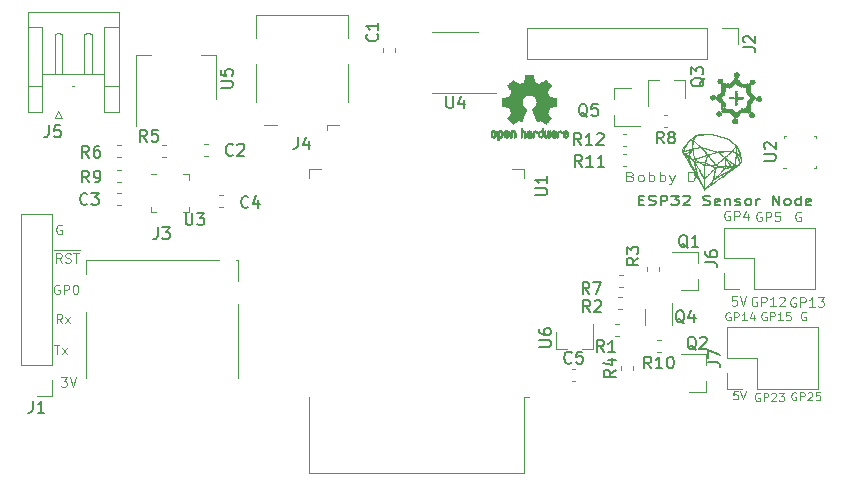
<source format=gbr>
G04 #@! TF.GenerationSoftware,KiCad,Pcbnew,5.1.4+dfsg1-1*
G04 #@! TF.CreationDate,2020-04-11T12:55:28-07:00*
G04 #@! TF.ProjectId,esp32_sensornode,65737033-325f-4736-956e-736f726e6f64,rev?*
G04 #@! TF.SameCoordinates,Original*
G04 #@! TF.FileFunction,Legend,Top*
G04 #@! TF.FilePolarity,Positive*
%FSLAX46Y46*%
G04 Gerber Fmt 4.6, Leading zero omitted, Abs format (unit mm)*
G04 Created by KiCad (PCBNEW 5.1.4+dfsg1-1) date 2020-04-11 12:55:28*
%MOMM*%
%LPD*%
G04 APERTURE LIST*
%ADD10C,0.100000*%
%ADD11C,0.200000*%
%ADD12C,0.120000*%
%ADD13C,0.010000*%
%ADD14C,0.150000*%
G04 APERTURE END LIST*
D10*
X116806866Y-74073400D02*
X116740200Y-74040066D01*
X116640200Y-74040066D01*
X116540200Y-74073400D01*
X116473533Y-74140066D01*
X116440200Y-74206733D01*
X116406866Y-74340066D01*
X116406866Y-74440066D01*
X116440200Y-74573400D01*
X116473533Y-74640066D01*
X116540200Y-74706733D01*
X116640200Y-74740066D01*
X116706866Y-74740066D01*
X116806866Y-74706733D01*
X116840200Y-74673400D01*
X116840200Y-74440066D01*
X116706866Y-74440066D01*
X117140200Y-74740066D02*
X117140200Y-74040066D01*
X117406866Y-74040066D01*
X117473533Y-74073400D01*
X117506866Y-74106733D01*
X117540200Y-74173400D01*
X117540200Y-74273400D01*
X117506866Y-74340066D01*
X117473533Y-74373400D01*
X117406866Y-74406733D01*
X117140200Y-74406733D01*
X117806866Y-74106733D02*
X117840200Y-74073400D01*
X117906866Y-74040066D01*
X118073533Y-74040066D01*
X118140200Y-74073400D01*
X118173533Y-74106733D01*
X118206866Y-74173400D01*
X118206866Y-74240066D01*
X118173533Y-74340066D01*
X117773533Y-74740066D01*
X118206866Y-74740066D01*
X118840200Y-74040066D02*
X118506866Y-74040066D01*
X118473533Y-74373400D01*
X118506866Y-74340066D01*
X118573533Y-74306733D01*
X118740200Y-74306733D01*
X118806866Y-74340066D01*
X118840200Y-74373400D01*
X118873533Y-74440066D01*
X118873533Y-74606733D01*
X118840200Y-74673400D01*
X118806866Y-74706733D01*
X118740200Y-74740066D01*
X118573533Y-74740066D01*
X118506866Y-74706733D01*
X118473533Y-74673400D01*
X113733466Y-74136900D02*
X113666800Y-74103566D01*
X113566800Y-74103566D01*
X113466800Y-74136900D01*
X113400133Y-74203566D01*
X113366800Y-74270233D01*
X113333466Y-74403566D01*
X113333466Y-74503566D01*
X113366800Y-74636900D01*
X113400133Y-74703566D01*
X113466800Y-74770233D01*
X113566800Y-74803566D01*
X113633466Y-74803566D01*
X113733466Y-74770233D01*
X113766800Y-74736900D01*
X113766800Y-74503566D01*
X113633466Y-74503566D01*
X114066800Y-74803566D02*
X114066800Y-74103566D01*
X114333466Y-74103566D01*
X114400133Y-74136900D01*
X114433466Y-74170233D01*
X114466800Y-74236900D01*
X114466800Y-74336900D01*
X114433466Y-74403566D01*
X114400133Y-74436900D01*
X114333466Y-74470233D01*
X114066800Y-74470233D01*
X114733466Y-74170233D02*
X114766800Y-74136900D01*
X114833466Y-74103566D01*
X115000133Y-74103566D01*
X115066800Y-74136900D01*
X115100133Y-74170233D01*
X115133466Y-74236900D01*
X115133466Y-74303566D01*
X115100133Y-74403566D01*
X114700133Y-74803566D01*
X115133466Y-74803566D01*
X115366800Y-74103566D02*
X115800133Y-74103566D01*
X115566800Y-74370233D01*
X115666800Y-74370233D01*
X115733466Y-74403566D01*
X115766800Y-74436900D01*
X115800133Y-74503566D01*
X115800133Y-74670233D01*
X115766800Y-74736900D01*
X115733466Y-74770233D01*
X115666800Y-74803566D01*
X115466800Y-74803566D01*
X115400133Y-74770233D01*
X115366800Y-74736900D01*
X111868066Y-73951166D02*
X111534733Y-73951166D01*
X111501400Y-74284500D01*
X111534733Y-74251166D01*
X111601400Y-74217833D01*
X111768066Y-74217833D01*
X111834733Y-74251166D01*
X111868066Y-74284500D01*
X111901400Y-74351166D01*
X111901400Y-74517833D01*
X111868066Y-74584500D01*
X111834733Y-74617833D01*
X111768066Y-74651166D01*
X111601400Y-74651166D01*
X111534733Y-74617833D01*
X111501400Y-74584500D01*
X112101400Y-73951166D02*
X112334733Y-74651166D01*
X112568066Y-73951166D01*
X117633033Y-67291600D02*
X117566366Y-67258266D01*
X117466366Y-67258266D01*
X117366366Y-67291600D01*
X117299700Y-67358266D01*
X117266366Y-67424933D01*
X117233033Y-67558266D01*
X117233033Y-67658266D01*
X117266366Y-67791600D01*
X117299700Y-67858266D01*
X117366366Y-67924933D01*
X117466366Y-67958266D01*
X117533033Y-67958266D01*
X117633033Y-67924933D01*
X117666366Y-67891600D01*
X117666366Y-67658266D01*
X117533033Y-67658266D01*
X114292266Y-67291600D02*
X114225600Y-67258266D01*
X114125600Y-67258266D01*
X114025600Y-67291600D01*
X113958933Y-67358266D01*
X113925600Y-67424933D01*
X113892266Y-67558266D01*
X113892266Y-67658266D01*
X113925600Y-67791600D01*
X113958933Y-67858266D01*
X114025600Y-67924933D01*
X114125600Y-67958266D01*
X114192266Y-67958266D01*
X114292266Y-67924933D01*
X114325600Y-67891600D01*
X114325600Y-67658266D01*
X114192266Y-67658266D01*
X114625600Y-67958266D02*
X114625600Y-67258266D01*
X114892266Y-67258266D01*
X114958933Y-67291600D01*
X114992266Y-67324933D01*
X115025600Y-67391600D01*
X115025600Y-67491600D01*
X114992266Y-67558266D01*
X114958933Y-67591600D01*
X114892266Y-67624933D01*
X114625600Y-67624933D01*
X115692266Y-67958266D02*
X115292266Y-67958266D01*
X115492266Y-67958266D02*
X115492266Y-67258266D01*
X115425600Y-67358266D01*
X115358933Y-67424933D01*
X115292266Y-67458266D01*
X116325600Y-67258266D02*
X115992266Y-67258266D01*
X115958933Y-67591600D01*
X115992266Y-67558266D01*
X116058933Y-67524933D01*
X116225600Y-67524933D01*
X116292266Y-67558266D01*
X116325600Y-67591600D01*
X116358933Y-67658266D01*
X116358933Y-67824933D01*
X116325600Y-67891600D01*
X116292266Y-67924933D01*
X116225600Y-67958266D01*
X116058933Y-67958266D01*
X115992266Y-67924933D01*
X115958933Y-67891600D01*
X111244266Y-67304300D02*
X111177600Y-67270966D01*
X111077600Y-67270966D01*
X110977600Y-67304300D01*
X110910933Y-67370966D01*
X110877600Y-67437633D01*
X110844266Y-67570966D01*
X110844266Y-67670966D01*
X110877600Y-67804300D01*
X110910933Y-67870966D01*
X110977600Y-67937633D01*
X111077600Y-67970966D01*
X111144266Y-67970966D01*
X111244266Y-67937633D01*
X111277600Y-67904300D01*
X111277600Y-67670966D01*
X111144266Y-67670966D01*
X111577600Y-67970966D02*
X111577600Y-67270966D01*
X111844266Y-67270966D01*
X111910933Y-67304300D01*
X111944266Y-67337633D01*
X111977600Y-67404300D01*
X111977600Y-67504300D01*
X111944266Y-67570966D01*
X111910933Y-67604300D01*
X111844266Y-67637633D01*
X111577600Y-67637633D01*
X112644266Y-67970966D02*
X112244266Y-67970966D01*
X112444266Y-67970966D02*
X112444266Y-67270966D01*
X112377600Y-67370966D01*
X112310933Y-67437633D01*
X112244266Y-67470966D01*
X113244266Y-67504300D02*
X113244266Y-67970966D01*
X113077600Y-67237633D02*
X112910933Y-67737633D01*
X113344266Y-67737633D01*
X117202023Y-58796100D02*
X117125833Y-58758004D01*
X117011547Y-58758004D01*
X116897261Y-58796100D01*
X116821071Y-58872290D01*
X116782976Y-58948480D01*
X116744880Y-59100861D01*
X116744880Y-59215147D01*
X116782976Y-59367528D01*
X116821071Y-59443719D01*
X116897261Y-59519909D01*
X117011547Y-59558004D01*
X117087738Y-59558004D01*
X117202023Y-59519909D01*
X117240119Y-59481814D01*
X117240119Y-59215147D01*
X117087738Y-59215147D01*
X111798219Y-65920804D02*
X111417266Y-65920804D01*
X111379171Y-66301757D01*
X111417266Y-66263661D01*
X111493457Y-66225566D01*
X111683933Y-66225566D01*
X111760123Y-66263661D01*
X111798219Y-66301757D01*
X111836314Y-66377947D01*
X111836314Y-66568423D01*
X111798219Y-66644614D01*
X111760123Y-66682709D01*
X111683933Y-66720804D01*
X111493457Y-66720804D01*
X111417266Y-66682709D01*
X111379171Y-66644614D01*
X112064885Y-65920804D02*
X112331552Y-66720804D01*
X112598219Y-65920804D01*
X116802119Y-66060500D02*
X116725928Y-66022404D01*
X116611642Y-66022404D01*
X116497357Y-66060500D01*
X116421166Y-66136690D01*
X116383071Y-66212880D01*
X116344976Y-66365261D01*
X116344976Y-66479547D01*
X116383071Y-66631928D01*
X116421166Y-66708119D01*
X116497357Y-66784309D01*
X116611642Y-66822404D01*
X116687833Y-66822404D01*
X116802119Y-66784309D01*
X116840214Y-66746214D01*
X116840214Y-66479547D01*
X116687833Y-66479547D01*
X117183071Y-66822404D02*
X117183071Y-66022404D01*
X117487833Y-66022404D01*
X117564023Y-66060500D01*
X117602119Y-66098595D01*
X117640214Y-66174785D01*
X117640214Y-66289071D01*
X117602119Y-66365261D01*
X117564023Y-66403357D01*
X117487833Y-66441452D01*
X117183071Y-66441452D01*
X118402119Y-66822404D02*
X117944976Y-66822404D01*
X118173547Y-66822404D02*
X118173547Y-66022404D01*
X118097357Y-66136690D01*
X118021166Y-66212880D01*
X117944976Y-66250976D01*
X118668785Y-66022404D02*
X119164023Y-66022404D01*
X118897357Y-66327166D01*
X119011642Y-66327166D01*
X119087833Y-66365261D01*
X119125928Y-66403357D01*
X119164023Y-66479547D01*
X119164023Y-66670023D01*
X119125928Y-66746214D01*
X119087833Y-66784309D01*
X119011642Y-66822404D01*
X118783071Y-66822404D01*
X118706880Y-66784309D01*
X118668785Y-66746214D01*
X113512819Y-65997000D02*
X113436628Y-65958904D01*
X113322342Y-65958904D01*
X113208057Y-65997000D01*
X113131866Y-66073190D01*
X113093771Y-66149380D01*
X113055676Y-66301761D01*
X113055676Y-66416047D01*
X113093771Y-66568428D01*
X113131866Y-66644619D01*
X113208057Y-66720809D01*
X113322342Y-66758904D01*
X113398533Y-66758904D01*
X113512819Y-66720809D01*
X113550914Y-66682714D01*
X113550914Y-66416047D01*
X113398533Y-66416047D01*
X113893771Y-66758904D02*
X113893771Y-65958904D01*
X114198533Y-65958904D01*
X114274723Y-65997000D01*
X114312819Y-66035095D01*
X114350914Y-66111285D01*
X114350914Y-66225571D01*
X114312819Y-66301761D01*
X114274723Y-66339857D01*
X114198533Y-66377952D01*
X113893771Y-66377952D01*
X115112819Y-66758904D02*
X114655676Y-66758904D01*
X114884247Y-66758904D02*
X114884247Y-65958904D01*
X114808057Y-66073190D01*
X114731866Y-66149380D01*
X114655676Y-66187476D01*
X115417580Y-66035095D02*
X115455676Y-65997000D01*
X115531866Y-65958904D01*
X115722342Y-65958904D01*
X115798533Y-65997000D01*
X115836628Y-66035095D01*
X115874723Y-66111285D01*
X115874723Y-66187476D01*
X115836628Y-66301761D01*
X115379485Y-66758904D01*
X115874723Y-66758904D01*
X113893771Y-58821500D02*
X113817580Y-58783404D01*
X113703295Y-58783404D01*
X113589009Y-58821500D01*
X113512819Y-58897690D01*
X113474723Y-58973880D01*
X113436628Y-59126261D01*
X113436628Y-59240547D01*
X113474723Y-59392928D01*
X113512819Y-59469119D01*
X113589009Y-59545309D01*
X113703295Y-59583404D01*
X113779485Y-59583404D01*
X113893771Y-59545309D01*
X113931866Y-59507214D01*
X113931866Y-59240547D01*
X113779485Y-59240547D01*
X114274723Y-59583404D02*
X114274723Y-58783404D01*
X114579485Y-58783404D01*
X114655676Y-58821500D01*
X114693771Y-58859595D01*
X114731866Y-58935785D01*
X114731866Y-59050071D01*
X114693771Y-59126261D01*
X114655676Y-59164357D01*
X114579485Y-59202452D01*
X114274723Y-59202452D01*
X115455676Y-58783404D02*
X115074723Y-58783404D01*
X115036628Y-59164357D01*
X115074723Y-59126261D01*
X115150914Y-59088166D01*
X115341390Y-59088166D01*
X115417580Y-59126261D01*
X115455676Y-59164357D01*
X115493771Y-59240547D01*
X115493771Y-59431023D01*
X115455676Y-59507214D01*
X115417580Y-59545309D01*
X115341390Y-59583404D01*
X115150914Y-59583404D01*
X115074723Y-59545309D01*
X115036628Y-59507214D01*
X111214071Y-58745300D02*
X111137880Y-58707204D01*
X111023595Y-58707204D01*
X110909309Y-58745300D01*
X110833119Y-58821490D01*
X110795023Y-58897680D01*
X110756928Y-59050061D01*
X110756928Y-59164347D01*
X110795023Y-59316728D01*
X110833119Y-59392919D01*
X110909309Y-59469109D01*
X111023595Y-59507204D01*
X111099785Y-59507204D01*
X111214071Y-59469109D01*
X111252166Y-59431014D01*
X111252166Y-59164347D01*
X111099785Y-59164347D01*
X111595023Y-59507204D02*
X111595023Y-58707204D01*
X111899785Y-58707204D01*
X111975976Y-58745300D01*
X112014071Y-58783395D01*
X112052166Y-58859585D01*
X112052166Y-58973871D01*
X112014071Y-59050061D01*
X111975976Y-59088157D01*
X111899785Y-59126252D01*
X111595023Y-59126252D01*
X112737880Y-58973871D02*
X112737880Y-59507204D01*
X112547404Y-58669109D02*
X112356928Y-59240538D01*
X112852166Y-59240538D01*
X54584776Y-72791504D02*
X55080014Y-72791504D01*
X54813347Y-73096266D01*
X54927633Y-73096266D01*
X55003823Y-73134361D01*
X55041919Y-73172457D01*
X55080014Y-73248647D01*
X55080014Y-73439123D01*
X55041919Y-73515314D01*
X55003823Y-73553409D01*
X54927633Y-73591504D01*
X54699061Y-73591504D01*
X54622871Y-73553409D01*
X54584776Y-73515314D01*
X55308585Y-72791504D02*
X55575252Y-73591504D01*
X55841919Y-72791504D01*
X53994219Y-70022904D02*
X54451361Y-70022904D01*
X54222790Y-70822904D02*
X54222790Y-70022904D01*
X54641838Y-70822904D02*
X55060885Y-70289571D01*
X54641838Y-70289571D02*
X55060885Y-70822904D01*
X54699009Y-68206704D02*
X54432342Y-67825752D01*
X54241866Y-68206704D02*
X54241866Y-67406704D01*
X54546628Y-67406704D01*
X54622819Y-67444800D01*
X54660914Y-67482895D01*
X54699009Y-67559085D01*
X54699009Y-67673371D01*
X54660914Y-67749561D01*
X54622819Y-67787657D01*
X54546628Y-67825752D01*
X54241866Y-67825752D01*
X54965676Y-68206704D02*
X55384723Y-67673371D01*
X54965676Y-67673371D02*
X55384723Y-68206704D01*
X54432371Y-64981000D02*
X54356180Y-64942904D01*
X54241895Y-64942904D01*
X54127609Y-64981000D01*
X54051419Y-65057190D01*
X54013323Y-65133380D01*
X53975228Y-65285761D01*
X53975228Y-65400047D01*
X54013323Y-65552428D01*
X54051419Y-65628619D01*
X54127609Y-65704809D01*
X54241895Y-65742904D01*
X54318085Y-65742904D01*
X54432371Y-65704809D01*
X54470466Y-65666714D01*
X54470466Y-65400047D01*
X54318085Y-65400047D01*
X54813323Y-65742904D02*
X54813323Y-64942904D01*
X55118085Y-64942904D01*
X55194276Y-64981000D01*
X55232371Y-65019095D01*
X55270466Y-65095285D01*
X55270466Y-65209571D01*
X55232371Y-65285761D01*
X55194276Y-65323857D01*
X55118085Y-65361952D01*
X54813323Y-65361952D01*
X55765704Y-64942904D02*
X55841895Y-64942904D01*
X55918085Y-64981000D01*
X55956180Y-65019095D01*
X55994276Y-65095285D01*
X56032371Y-65247666D01*
X56032371Y-65438142D01*
X55994276Y-65590523D01*
X55956180Y-65666714D01*
X55918085Y-65704809D01*
X55841895Y-65742904D01*
X55765704Y-65742904D01*
X55689514Y-65704809D01*
X55651419Y-65666714D01*
X55613323Y-65590523D01*
X55575228Y-65438142D01*
X55575228Y-65247666D01*
X55613323Y-65095285D01*
X55651419Y-65019095D01*
X55689514Y-64981000D01*
X55765704Y-64942904D01*
X53994285Y-62020700D02*
X54794285Y-62020700D01*
X54641904Y-63088604D02*
X54375238Y-62707652D01*
X54184761Y-63088604D02*
X54184761Y-62288604D01*
X54489523Y-62288604D01*
X54565714Y-62326700D01*
X54603809Y-62364795D01*
X54641904Y-62440985D01*
X54641904Y-62555271D01*
X54603809Y-62631461D01*
X54565714Y-62669557D01*
X54489523Y-62707652D01*
X54184761Y-62707652D01*
X54794285Y-62020700D02*
X55556190Y-62020700D01*
X54946666Y-63050509D02*
X55060952Y-63088604D01*
X55251428Y-63088604D01*
X55327619Y-63050509D01*
X55365714Y-63012414D01*
X55403809Y-62936223D01*
X55403809Y-62860033D01*
X55365714Y-62783842D01*
X55327619Y-62745747D01*
X55251428Y-62707652D01*
X55099047Y-62669557D01*
X55022857Y-62631461D01*
X54984761Y-62593366D01*
X54946666Y-62517176D01*
X54946666Y-62440985D01*
X54984761Y-62364795D01*
X55022857Y-62326700D01*
X55099047Y-62288604D01*
X55289523Y-62288604D01*
X55403809Y-62326700D01*
X55556190Y-62020700D02*
X56165714Y-62020700D01*
X55632380Y-62288604D02*
X56089523Y-62288604D01*
X55860952Y-63088604D02*
X55860952Y-62288604D01*
X54641823Y-59913700D02*
X54565633Y-59875604D01*
X54451347Y-59875604D01*
X54337061Y-59913700D01*
X54260871Y-59989890D01*
X54222776Y-60066080D01*
X54184680Y-60218461D01*
X54184680Y-60332747D01*
X54222776Y-60485128D01*
X54260871Y-60561319D01*
X54337061Y-60637509D01*
X54451347Y-60675604D01*
X54527538Y-60675604D01*
X54641823Y-60637509D01*
X54679919Y-60599414D01*
X54679919Y-60332747D01*
X54527538Y-60332747D01*
X102786280Y-55773457D02*
X102929138Y-55811552D01*
X102976757Y-55849647D01*
X103024376Y-55925838D01*
X103024376Y-56040123D01*
X102976757Y-56116314D01*
X102929138Y-56154409D01*
X102833900Y-56192504D01*
X102452947Y-56192504D01*
X102452947Y-55392504D01*
X102786280Y-55392504D01*
X102881519Y-55430600D01*
X102929138Y-55468695D01*
X102976757Y-55544885D01*
X102976757Y-55621076D01*
X102929138Y-55697266D01*
X102881519Y-55735361D01*
X102786280Y-55773457D01*
X102452947Y-55773457D01*
X103595804Y-56192504D02*
X103500566Y-56154409D01*
X103452947Y-56116314D01*
X103405328Y-56040123D01*
X103405328Y-55811552D01*
X103452947Y-55735361D01*
X103500566Y-55697266D01*
X103595804Y-55659171D01*
X103738661Y-55659171D01*
X103833900Y-55697266D01*
X103881519Y-55735361D01*
X103929138Y-55811552D01*
X103929138Y-56040123D01*
X103881519Y-56116314D01*
X103833900Y-56154409D01*
X103738661Y-56192504D01*
X103595804Y-56192504D01*
X104357709Y-56192504D02*
X104357709Y-55392504D01*
X104357709Y-55697266D02*
X104452947Y-55659171D01*
X104643423Y-55659171D01*
X104738661Y-55697266D01*
X104786280Y-55735361D01*
X104833900Y-55811552D01*
X104833900Y-56040123D01*
X104786280Y-56116314D01*
X104738661Y-56154409D01*
X104643423Y-56192504D01*
X104452947Y-56192504D01*
X104357709Y-56154409D01*
X105262471Y-56192504D02*
X105262471Y-55392504D01*
X105262471Y-55697266D02*
X105357709Y-55659171D01*
X105548185Y-55659171D01*
X105643423Y-55697266D01*
X105691042Y-55735361D01*
X105738661Y-55811552D01*
X105738661Y-56040123D01*
X105691042Y-56116314D01*
X105643423Y-56154409D01*
X105548185Y-56192504D01*
X105357709Y-56192504D01*
X105262471Y-56154409D01*
X106071995Y-55659171D02*
X106310090Y-56192504D01*
X106548185Y-55659171D02*
X106310090Y-56192504D01*
X106214852Y-56382980D01*
X106167233Y-56421076D01*
X106071995Y-56459171D01*
X107691042Y-56192504D02*
X107691042Y-55392504D01*
X107929138Y-55392504D01*
X108071995Y-55430600D01*
X108167233Y-55506790D01*
X108214852Y-55582980D01*
X108262471Y-55735361D01*
X108262471Y-55849647D01*
X108214852Y-56002028D01*
X108167233Y-56078219D01*
X108071995Y-56154409D01*
X107929138Y-56192504D01*
X107691042Y-56192504D01*
D11*
X103496485Y-57780057D02*
X103829819Y-57780057D01*
X103972676Y-58199104D02*
X103496485Y-58199104D01*
X103496485Y-57399104D01*
X103972676Y-57399104D01*
X104353628Y-58161009D02*
X104496485Y-58199104D01*
X104734580Y-58199104D01*
X104829819Y-58161009D01*
X104877438Y-58122914D01*
X104925057Y-58046723D01*
X104925057Y-57970533D01*
X104877438Y-57894342D01*
X104829819Y-57856247D01*
X104734580Y-57818152D01*
X104544104Y-57780057D01*
X104448866Y-57741961D01*
X104401247Y-57703866D01*
X104353628Y-57627676D01*
X104353628Y-57551485D01*
X104401247Y-57475295D01*
X104448866Y-57437200D01*
X104544104Y-57399104D01*
X104782200Y-57399104D01*
X104925057Y-57437200D01*
X105353628Y-58199104D02*
X105353628Y-57399104D01*
X105734580Y-57399104D01*
X105829819Y-57437200D01*
X105877438Y-57475295D01*
X105925057Y-57551485D01*
X105925057Y-57665771D01*
X105877438Y-57741961D01*
X105829819Y-57780057D01*
X105734580Y-57818152D01*
X105353628Y-57818152D01*
X106258390Y-57399104D02*
X106877438Y-57399104D01*
X106544104Y-57703866D01*
X106686961Y-57703866D01*
X106782200Y-57741961D01*
X106829819Y-57780057D01*
X106877438Y-57856247D01*
X106877438Y-58046723D01*
X106829819Y-58122914D01*
X106782200Y-58161009D01*
X106686961Y-58199104D01*
X106401247Y-58199104D01*
X106306009Y-58161009D01*
X106258390Y-58122914D01*
X107258390Y-57475295D02*
X107306009Y-57437200D01*
X107401247Y-57399104D01*
X107639342Y-57399104D01*
X107734580Y-57437200D01*
X107782200Y-57475295D01*
X107829819Y-57551485D01*
X107829819Y-57627676D01*
X107782200Y-57741961D01*
X107210771Y-58199104D01*
X107829819Y-58199104D01*
X108972676Y-58161009D02*
X109115533Y-58199104D01*
X109353628Y-58199104D01*
X109448866Y-58161009D01*
X109496485Y-58122914D01*
X109544104Y-58046723D01*
X109544104Y-57970533D01*
X109496485Y-57894342D01*
X109448866Y-57856247D01*
X109353628Y-57818152D01*
X109163152Y-57780057D01*
X109067914Y-57741961D01*
X109020295Y-57703866D01*
X108972676Y-57627676D01*
X108972676Y-57551485D01*
X109020295Y-57475295D01*
X109067914Y-57437200D01*
X109163152Y-57399104D01*
X109401247Y-57399104D01*
X109544104Y-57437200D01*
X110353628Y-58161009D02*
X110258390Y-58199104D01*
X110067914Y-58199104D01*
X109972676Y-58161009D01*
X109925057Y-58084819D01*
X109925057Y-57780057D01*
X109972676Y-57703866D01*
X110067914Y-57665771D01*
X110258390Y-57665771D01*
X110353628Y-57703866D01*
X110401247Y-57780057D01*
X110401247Y-57856247D01*
X109925057Y-57932438D01*
X110829819Y-57665771D02*
X110829819Y-58199104D01*
X110829819Y-57741961D02*
X110877438Y-57703866D01*
X110972676Y-57665771D01*
X111115533Y-57665771D01*
X111210771Y-57703866D01*
X111258390Y-57780057D01*
X111258390Y-58199104D01*
X111686961Y-58161009D02*
X111782200Y-58199104D01*
X111972676Y-58199104D01*
X112067914Y-58161009D01*
X112115533Y-58084819D01*
X112115533Y-58046723D01*
X112067914Y-57970533D01*
X111972676Y-57932438D01*
X111829819Y-57932438D01*
X111734580Y-57894342D01*
X111686961Y-57818152D01*
X111686961Y-57780057D01*
X111734580Y-57703866D01*
X111829819Y-57665771D01*
X111972676Y-57665771D01*
X112067914Y-57703866D01*
X112686961Y-58199104D02*
X112591723Y-58161009D01*
X112544104Y-58122914D01*
X112496485Y-58046723D01*
X112496485Y-57818152D01*
X112544104Y-57741961D01*
X112591723Y-57703866D01*
X112686961Y-57665771D01*
X112829819Y-57665771D01*
X112925057Y-57703866D01*
X112972676Y-57741961D01*
X113020295Y-57818152D01*
X113020295Y-58046723D01*
X112972676Y-58122914D01*
X112925057Y-58161009D01*
X112829819Y-58199104D01*
X112686961Y-58199104D01*
X113448866Y-58199104D02*
X113448866Y-57665771D01*
X113448866Y-57818152D02*
X113496485Y-57741961D01*
X113544104Y-57703866D01*
X113639342Y-57665771D01*
X113734580Y-57665771D01*
X114829819Y-58199104D02*
X114829819Y-57399104D01*
X115401247Y-58199104D01*
X115401247Y-57399104D01*
X116020295Y-58199104D02*
X115925057Y-58161009D01*
X115877438Y-58122914D01*
X115829819Y-58046723D01*
X115829819Y-57818152D01*
X115877438Y-57741961D01*
X115925057Y-57703866D01*
X116020295Y-57665771D01*
X116163152Y-57665771D01*
X116258390Y-57703866D01*
X116306009Y-57741961D01*
X116353628Y-57818152D01*
X116353628Y-58046723D01*
X116306009Y-58122914D01*
X116258390Y-58161009D01*
X116163152Y-58199104D01*
X116020295Y-58199104D01*
X117210771Y-58199104D02*
X117210771Y-57399104D01*
X117210771Y-58161009D02*
X117115533Y-58199104D01*
X116925057Y-58199104D01*
X116829819Y-58161009D01*
X116782200Y-58122914D01*
X116734580Y-58046723D01*
X116734580Y-57818152D01*
X116782200Y-57741961D01*
X116829819Y-57703866D01*
X116925057Y-57665771D01*
X117115533Y-57665771D01*
X117210771Y-57703866D01*
X118067914Y-58161009D02*
X117972676Y-58199104D01*
X117782200Y-58199104D01*
X117686961Y-58161009D01*
X117639342Y-58084819D01*
X117639342Y-57780057D01*
X117686961Y-57703866D01*
X117782200Y-57665771D01*
X117972676Y-57665771D01*
X118067914Y-57703866D01*
X118115533Y-57780057D01*
X118115533Y-57856247D01*
X117639342Y-57932438D01*
D12*
X69432500Y-62841900D02*
X69542500Y-62841900D01*
X56672500Y-64001900D02*
X56672500Y-62841900D01*
X56672500Y-62841900D02*
X67932500Y-62841900D01*
X69542500Y-62841900D02*
X69542500Y-64651900D01*
X56672500Y-67251900D02*
X56672500Y-72851900D01*
X69542500Y-66551900D02*
X69542500Y-72851900D01*
X97817821Y-72084600D02*
X98143379Y-72084600D01*
X97817821Y-73104600D02*
X98143379Y-73104600D01*
D13*
G36*
X109888812Y-52241150D02*
G01*
X109941776Y-52256249D01*
X110007284Y-52274896D01*
X110082931Y-52296407D01*
X110166312Y-52320100D01*
X110255023Y-52345292D01*
X110346659Y-52371299D01*
X110438815Y-52397439D01*
X110529088Y-52423029D01*
X110562260Y-52432428D01*
X111002680Y-52557199D01*
X111358437Y-52844347D01*
X111423167Y-52896619D01*
X111484454Y-52946159D01*
X111541201Y-52992077D01*
X111592311Y-53033483D01*
X111636686Y-53069485D01*
X111673228Y-53099195D01*
X111700839Y-53121721D01*
X111718423Y-53136172D01*
X111724734Y-53141509D01*
X111731563Y-53150709D01*
X111745188Y-53171281D01*
X111764381Y-53201290D01*
X111787919Y-53238804D01*
X111814573Y-53281890D01*
X111836003Y-53316914D01*
X111936731Y-53482307D01*
X112032971Y-53833458D01*
X112055438Y-53915533D01*
X112074201Y-53984529D01*
X112089683Y-54042343D01*
X112102307Y-54090873D01*
X112112495Y-54132017D01*
X112120671Y-54167673D01*
X112127257Y-54199738D01*
X112132676Y-54230110D01*
X112137351Y-54260688D01*
X112141705Y-54293368D01*
X112146160Y-54330048D01*
X112148990Y-54354193D01*
X112168770Y-54523775D01*
X112061880Y-54644098D01*
X112028527Y-54681856D01*
X111997752Y-54717098D01*
X111971416Y-54747660D01*
X111951381Y-54771378D01*
X111939510Y-54786088D01*
X111938361Y-54787643D01*
X111930579Y-54794303D01*
X111910754Y-54809617D01*
X111879455Y-54833172D01*
X111837253Y-54864550D01*
X111784718Y-54903337D01*
X111722418Y-54949119D01*
X111650925Y-55001479D01*
X111570808Y-55060003D01*
X111482636Y-55124275D01*
X111386980Y-55193881D01*
X111284409Y-55268405D01*
X111175492Y-55347431D01*
X111060801Y-55430546D01*
X110940904Y-55517333D01*
X110816372Y-55607377D01*
X110687774Y-55700264D01*
X110555679Y-55795578D01*
X110493591Y-55840345D01*
X110360161Y-55936538D01*
X110229985Y-56030405D01*
X110103632Y-56121535D01*
X109981668Y-56209519D01*
X109864661Y-56293946D01*
X109753179Y-56374406D01*
X109647789Y-56450489D01*
X109549060Y-56521786D01*
X109457558Y-56587885D01*
X109373851Y-56648377D01*
X109298508Y-56702852D01*
X109232095Y-56750900D01*
X109175180Y-56792111D01*
X109128331Y-56826074D01*
X109092116Y-56852379D01*
X109067101Y-56870618D01*
X109053856Y-56880378D01*
X109051854Y-56881923D01*
X109041229Y-56888481D01*
X109038261Y-56885121D01*
X109034431Y-56877492D01*
X109023227Y-56857175D01*
X109005076Y-56824916D01*
X108980409Y-56781461D01*
X108949652Y-56727555D01*
X108913235Y-56663944D01*
X108871585Y-56591374D01*
X108825133Y-56510590D01*
X108774305Y-56422338D01*
X108719530Y-56327365D01*
X108661237Y-56226414D01*
X108599855Y-56120233D01*
X108535811Y-56009566D01*
X108469535Y-55895160D01*
X108458471Y-55876073D01*
X108384941Y-55749225D01*
X108309201Y-55618549D01*
X108232068Y-55485455D01*
X108154357Y-55351350D01*
X108076885Y-55217643D01*
X108000467Y-55085744D01*
X107925918Y-54957059D01*
X107854056Y-54832998D01*
X107785696Y-54714970D01*
X107772574Y-54692310D01*
X107795226Y-54692310D01*
X107801463Y-54704458D01*
X107812537Y-54724457D01*
X107817954Y-54733893D01*
X107830571Y-54755760D01*
X107849804Y-54789045D01*
X107875066Y-54832735D01*
X107905770Y-54885818D01*
X107941331Y-54947283D01*
X107981162Y-55016117D01*
X108024677Y-55091307D01*
X108071290Y-55171841D01*
X108120416Y-55256708D01*
X108171467Y-55344894D01*
X108223858Y-55435387D01*
X108277002Y-55527175D01*
X108330314Y-55619246D01*
X108383208Y-55710588D01*
X108435096Y-55800188D01*
X108485394Y-55887034D01*
X108533514Y-55970114D01*
X108578872Y-56048415D01*
X108620880Y-56120925D01*
X108658952Y-56186632D01*
X108692503Y-56244523D01*
X108720946Y-56293587D01*
X108743695Y-56332810D01*
X108760165Y-56361182D01*
X108769768Y-56377688D01*
X108771645Y-56380894D01*
X108778708Y-56386701D01*
X108779036Y-56386720D01*
X108777261Y-56380374D01*
X108769377Y-56363210D01*
X108756732Y-56338036D01*
X108744550Y-56314870D01*
X108731901Y-56291072D01*
X108713176Y-56255636D01*
X108689498Y-56210690D01*
X108661984Y-56158365D01*
X108631756Y-56100790D01*
X108599932Y-56040095D01*
X108571967Y-55986689D01*
X108542661Y-55931158D01*
X108513475Y-55876907D01*
X108483559Y-55822480D01*
X108452063Y-55766420D01*
X108418136Y-55707270D01*
X108380929Y-55643573D01*
X108339591Y-55573873D01*
X108293272Y-55496714D01*
X108241123Y-55410637D01*
X108182292Y-55314187D01*
X108123167Y-55217698D01*
X108056384Y-55108972D01*
X107997520Y-55013312D01*
X107946437Y-54930501D01*
X107902998Y-54860320D01*
X107867066Y-54802553D01*
X107838505Y-54756983D01*
X107817178Y-54723390D01*
X107802947Y-54701559D01*
X107795675Y-54691272D01*
X107795226Y-54692310D01*
X107772574Y-54692310D01*
X107721654Y-54604382D01*
X107662746Y-54502644D01*
X107609788Y-54411163D01*
X107563596Y-54331349D01*
X107552849Y-54312775D01*
X107502641Y-54226080D01*
X107454250Y-54142679D01*
X107408297Y-54063634D01*
X107365404Y-53990009D01*
X107329558Y-53928625D01*
X107354143Y-53928625D01*
X107357742Y-53935366D01*
X107368891Y-53954301D01*
X107386965Y-53984411D01*
X107411338Y-54024682D01*
X107441383Y-54074096D01*
X107476476Y-54131636D01*
X107515990Y-54196287D01*
X107559300Y-54267031D01*
X107605779Y-54342852D01*
X107654802Y-54422733D01*
X107705743Y-54505659D01*
X107757976Y-54590611D01*
X107810876Y-54676575D01*
X107863816Y-54762532D01*
X107916170Y-54847467D01*
X107967314Y-54930363D01*
X108016621Y-55010204D01*
X108063464Y-55085972D01*
X108107220Y-55156652D01*
X108147260Y-55221227D01*
X108182961Y-55278680D01*
X108213695Y-55327995D01*
X108238838Y-55368154D01*
X108257762Y-55398142D01*
X108269843Y-55416943D01*
X108274455Y-55423538D01*
X108274462Y-55423539D01*
X108272879Y-55417285D01*
X108265199Y-55400623D01*
X108252913Y-55376700D01*
X108247817Y-55367224D01*
X108239318Y-55351335D01*
X108224255Y-55322878D01*
X108203259Y-55283056D01*
X108176961Y-55233069D01*
X108145991Y-55174120D01*
X108110980Y-55107410D01*
X108072560Y-55034139D01*
X108031360Y-54955511D01*
X107988012Y-54872726D01*
X107943146Y-54786986D01*
X107938880Y-54778830D01*
X107872153Y-54651907D01*
X107809043Y-54533162D01*
X107749844Y-54423111D01*
X107694853Y-54322268D01*
X107648287Y-54238228D01*
X107680984Y-54238228D01*
X107684009Y-54245457D01*
X107693784Y-54265504D01*
X107709827Y-54297436D01*
X107731658Y-54340321D01*
X107758794Y-54393226D01*
X107790755Y-54455220D01*
X107827059Y-54525370D01*
X107867226Y-54602744D01*
X107910774Y-54686409D01*
X107957222Y-54775433D01*
X108006088Y-54868885D01*
X108033543Y-54921300D01*
X108083568Y-55016671D01*
X108131561Y-55108005D01*
X108177030Y-55194381D01*
X108219486Y-55274875D01*
X108258441Y-55348566D01*
X108293405Y-55414531D01*
X108323888Y-55471847D01*
X108349400Y-55519591D01*
X108369454Y-55556842D01*
X108383559Y-55582676D01*
X108391225Y-55596172D01*
X108392520Y-55598001D01*
X108391561Y-55590104D01*
X108387864Y-55568190D01*
X108381662Y-55533491D01*
X108373182Y-55487241D01*
X108362657Y-55430671D01*
X108350315Y-55365014D01*
X108336388Y-55291502D01*
X108321105Y-55211367D01*
X108304696Y-55125842D01*
X108292904Y-55064673D01*
X108201815Y-54593055D01*
X108220145Y-54593055D01*
X108221184Y-54601019D01*
X108224996Y-54623002D01*
X108231349Y-54657783D01*
X108240010Y-54704140D01*
X108250748Y-54760851D01*
X108263331Y-54826694D01*
X108277525Y-54900446D01*
X108293099Y-54980887D01*
X108309820Y-55066794D01*
X108323378Y-55136139D01*
X108429130Y-55675986D01*
X108703656Y-56200298D01*
X108748264Y-56285453D01*
X108791360Y-56367641D01*
X108832314Y-56445666D01*
X108870496Y-56518333D01*
X108905277Y-56584444D01*
X108936027Y-56642806D01*
X108962117Y-56692221D01*
X108982918Y-56731494D01*
X108997799Y-56759429D01*
X109006130Y-56774831D01*
X109006279Y-56775099D01*
X109034377Y-56825588D01*
X109036386Y-56400367D01*
X109038384Y-55977187D01*
X109053796Y-55977187D01*
X109053796Y-56411097D01*
X109053850Y-56491583D01*
X109054006Y-56567226D01*
X109054252Y-56636633D01*
X109054581Y-56698414D01*
X109054980Y-56751177D01*
X109055441Y-56793531D01*
X109055954Y-56824085D01*
X109056508Y-56841446D01*
X109056906Y-56845007D01*
X109062648Y-56839516D01*
X109078104Y-56823697D01*
X109102337Y-56798532D01*
X109117733Y-56782439D01*
X109149848Y-56782439D01*
X109149980Y-56784049D01*
X109153025Y-56782861D01*
X109156656Y-56780670D01*
X109165877Y-56774268D01*
X109186803Y-56759417D01*
X109218542Y-56736758D01*
X109260200Y-56706932D01*
X109310885Y-56670580D01*
X109369703Y-56628344D01*
X109435763Y-56580865D01*
X109508170Y-56528784D01*
X109586034Y-56472742D01*
X109668460Y-56413381D01*
X109754555Y-56351341D01*
X109793597Y-56323197D01*
X109914165Y-56236142D01*
X110023744Y-56156716D01*
X110124063Y-56083624D01*
X110216849Y-56015572D01*
X110303831Y-55951265D01*
X110386736Y-55889407D01*
X110467293Y-55828705D01*
X110547230Y-55767863D01*
X110628274Y-55705587D01*
X110712153Y-55640582D01*
X110800596Y-55571552D01*
X110820707Y-55555773D01*
X110854242Y-55555773D01*
X110854559Y-55555970D01*
X110857321Y-55554335D01*
X110863348Y-55550285D01*
X110873461Y-55543234D01*
X110888480Y-55532600D01*
X110909225Y-55517797D01*
X110936516Y-55498241D01*
X110971174Y-55473349D01*
X111014018Y-55442536D01*
X111065869Y-55405217D01*
X111127548Y-55360809D01*
X111199874Y-55308727D01*
X111283668Y-55248387D01*
X111319989Y-55222234D01*
X111393636Y-55169158D01*
X111463474Y-55118737D01*
X111528495Y-55071702D01*
X111587695Y-55028786D01*
X111640067Y-54990720D01*
X111684605Y-54958237D01*
X111720304Y-54932068D01*
X111746157Y-54912946D01*
X111761159Y-54901603D01*
X111764683Y-54898638D01*
X111758156Y-54900753D01*
X111740148Y-54908814D01*
X111713016Y-54921711D01*
X111679118Y-54938332D01*
X111657879Y-54948944D01*
X111634319Y-54960935D01*
X111612677Y-54972433D01*
X111591697Y-54984343D01*
X111570120Y-54997572D01*
X111546688Y-55013026D01*
X111520143Y-55031610D01*
X111489227Y-55054230D01*
X111452681Y-55081793D01*
X111409249Y-55115204D01*
X111357671Y-55155370D01*
X111296690Y-55203197D01*
X111225049Y-55259590D01*
X111209301Y-55271999D01*
X111145677Y-55322186D01*
X111085627Y-55369640D01*
X111030278Y-55413464D01*
X110980755Y-55452765D01*
X110938184Y-55486645D01*
X110903691Y-55514210D01*
X110878403Y-55534564D01*
X110863444Y-55546811D01*
X110859760Y-55550037D01*
X110857663Y-55552222D01*
X110855550Y-55554329D01*
X110854242Y-55555773D01*
X110820707Y-55555773D01*
X110883062Y-55506851D01*
X110958311Y-55447657D01*
X111030172Y-55391056D01*
X111097684Y-55337807D01*
X111159889Y-55288671D01*
X111215826Y-55244409D01*
X111264535Y-55205781D01*
X111305057Y-55173547D01*
X111336432Y-55148468D01*
X111357701Y-55131304D01*
X111367902Y-55122816D01*
X111368536Y-55122220D01*
X111371037Y-55119822D01*
X111373846Y-55117325D01*
X111376290Y-55115137D01*
X111377694Y-55113668D01*
X111377384Y-55113329D01*
X111374684Y-55114529D01*
X111368921Y-55117679D01*
X111359420Y-55123188D01*
X111345506Y-55131466D01*
X111326505Y-55142923D01*
X111301743Y-55157969D01*
X111270545Y-55177015D01*
X111232236Y-55200469D01*
X111186143Y-55228743D01*
X111131590Y-55262245D01*
X111067903Y-55301386D01*
X110994407Y-55346576D01*
X110910429Y-55398225D01*
X110815293Y-55456742D01*
X110708325Y-55522538D01*
X110588851Y-55596023D01*
X110578410Y-55602444D01*
X109815471Y-56071677D01*
X109525903Y-56378034D01*
X109451239Y-56457045D01*
X109386614Y-56525488D01*
X109331381Y-56584068D01*
X109284891Y-56633492D01*
X109246496Y-56674467D01*
X109215548Y-56707699D01*
X109191400Y-56733894D01*
X109173404Y-56753760D01*
X109160912Y-56768001D01*
X109153276Y-56777326D01*
X109149848Y-56782439D01*
X109117733Y-56782439D01*
X109134413Y-56765004D01*
X109173395Y-56724095D01*
X109218346Y-56676788D01*
X109268330Y-56624064D01*
X109322413Y-56566906D01*
X109377049Y-56509059D01*
X109436007Y-56446597D01*
X109493183Y-56386047D01*
X109547439Y-56328613D01*
X109597637Y-56275500D01*
X109642637Y-56227912D01*
X109681300Y-56187054D01*
X109712488Y-56154129D01*
X109735063Y-56130341D01*
X109746119Y-56118738D01*
X109798155Y-56064365D01*
X109804309Y-56025695D01*
X109822787Y-56025695D01*
X109823284Y-56027191D01*
X109825210Y-56026928D01*
X109829216Y-56024232D01*
X109835952Y-56018430D01*
X109846069Y-56008849D01*
X109847518Y-56007412D01*
X109881133Y-56007412D01*
X109881836Y-56007446D01*
X109884562Y-56006173D01*
X109889991Y-56003180D01*
X109898804Y-55998050D01*
X109911683Y-55990370D01*
X109929309Y-55979724D01*
X109952361Y-55965698D01*
X109981522Y-55947877D01*
X110017472Y-55925846D01*
X110060892Y-55899189D01*
X110112464Y-55867493D01*
X110172867Y-55830343D01*
X110242784Y-55787323D01*
X110322894Y-55738019D01*
X110413880Y-55682015D01*
X110516421Y-55618898D01*
X110631199Y-55548253D01*
X110688873Y-55512757D01*
X110810728Y-55437763D01*
X110920033Y-55370492D01*
X111017466Y-55310523D01*
X111103704Y-55257435D01*
X111179425Y-55210805D01*
X111245309Y-55170213D01*
X111302032Y-55135237D01*
X111350274Y-55105454D01*
X111390712Y-55080445D01*
X111424025Y-55059787D01*
X111450890Y-55043058D01*
X111471985Y-55029838D01*
X111487990Y-55019704D01*
X111499581Y-55012235D01*
X111507437Y-55007010D01*
X111512237Y-55003607D01*
X111514658Y-55001605D01*
X111515378Y-55000581D01*
X111515076Y-55000115D01*
X111514430Y-54999785D01*
X111514294Y-54999674D01*
X111506242Y-54997511D01*
X111485701Y-54993148D01*
X111455468Y-54987151D01*
X111418343Y-54980082D01*
X111403789Y-54977377D01*
X111295596Y-54957391D01*
X110769026Y-55062347D01*
X110326977Y-55530171D01*
X110259294Y-55601854D01*
X110194770Y-55670295D01*
X110134192Y-55734652D01*
X110078345Y-55794088D01*
X110028016Y-55847760D01*
X109983991Y-55894831D01*
X109947055Y-55934460D01*
X109917994Y-55965808D01*
X109897594Y-55988034D01*
X109886642Y-56000298D01*
X109884928Y-56002510D01*
X109884350Y-56003621D01*
X109883071Y-56005085D01*
X109881772Y-56006486D01*
X109881133Y-56007412D01*
X109847518Y-56007412D01*
X109860219Y-55994818D01*
X109879052Y-55975663D01*
X109903218Y-55950711D01*
X109933370Y-55919290D01*
X109970158Y-55880727D01*
X110014232Y-55834349D01*
X110066244Y-55779484D01*
X110126844Y-55715458D01*
X110196684Y-55641600D01*
X110276414Y-55557236D01*
X110292047Y-55540691D01*
X110359867Y-55468820D01*
X110424525Y-55400117D01*
X110485236Y-55335426D01*
X110541214Y-55275593D01*
X110591674Y-55221465D01*
X110635829Y-55173887D01*
X110672894Y-55133705D01*
X110702083Y-55101764D01*
X110722610Y-55078911D01*
X110733690Y-55065990D01*
X110735478Y-55063378D01*
X110728393Y-55058817D01*
X110708592Y-55050635D01*
X110678256Y-55039612D01*
X110639569Y-55026532D01*
X110594710Y-55012177D01*
X110579851Y-55007578D01*
X110424225Y-54959788D01*
X110207007Y-54994318D01*
X110150714Y-55003411D01*
X110099463Y-55011965D01*
X110055252Y-55019626D01*
X110020077Y-55026038D01*
X109995936Y-55030844D01*
X109984824Y-55033691D01*
X109984383Y-55033946D01*
X109982546Y-55041976D01*
X109978523Y-55063781D01*
X109972567Y-55097793D01*
X109964936Y-55142445D01*
X109955884Y-55196169D01*
X109945666Y-55257399D01*
X109934538Y-55324566D01*
X109922755Y-55396104D01*
X109910574Y-55470445D01*
X109898248Y-55546022D01*
X109886033Y-55621267D01*
X109874186Y-55694613D01*
X109862961Y-55764493D01*
X109852613Y-55829339D01*
X109843399Y-55887584D01*
X109835572Y-55937661D01*
X109829390Y-55978002D01*
X109825107Y-56007040D01*
X109822978Y-56023207D01*
X109822787Y-56025695D01*
X109804309Y-56025695D01*
X109877020Y-55568814D01*
X109890632Y-55482929D01*
X109903423Y-55401532D01*
X109915196Y-55325927D01*
X109925753Y-55257418D01*
X109934897Y-55197306D01*
X109942428Y-55146897D01*
X109948150Y-55107493D01*
X109951865Y-55080397D01*
X109953375Y-55066915D01*
X109953359Y-55065682D01*
X109947686Y-55069938D01*
X109931992Y-55084533D01*
X109907078Y-55108666D01*
X109873746Y-55141533D01*
X109832798Y-55182330D01*
X109785035Y-55230254D01*
X109731261Y-55284500D01*
X109672275Y-55344267D01*
X109608881Y-55408750D01*
X109541880Y-55477146D01*
X109502314Y-55517645D01*
X109053796Y-55977187D01*
X109038384Y-55977187D01*
X109038394Y-55975145D01*
X108633188Y-55285718D01*
X108567343Y-55173684D01*
X108508928Y-55074291D01*
X108457498Y-54986791D01*
X108412605Y-54910434D01*
X108373803Y-54844472D01*
X108340645Y-54788156D01*
X108312686Y-54740737D01*
X108289477Y-54701467D01*
X108270574Y-54669596D01*
X108255529Y-54644376D01*
X108243896Y-54625059D01*
X108235228Y-54610894D01*
X108229079Y-54601134D01*
X108225003Y-54595030D01*
X108222552Y-54591832D01*
X108221280Y-54590793D01*
X108220741Y-54591163D01*
X108220488Y-54592193D01*
X108220145Y-54593055D01*
X108201815Y-54593055D01*
X108190488Y-54534414D01*
X108215929Y-54534414D01*
X108219372Y-54541367D01*
X108230176Y-54560787D01*
X108247810Y-54591759D01*
X108271743Y-54633370D01*
X108301444Y-54684706D01*
X108336380Y-54744852D01*
X108376021Y-54812895D01*
X108419836Y-54887920D01*
X108467292Y-54969014D01*
X108517859Y-55055262D01*
X108571006Y-55145750D01*
X108595484Y-55187374D01*
X108650324Y-55280595D01*
X108703357Y-55370749D01*
X108753998Y-55456839D01*
X108801660Y-55537870D01*
X108845759Y-55612844D01*
X108885706Y-55680765D01*
X108920918Y-55740637D01*
X108950807Y-55791464D01*
X108974787Y-55832248D01*
X108992273Y-55861995D01*
X109002678Y-55879706D01*
X109004578Y-55882944D01*
X109018420Y-55905750D01*
X109029237Y-55922073D01*
X109034718Y-55928431D01*
X109034749Y-55928432D01*
X109035327Y-55920870D01*
X109035874Y-55899005D01*
X109036383Y-55864068D01*
X109036845Y-55817292D01*
X109037253Y-55759910D01*
X109037600Y-55693152D01*
X109037877Y-55618251D01*
X109038076Y-55536438D01*
X109038191Y-55448947D01*
X109038217Y-55374992D01*
X109038173Y-54823224D01*
X109053796Y-54823224D01*
X109054086Y-55385538D01*
X109054375Y-55947851D01*
X109230798Y-55768694D01*
X109273939Y-55724839D01*
X109325815Y-55672027D01*
X109384311Y-55612417D01*
X109447311Y-55548168D01*
X109512697Y-55481438D01*
X109578353Y-55414387D01*
X109642163Y-55349174D01*
X109681470Y-55308974D01*
X109743854Y-55245057D01*
X109796080Y-55191291D01*
X109838938Y-55146805D01*
X109873215Y-55110727D01*
X109899700Y-55082184D01*
X109919181Y-55060305D01*
X109932447Y-55044216D01*
X109940285Y-55033047D01*
X109943485Y-55025924D01*
X109942835Y-55021976D01*
X109941684Y-55021096D01*
X109931083Y-55016309D01*
X109908089Y-55006409D01*
X109874662Y-54992226D01*
X109832764Y-54974586D01*
X109784355Y-54954318D01*
X109731397Y-54932249D01*
X109721809Y-54928264D01*
X109524350Y-54846230D01*
X109576895Y-54846230D01*
X109586088Y-54851239D01*
X109607424Y-54860939D01*
X109638586Y-54874392D01*
X109677259Y-54890662D01*
X109721126Y-54908809D01*
X109767871Y-54927897D01*
X109815179Y-54946988D01*
X109860734Y-54965143D01*
X109902219Y-54981426D01*
X109937320Y-54994898D01*
X109963719Y-55004622D01*
X109979101Y-55009660D01*
X109981739Y-55010153D01*
X109993634Y-55008832D01*
X110018532Y-55005386D01*
X110054100Y-55000162D01*
X110098004Y-54993506D01*
X110147910Y-54985766D01*
X110182750Y-54980272D01*
X110234500Y-54971933D01*
X110280987Y-54964201D01*
X110320062Y-54957452D01*
X110349577Y-54952066D01*
X110351660Y-54951639D01*
X110470752Y-54951639D01*
X110476892Y-54954610D01*
X110495132Y-54961281D01*
X110522733Y-54970766D01*
X110556951Y-54982180D01*
X110595045Y-54994637D01*
X110634274Y-55007252D01*
X110671896Y-55019139D01*
X110705170Y-55029411D01*
X110731353Y-55037184D01*
X110747704Y-55041571D01*
X110751070Y-55042200D01*
X110754226Y-55038697D01*
X110783275Y-55038697D01*
X110784139Y-55042552D01*
X110792931Y-55040960D01*
X110814988Y-55036642D01*
X110848356Y-55029992D01*
X110891079Y-55021399D01*
X110941205Y-55011258D01*
X110996778Y-54999958D01*
X111011227Y-54997012D01*
X111066855Y-54985433D01*
X111116579Y-54974639D01*
X111158637Y-54965048D01*
X111191267Y-54957079D01*
X111212706Y-54951151D01*
X111215648Y-54949948D01*
X111360769Y-54949948D01*
X111375119Y-54953641D01*
X111400374Y-54958783D01*
X111432062Y-54964604D01*
X111465711Y-54970335D01*
X111496850Y-54975206D01*
X111521007Y-54978450D01*
X111531656Y-54979346D01*
X111547820Y-54976958D01*
X111572113Y-54968823D01*
X111605963Y-54954345D01*
X111650803Y-54932931D01*
X111687007Y-54914763D01*
X111726522Y-54894355D01*
X111759857Y-54876547D01*
X111785099Y-54862413D01*
X111800338Y-54853022D01*
X111803659Y-54849448D01*
X111803521Y-54849442D01*
X111793470Y-54851027D01*
X111771168Y-54855508D01*
X111738867Y-54862373D01*
X111698815Y-54871111D01*
X111653262Y-54881213D01*
X111604459Y-54892166D01*
X111554655Y-54903461D01*
X111506099Y-54914587D01*
X111461042Y-54925033D01*
X111421734Y-54934288D01*
X111390424Y-54941841D01*
X111369362Y-54947182D01*
X111360798Y-54949801D01*
X111360769Y-54949948D01*
X111215648Y-54949948D01*
X111221192Y-54947682D01*
X111220952Y-54947185D01*
X111207097Y-54943133D01*
X111181494Y-54937009D01*
X111146762Y-54929333D01*
X111105520Y-54920622D01*
X111060386Y-54911396D01*
X111013980Y-54902172D01*
X110968921Y-54893470D01*
X110927827Y-54885807D01*
X110893317Y-54879702D01*
X110868011Y-54875674D01*
X110854527Y-54874242D01*
X110853213Y-54874381D01*
X110845049Y-54883303D01*
X110834582Y-54902258D01*
X110827009Y-54919818D01*
X110814152Y-54952800D01*
X110800200Y-54988241D01*
X110794679Y-55002148D01*
X110786833Y-55024046D01*
X110783275Y-55038697D01*
X110754226Y-55038697D01*
X110756902Y-55035727D01*
X110766855Y-55017594D01*
X110779494Y-54990647D01*
X110792270Y-54960494D01*
X110805221Y-54927671D01*
X110815298Y-54900514D01*
X110821442Y-54881990D01*
X110822707Y-54875121D01*
X110814744Y-54875934D01*
X110794237Y-54879648D01*
X110763788Y-54885696D01*
X110725996Y-54893513D01*
X110683463Y-54902535D01*
X110638788Y-54912194D01*
X110594571Y-54921927D01*
X110553415Y-54931167D01*
X110517918Y-54939350D01*
X110490682Y-54945909D01*
X110474306Y-54950280D01*
X110470752Y-54951639D01*
X110351660Y-54951639D01*
X110367380Y-54948417D01*
X110371717Y-54947107D01*
X110365720Y-54943787D01*
X110346866Y-54936446D01*
X110317103Y-54925770D01*
X110278378Y-54912446D01*
X110232640Y-54897159D01*
X110194292Y-54884619D01*
X110013093Y-54825906D01*
X109935417Y-54829114D01*
X109900904Y-54830507D01*
X109855430Y-54832298D01*
X109803560Y-54834308D01*
X109749856Y-54836360D01*
X109715692Y-54837649D01*
X109670938Y-54839502D01*
X109632327Y-54841434D01*
X109602216Y-54843299D01*
X109582960Y-54844953D01*
X109576895Y-54846230D01*
X109524350Y-54846230D01*
X109515968Y-54842748D01*
X109368383Y-54837868D01*
X109314682Y-54835971D01*
X109259444Y-54833810D01*
X109207238Y-54831579D01*
X109162630Y-54829469D01*
X109137298Y-54828105D01*
X109053796Y-54823224D01*
X109038173Y-54823224D01*
X109038172Y-54821552D01*
X109003499Y-54802000D01*
X109062096Y-54802000D01*
X109062285Y-54805421D01*
X109070903Y-54806976D01*
X109092378Y-54808838D01*
X109124273Y-54810911D01*
X109164150Y-54813097D01*
X109209570Y-54815297D01*
X109258096Y-54817414D01*
X109307291Y-54819350D01*
X109354716Y-54821008D01*
X109397934Y-54822289D01*
X109434507Y-54823095D01*
X109461996Y-54823330D01*
X109477965Y-54822894D01*
X109481013Y-54822222D01*
X109474696Y-54817434D01*
X109456862Y-54805520D01*
X109429187Y-54787559D01*
X109393347Y-54764629D01*
X109351017Y-54737807D01*
X109303873Y-54708171D01*
X109297814Y-54704378D01*
X109237334Y-54666904D01*
X109189149Y-54637884D01*
X109152720Y-54617019D01*
X109127507Y-54604008D01*
X109112971Y-54598552D01*
X109108794Y-54599165D01*
X109104791Y-54610167D01*
X109098720Y-54632114D01*
X109091354Y-54661585D01*
X109083463Y-54695157D01*
X109075821Y-54729407D01*
X109069197Y-54760912D01*
X109064365Y-54786251D01*
X109062096Y-54802000D01*
X109003499Y-54802000D01*
X108821496Y-54699372D01*
X108611140Y-54580756D01*
X108646730Y-54580756D01*
X108840554Y-54690337D01*
X108890394Y-54718263D01*
X108935831Y-54743238D01*
X108975127Y-54764346D01*
X109006541Y-54780670D01*
X109028335Y-54791291D01*
X109038768Y-54795292D01*
X109039359Y-54795200D01*
X109042850Y-54786262D01*
X109048902Y-54765113D01*
X109056726Y-54734712D01*
X109065533Y-54698019D01*
X109067500Y-54689503D01*
X109075673Y-54651790D01*
X109081758Y-54619556D01*
X109085261Y-54595785D01*
X109085683Y-54583459D01*
X109085308Y-54582573D01*
X109076437Y-54581096D01*
X109054067Y-54579900D01*
X109020233Y-54579019D01*
X108976968Y-54578489D01*
X108926307Y-54578346D01*
X108870284Y-54578626D01*
X108863343Y-54578689D01*
X108646730Y-54580756D01*
X108611140Y-54580756D01*
X108604821Y-54577193D01*
X108520091Y-54567171D01*
X109121649Y-54567171D01*
X109121802Y-54570310D01*
X109130006Y-54576163D01*
X109149679Y-54589186D01*
X109179134Y-54608292D01*
X109216680Y-54632392D01*
X109260629Y-54660401D01*
X109309291Y-54691230D01*
X109326428Y-54702046D01*
X109523735Y-54826464D01*
X109659668Y-54821987D01*
X109713392Y-54820107D01*
X109770493Y-54817923D01*
X109825517Y-54815655D01*
X109873008Y-54813522D01*
X109878123Y-54813271D01*
X110029363Y-54813271D01*
X110223185Y-54876829D01*
X110275185Y-54893866D01*
X110322207Y-54909244D01*
X110362273Y-54922318D01*
X110393401Y-54932442D01*
X110413613Y-54938972D01*
X110420891Y-54941257D01*
X110429212Y-54939870D01*
X110450653Y-54935516D01*
X110483178Y-54928630D01*
X110524751Y-54919649D01*
X110573332Y-54909009D01*
X110622848Y-54898044D01*
X110676297Y-54886003D01*
X110724756Y-54874807D01*
X110766152Y-54864958D01*
X110798413Y-54856958D01*
X110819465Y-54851307D01*
X110827144Y-54848623D01*
X110827417Y-54840274D01*
X110826146Y-54818428D01*
X110823530Y-54785024D01*
X110819771Y-54742002D01*
X110815068Y-54691302D01*
X110809621Y-54634862D01*
X110803630Y-54574624D01*
X110797295Y-54512526D01*
X110790816Y-54450508D01*
X110784393Y-54390509D01*
X110778225Y-54334470D01*
X110772514Y-54284330D01*
X110767459Y-54242028D01*
X110763260Y-54209505D01*
X110762447Y-54204117D01*
X110785714Y-54204117D01*
X110785727Y-54211495D01*
X110787253Y-54232360D01*
X110790087Y-54264763D01*
X110794026Y-54306750D01*
X110798865Y-54356370D01*
X110804400Y-54411672D01*
X110810428Y-54470704D01*
X110816744Y-54531513D01*
X110823145Y-54592149D01*
X110829426Y-54650660D01*
X110835385Y-54705093D01*
X110840815Y-54753497D01*
X110845515Y-54793921D01*
X110849279Y-54824412D01*
X110851904Y-54843019D01*
X110853003Y-54848003D01*
X110861039Y-54850444D01*
X110881846Y-54855474D01*
X110912976Y-54862571D01*
X110951981Y-54871214D01*
X110996411Y-54880881D01*
X111043817Y-54891052D01*
X111091750Y-54901204D01*
X111137763Y-54910816D01*
X111179405Y-54919366D01*
X111214228Y-54926334D01*
X111239783Y-54931198D01*
X111253622Y-54933436D01*
X111254612Y-54933517D01*
X111265222Y-54931185D01*
X111266263Y-54927568D01*
X111261247Y-54919110D01*
X111248656Y-54899354D01*
X111229432Y-54869718D01*
X111204517Y-54831621D01*
X111174854Y-54786482D01*
X111141385Y-54735719D01*
X111105052Y-54680750D01*
X111066797Y-54622994D01*
X111027563Y-54563869D01*
X110988291Y-54504794D01*
X110949925Y-54447187D01*
X110913405Y-54392467D01*
X110879674Y-54342052D01*
X110849675Y-54297360D01*
X110824350Y-54259811D01*
X110804640Y-54230821D01*
X110792608Y-54213428D01*
X110822621Y-54213428D01*
X110823697Y-54216939D01*
X110827513Y-54224318D01*
X110834619Y-54236417D01*
X110845563Y-54254089D01*
X110860896Y-54278186D01*
X110881167Y-54309561D01*
X110906925Y-54349065D01*
X110938721Y-54397552D01*
X110977103Y-54455874D01*
X111022622Y-54524883D01*
X111075827Y-54605432D01*
X111114594Y-54664083D01*
X111298068Y-54941600D01*
X111362430Y-54913962D01*
X111371115Y-54910250D01*
X111428309Y-54910250D01*
X111428771Y-54910606D01*
X111438857Y-54909057D01*
X111461839Y-54904565D01*
X111495454Y-54897603D01*
X111537445Y-54888643D01*
X111585549Y-54878158D01*
X111614925Y-54871661D01*
X111665094Y-54860395D01*
X111710016Y-54850094D01*
X111747526Y-54841270D01*
X111775463Y-54834437D01*
X111791662Y-54830109D01*
X111794839Y-54828939D01*
X111788984Y-54827609D01*
X111770457Y-54826557D01*
X111742120Y-54825888D01*
X111706835Y-54825705D01*
X111705779Y-54825708D01*
X111613215Y-54825981D01*
X111516120Y-54868157D01*
X111481746Y-54883394D01*
X111454145Y-54896221D01*
X111435579Y-54905539D01*
X111428309Y-54910250D01*
X111371115Y-54910250D01*
X111397695Y-54898891D01*
X111440799Y-54880572D01*
X111485253Y-54861762D01*
X111511387Y-54850749D01*
X111548000Y-54834901D01*
X111571684Y-54823392D01*
X111584099Y-54815225D01*
X111586907Y-54809405D01*
X111584786Y-54806711D01*
X111578138Y-54801541D01*
X111624867Y-54801541D01*
X111630364Y-54804941D01*
X111647551Y-54807213D01*
X111677465Y-54808408D01*
X111721146Y-54808579D01*
X111758857Y-54808142D01*
X111892848Y-54806016D01*
X111928585Y-54738400D01*
X111950926Y-54738400D01*
X111952809Y-54740662D01*
X111954818Y-54738868D01*
X111960968Y-54732046D01*
X111975538Y-54715617D01*
X111996700Y-54691654D01*
X112022624Y-54662224D01*
X112039841Y-54642648D01*
X112067254Y-54611110D01*
X112090373Y-54583842D01*
X112107533Y-54562863D01*
X112117065Y-54550195D01*
X112118407Y-54547396D01*
X112110217Y-54548249D01*
X112092024Y-54553346D01*
X112075681Y-54558821D01*
X112058190Y-54565467D01*
X112045068Y-54572733D01*
X112033856Y-54583399D01*
X112022095Y-54600242D01*
X112007327Y-54626043D01*
X111993402Y-54651818D01*
X111971222Y-54693980D01*
X111957064Y-54722840D01*
X111950926Y-54738400D01*
X111928585Y-54738400D01*
X111952377Y-54693386D01*
X111972482Y-54654646D01*
X111989770Y-54619995D01*
X112002989Y-54592053D01*
X112010887Y-54573437D01*
X112012576Y-54567550D01*
X112010147Y-54558180D01*
X112003037Y-54535954D01*
X111991863Y-54502615D01*
X111977247Y-54459911D01*
X111959808Y-54409585D01*
X111940166Y-54353383D01*
X111918942Y-54293051D01*
X111896755Y-54230332D01*
X111874225Y-54166974D01*
X111851972Y-54104721D01*
X111830617Y-54045318D01*
X111810778Y-53990510D01*
X111793077Y-53942044D01*
X111778133Y-53901663D01*
X111766566Y-53871113D01*
X111758996Y-53852140D01*
X111756607Y-53846998D01*
X111750791Y-53840407D01*
X111749384Y-53845072D01*
X111748346Y-53854370D01*
X111745436Y-53877709D01*
X111740831Y-53913729D01*
X111734708Y-53961072D01*
X111727245Y-54018380D01*
X111718617Y-54084293D01*
X111709002Y-54157452D01*
X111698578Y-54236498D01*
X111687520Y-54320073D01*
X111687007Y-54323945D01*
X111675932Y-54407648D01*
X111665489Y-54486848D01*
X111655854Y-54560192D01*
X111647202Y-54626326D01*
X111639711Y-54683895D01*
X111633555Y-54731545D01*
X111628913Y-54767923D01*
X111625958Y-54791675D01*
X111624869Y-54801447D01*
X111624867Y-54801541D01*
X111578138Y-54801541D01*
X111576812Y-54800510D01*
X111557711Y-54785572D01*
X111528575Y-54762753D01*
X111490496Y-54732909D01*
X111444567Y-54696898D01*
X111391879Y-54655575D01*
X111333524Y-54609796D01*
X111270596Y-54560418D01*
X111204185Y-54508297D01*
X111202487Y-54506964D01*
X111136157Y-54454954D01*
X111073377Y-54405828D01*
X111015224Y-54360422D01*
X110962776Y-54319574D01*
X110917109Y-54284120D01*
X110879300Y-54254895D01*
X110850427Y-54232735D01*
X110831567Y-54218478D01*
X110823798Y-54212959D01*
X110823735Y-54212932D01*
X110822621Y-54213428D01*
X110792608Y-54213428D01*
X110791489Y-54211811D01*
X110785838Y-54204198D01*
X110785714Y-54204117D01*
X110762447Y-54204117D01*
X110760117Y-54188699D01*
X110758367Y-54181606D01*
X110750717Y-54183328D01*
X110741352Y-54189972D01*
X110733169Y-54197100D01*
X110714365Y-54213532D01*
X110686006Y-54238335D01*
X110649156Y-54270576D01*
X110604882Y-54309323D01*
X110554248Y-54353645D01*
X110498319Y-54402607D01*
X110438162Y-54455279D01*
X110378537Y-54507491D01*
X110029363Y-54813271D01*
X109878123Y-54813271D01*
X109891045Y-54812637D01*
X109927222Y-54810326D01*
X109956735Y-54807555D01*
X109976710Y-54804659D01*
X109984277Y-54801972D01*
X109984256Y-54801764D01*
X109979055Y-54794662D01*
X109965048Y-54776707D01*
X109943209Y-54749105D01*
X109914512Y-54713065D01*
X109879932Y-54669795D01*
X109840441Y-54620502D01*
X109797013Y-54566396D01*
X109750624Y-54508684D01*
X109702245Y-54448573D01*
X109652852Y-54387273D01*
X109603418Y-54325990D01*
X109554918Y-54265933D01*
X109508324Y-54208309D01*
X109464611Y-54154328D01*
X109424753Y-54105196D01*
X109389723Y-54062122D01*
X109360496Y-54026313D01*
X109338045Y-53998978D01*
X109323344Y-53981324D01*
X109317368Y-53974561D01*
X109317344Y-53974545D01*
X109313330Y-53980525D01*
X109305345Y-53999463D01*
X109294007Y-54029472D01*
X109279936Y-54068669D01*
X109263750Y-54115169D01*
X109246067Y-54167087D01*
X109227506Y-54222538D01*
X109208686Y-54279637D01*
X109190225Y-54336500D01*
X109172742Y-54391242D01*
X109156856Y-54441979D01*
X109143185Y-54486824D01*
X109132348Y-54523895D01*
X109124963Y-54551305D01*
X109121649Y-54567171D01*
X108520091Y-54567171D01*
X108411814Y-54554364D01*
X108358895Y-54548228D01*
X108311288Y-54542944D01*
X108271097Y-54538725D01*
X108240428Y-54535788D01*
X108221383Y-54534345D01*
X108215929Y-54534414D01*
X108190488Y-54534414D01*
X108190437Y-54534151D01*
X108047209Y-54393599D01*
X107910795Y-54259731D01*
X107940537Y-54259731D01*
X108066029Y-54385290D01*
X108191520Y-54510848D01*
X108356619Y-54531208D01*
X108419961Y-54538955D01*
X108469428Y-54544812D01*
X108506550Y-54548892D01*
X108532857Y-54551308D01*
X108549878Y-54552171D01*
X108559145Y-54551596D01*
X108562186Y-54549694D01*
X108560533Y-54546579D01*
X108560166Y-54546203D01*
X108551912Y-54540210D01*
X108532329Y-54527004D01*
X108503177Y-54507739D01*
X108466216Y-54483571D01*
X108423204Y-54455655D01*
X108375901Y-54425146D01*
X108372120Y-54422715D01*
X108318753Y-54388464D01*
X108276454Y-54361595D01*
X108243226Y-54341081D01*
X108217074Y-54325896D01*
X108196004Y-54315012D01*
X108181357Y-54308814D01*
X108231706Y-54308814D01*
X108232090Y-54309478D01*
X108241008Y-54315972D01*
X108261287Y-54329658D01*
X108291177Y-54349388D01*
X108328930Y-54374018D01*
X108372797Y-54402403D01*
X108421029Y-54433395D01*
X108431577Y-54440146D01*
X108621071Y-54561337D01*
X109097010Y-54561337D01*
X109195341Y-54264414D01*
X109216666Y-54199763D01*
X109236270Y-54139832D01*
X109253650Y-54086194D01*
X109268304Y-54040423D01*
X109279731Y-54004090D01*
X109287427Y-53978768D01*
X109290892Y-53966030D01*
X109291001Y-53964822D01*
X109283349Y-53966670D01*
X109262068Y-53972866D01*
X109228335Y-53983045D01*
X109183326Y-53996842D01*
X109128214Y-54013892D01*
X109064177Y-54033831D01*
X108992388Y-54056294D01*
X108914025Y-54080916D01*
X108830261Y-54107332D01*
X108755214Y-54131077D01*
X108650069Y-54164458D01*
X108558934Y-54193542D01*
X108480976Y-54218612D01*
X108415363Y-54239954D01*
X108361260Y-54257852D01*
X108317836Y-54272589D01*
X108284255Y-54284449D01*
X108259685Y-54293718D01*
X108243292Y-54300679D01*
X108234244Y-54305616D01*
X108231706Y-54308814D01*
X108181357Y-54308814D01*
X108178019Y-54307402D01*
X108161125Y-54302039D01*
X108143327Y-54297896D01*
X108122629Y-54293947D01*
X108121561Y-54293751D01*
X108081430Y-54286330D01*
X108038795Y-54278373D01*
X108001783Y-54271399D01*
X107996103Y-54270319D01*
X107940537Y-54259731D01*
X107910795Y-54259731D01*
X107903982Y-54253046D01*
X107794266Y-54243854D01*
X107754702Y-54240797D01*
X107720965Y-54238680D01*
X107695924Y-54237644D01*
X107682450Y-54237832D01*
X107680984Y-54238228D01*
X107648287Y-54238228D01*
X107644365Y-54231151D01*
X107633924Y-54212669D01*
X107671969Y-54212669D01*
X107672390Y-54215381D01*
X107680508Y-54216794D01*
X107700772Y-54219122D01*
X107729841Y-54222055D01*
X107764374Y-54225281D01*
X107801029Y-54228492D01*
X107836465Y-54231375D01*
X107867342Y-54233622D01*
X107872104Y-54233931D01*
X107890503Y-54235099D01*
X107871522Y-54209854D01*
X107859684Y-54194091D01*
X107840977Y-54169161D01*
X107817850Y-54138327D01*
X107792751Y-54104853D01*
X107789532Y-54100560D01*
X107726524Y-54016510D01*
X107711012Y-54069489D01*
X107696010Y-54121016D01*
X107685057Y-54159385D01*
X107677701Y-54186310D01*
X107673490Y-54203500D01*
X107671969Y-54212669D01*
X107633924Y-54212669D01*
X107598674Y-54150275D01*
X107558077Y-54080156D01*
X107522868Y-54021309D01*
X107493343Y-53974252D01*
X107469796Y-53939499D01*
X107453161Y-53918375D01*
X107484741Y-53918375D01*
X107487139Y-53925274D01*
X107496718Y-53943340D01*
X107512350Y-53970614D01*
X107532904Y-54005140D01*
X107557250Y-54044960D01*
X107565487Y-54058226D01*
X107591220Y-54098912D01*
X107614337Y-54134293D01*
X107633572Y-54162525D01*
X107647657Y-54181766D01*
X107655326Y-54190172D01*
X107656216Y-54190275D01*
X107660074Y-54180940D01*
X107666906Y-54159751D01*
X107675741Y-54129881D01*
X107685346Y-54095444D01*
X107694325Y-54060288D01*
X107700825Y-54030684D01*
X107704230Y-54009767D01*
X107703952Y-54000698D01*
X107694726Y-53995794D01*
X107691429Y-53994380D01*
X107732987Y-53994380D01*
X107824753Y-54116232D01*
X107916518Y-54238084D01*
X108044347Y-54262849D01*
X108093799Y-54272439D01*
X108130029Y-54279444D01*
X108155075Y-54284196D01*
X108170973Y-54287027D01*
X108179761Y-54288269D01*
X108183476Y-54288254D01*
X108184155Y-54287313D01*
X108183836Y-54285778D01*
X108183827Y-54285570D01*
X108182440Y-54276433D01*
X108178490Y-54253870D01*
X108172294Y-54219570D01*
X108164172Y-54175222D01*
X108154439Y-54122516D01*
X108143413Y-54063141D01*
X108131413Y-53998786D01*
X108118756Y-53931142D01*
X108105758Y-53861896D01*
X108092739Y-53792739D01*
X108080014Y-53725360D01*
X108067903Y-53661449D01*
X108056722Y-53602694D01*
X108046789Y-53550785D01*
X108038422Y-53507412D01*
X108031938Y-53474263D01*
X108027654Y-53453029D01*
X108025894Y-53445403D01*
X108021751Y-53451369D01*
X108011204Y-53469676D01*
X107995031Y-53498887D01*
X107974010Y-53537568D01*
X107948920Y-53584283D01*
X107920538Y-53637596D01*
X107889643Y-53696072D01*
X107877919Y-53718370D01*
X107732987Y-53994380D01*
X107691429Y-53994380D01*
X107674361Y-53987061D01*
X107646011Y-53975686D01*
X107612835Y-53962854D01*
X107577987Y-53949750D01*
X107544625Y-53937558D01*
X107515904Y-53927466D01*
X107494981Y-53920657D01*
X107485012Y-53918318D01*
X107484741Y-53918375D01*
X107453161Y-53918375D01*
X107452524Y-53917567D01*
X107441822Y-53908971D01*
X107440952Y-53908860D01*
X107428310Y-53910504D01*
X107407664Y-53914572D01*
X107384692Y-53919773D01*
X107365073Y-53924812D01*
X107354483Y-53928399D01*
X107354143Y-53928625D01*
X107329558Y-53928625D01*
X107326194Y-53922866D01*
X107291288Y-53863268D01*
X107261309Y-53812278D01*
X107236879Y-53770960D01*
X107219407Y-53741693D01*
X107245408Y-53741693D01*
X107248097Y-53748971D01*
X107257304Y-53766950D01*
X107271606Y-53792976D01*
X107289585Y-53824396D01*
X107290847Y-53826562D01*
X107312205Y-53862657D01*
X107328413Y-53887008D01*
X107342111Y-53901310D01*
X107355938Y-53907259D01*
X107372532Y-53906554D01*
X107394532Y-53900889D01*
X107402662Y-53898452D01*
X107433209Y-53889237D01*
X107432699Y-53888823D01*
X107482552Y-53888823D01*
X107489771Y-53893710D01*
X107508571Y-53902641D01*
X107535907Y-53914422D01*
X107568736Y-53927856D01*
X107604012Y-53941748D01*
X107638692Y-53954905D01*
X107669731Y-53966129D01*
X107694085Y-53974226D01*
X107708710Y-53978000D01*
X107710004Y-53978126D01*
X107717027Y-53971335D01*
X107730651Y-53950869D01*
X107750703Y-53917032D01*
X107777007Y-53870130D01*
X107809390Y-53810466D01*
X107847678Y-53738347D01*
X107856378Y-53721790D01*
X107886699Y-53663793D01*
X107914495Y-53610241D01*
X107938991Y-53562657D01*
X107959410Y-53522565D01*
X107974978Y-53491490D01*
X107984918Y-53470957D01*
X107988453Y-53462489D01*
X107988427Y-53462366D01*
X107981905Y-53466360D01*
X107965093Y-53479230D01*
X107939479Y-53499721D01*
X107906552Y-53526580D01*
X107867799Y-53558551D01*
X107824709Y-53594380D01*
X107778769Y-53632814D01*
X107731467Y-53672596D01*
X107684292Y-53712474D01*
X107638732Y-53751191D01*
X107596274Y-53787495D01*
X107558406Y-53820131D01*
X107526618Y-53847844D01*
X107502396Y-53869379D01*
X107487229Y-53883483D01*
X107482552Y-53888823D01*
X107432699Y-53888823D01*
X107340593Y-53814180D01*
X107308537Y-53788488D01*
X107280952Y-53766921D01*
X107259958Y-53751096D01*
X107247679Y-53742628D01*
X107245408Y-53741693D01*
X107219407Y-53741693D01*
X107218620Y-53740375D01*
X107207154Y-53721588D01*
X107203930Y-53716613D01*
X107190397Y-53694116D01*
X107189815Y-53692739D01*
X107232222Y-53692739D01*
X107236361Y-53698811D01*
X107250514Y-53712544D01*
X107272417Y-53732080D01*
X107299808Y-53755559D01*
X107330423Y-53781124D01*
X107361999Y-53806916D01*
X107392274Y-53831076D01*
X107418984Y-53851745D01*
X107439865Y-53867065D01*
X107452656Y-53875177D01*
X107455304Y-53875952D01*
X107462463Y-53870670D01*
X107480289Y-53856445D01*
X107507534Y-53834303D01*
X107542951Y-53805270D01*
X107585290Y-53770370D01*
X107633305Y-53730629D01*
X107685746Y-53687073D01*
X107721857Y-53656999D01*
X107776200Y-53611589D01*
X107826576Y-53569292D01*
X107871789Y-53531129D01*
X107910639Y-53498118D01*
X107941931Y-53471281D01*
X107964465Y-53451638D01*
X107977046Y-53440209D01*
X107979308Y-53437655D01*
X107971709Y-53439563D01*
X107951124Y-53445990D01*
X107919244Y-53456357D01*
X107877758Y-53470088D01*
X107828356Y-53486605D01*
X107772730Y-53505332D01*
X107712568Y-53525692D01*
X107649562Y-53547107D01*
X107585401Y-53569000D01*
X107521775Y-53590794D01*
X107460375Y-53611913D01*
X107402891Y-53631779D01*
X107351012Y-53649815D01*
X107306430Y-53665443D01*
X107270833Y-53678088D01*
X107245913Y-53687171D01*
X107233360Y-53692116D01*
X107232222Y-53692739D01*
X107189815Y-53692739D01*
X107181821Y-53673850D01*
X107181652Y-53672977D01*
X107220646Y-53672977D01*
X107224112Y-53672349D01*
X107235020Y-53669095D01*
X107254139Y-53662958D01*
X107282236Y-53653677D01*
X107320080Y-53640995D01*
X107368437Y-53624652D01*
X107428076Y-53604389D01*
X107499765Y-53579947D01*
X107584270Y-53551068D01*
X107682361Y-53517491D01*
X107729259Y-53501425D01*
X107792787Y-53479601D01*
X107851613Y-53459286D01*
X107904138Y-53441040D01*
X107948763Y-53425424D01*
X107974364Y-53416366D01*
X108044603Y-53416366D01*
X108045469Y-53424258D01*
X108048911Y-53445928D01*
X108054659Y-53479881D01*
X108062443Y-53524622D01*
X108071991Y-53578658D01*
X108083035Y-53640493D01*
X108095303Y-53708633D01*
X108108525Y-53781584D01*
X108122431Y-53857851D01*
X108136751Y-53935939D01*
X108151213Y-54014354D01*
X108165549Y-54091601D01*
X108179487Y-54166186D01*
X108192757Y-54236615D01*
X108197395Y-54261062D01*
X108202621Y-54276625D01*
X108213196Y-54280661D01*
X108221837Y-54279659D01*
X108232469Y-54276774D01*
X108256660Y-54269559D01*
X108293171Y-54258401D01*
X108340761Y-54243688D01*
X108398188Y-54225806D01*
X108464211Y-54205144D01*
X108537590Y-54182087D01*
X108617083Y-54157024D01*
X108701448Y-54130342D01*
X108764454Y-54110364D01*
X108850955Y-54082827D01*
X108932982Y-54056559D01*
X109009354Y-54031950D01*
X109078889Y-54009386D01*
X109140406Y-53989256D01*
X109192724Y-53971948D01*
X109232201Y-53958677D01*
X109332267Y-53958677D01*
X109351516Y-53983620D01*
X109378020Y-54017306D01*
X109410827Y-54058571D01*
X109448987Y-54106247D01*
X109491548Y-54159169D01*
X109537561Y-54216172D01*
X109586073Y-54276089D01*
X109636134Y-54337755D01*
X109686794Y-54400004D01*
X109737100Y-54461669D01*
X109786102Y-54521586D01*
X109832850Y-54578588D01*
X109876391Y-54631509D01*
X109915776Y-54679184D01*
X109950053Y-54720446D01*
X109978272Y-54754131D01*
X109999481Y-54779071D01*
X110012729Y-54794101D01*
X110017045Y-54798206D01*
X110023956Y-54792463D01*
X110041522Y-54777361D01*
X110068722Y-54753793D01*
X110104534Y-54722648D01*
X110147937Y-54684817D01*
X110197909Y-54641189D01*
X110253430Y-54592655D01*
X110313479Y-54540105D01*
X110377033Y-54484429D01*
X110383575Y-54478696D01*
X110447282Y-54422719D01*
X110507385Y-54369649D01*
X110562885Y-54320387D01*
X110612781Y-54275832D01*
X110656072Y-54236886D01*
X110691758Y-54204448D01*
X110718839Y-54179420D01*
X110736313Y-54162701D01*
X110740913Y-54157671D01*
X110794321Y-54157671D01*
X110794795Y-54161749D01*
X110795184Y-54162201D01*
X110804081Y-54169802D01*
X110823716Y-54185730D01*
X110852853Y-54209018D01*
X110890253Y-54238698D01*
X110934680Y-54273803D01*
X110984894Y-54313364D01*
X111039660Y-54356414D01*
X111097739Y-54401985D01*
X111157893Y-54449109D01*
X111218885Y-54496819D01*
X111279477Y-54544146D01*
X111338431Y-54590124D01*
X111394510Y-54633783D01*
X111446476Y-54674158D01*
X111493092Y-54710279D01*
X111533119Y-54741179D01*
X111565321Y-54765890D01*
X111588459Y-54783444D01*
X111601295Y-54792875D01*
X111603506Y-54794248D01*
X111609075Y-54788320D01*
X111609331Y-54785822D01*
X111610322Y-54776787D01*
X111613177Y-54753708D01*
X111617719Y-54717939D01*
X111623775Y-54670838D01*
X111631168Y-54613760D01*
X111639722Y-54548061D01*
X111649262Y-54475096D01*
X111659612Y-54396223D01*
X111670596Y-54312797D01*
X111670958Y-54310058D01*
X111682037Y-54225993D01*
X111692557Y-54146035D01*
X111702333Y-54071598D01*
X111711181Y-54004091D01*
X111718916Y-53944927D01*
X111725354Y-53895516D01*
X111730311Y-53857272D01*
X111733474Y-53832589D01*
X111776225Y-53832589D01*
X111778133Y-53840260D01*
X111784786Y-53860796D01*
X111795571Y-53892494D01*
X111809872Y-53933647D01*
X111827074Y-53982552D01*
X111846564Y-54037503D01*
X111867725Y-54096796D01*
X111889943Y-54158726D01*
X111912604Y-54221588D01*
X111935092Y-54283678D01*
X111956793Y-54343289D01*
X111977093Y-54398719D01*
X111995376Y-54448262D01*
X112011028Y-54490212D01*
X112023434Y-54522867D01*
X112031979Y-54544519D01*
X112036048Y-54553466D01*
X112036225Y-54553607D01*
X112045047Y-54551149D01*
X112064523Y-54544616D01*
X112090737Y-54535330D01*
X112095554Y-54533583D01*
X112123954Y-54522632D01*
X112140303Y-54514200D01*
X112147420Y-54506305D01*
X112148124Y-54496965D01*
X112148076Y-54496650D01*
X112146390Y-54483696D01*
X112143313Y-54458137D01*
X112139178Y-54422809D01*
X112134315Y-54380546D01*
X112129710Y-54339961D01*
X112123729Y-54290529D01*
X112117167Y-54242312D01*
X112110595Y-54199128D01*
X112104586Y-54164794D01*
X112100880Y-54147501D01*
X112087817Y-54094857D01*
X111933406Y-53962338D01*
X111892022Y-53927010D01*
X111854618Y-53895439D01*
X111822764Y-53868920D01*
X111798029Y-53848751D01*
X111781985Y-53836228D01*
X111776225Y-53832589D01*
X111733474Y-53832589D01*
X111733601Y-53831604D01*
X111735040Y-53819924D01*
X111735040Y-53819921D01*
X111737497Y-53797005D01*
X111558842Y-53721154D01*
X111509409Y-53700307D01*
X111464483Y-53681628D01*
X111426108Y-53665947D01*
X111396329Y-53654091D01*
X111377189Y-53646888D01*
X111370962Y-53645032D01*
X111363469Y-53649961D01*
X111345493Y-53664200D01*
X111318187Y-53686771D01*
X111282706Y-53716693D01*
X111240203Y-53752985D01*
X111191831Y-53794667D01*
X111138744Y-53840759D01*
X111082096Y-53890279D01*
X111073128Y-53898150D01*
X111006621Y-53956639D01*
X110951011Y-54005800D01*
X110905436Y-54046454D01*
X110869031Y-54079420D01*
X110840932Y-54105520D01*
X110820275Y-54125575D01*
X110806197Y-54140404D01*
X110797834Y-54150829D01*
X110794321Y-54157671D01*
X110740913Y-54157671D01*
X110743181Y-54155192D01*
X110743246Y-54154974D01*
X110737332Y-54148655D01*
X110720559Y-54134004D01*
X110694380Y-54112164D01*
X110660247Y-54084278D01*
X110619612Y-54051489D01*
X110573929Y-54014939D01*
X110524649Y-53975771D01*
X110473225Y-53935128D01*
X110421110Y-53894153D01*
X110369757Y-53853988D01*
X110320617Y-53815776D01*
X110275144Y-53780660D01*
X110234789Y-53749783D01*
X110201006Y-53724287D01*
X110175247Y-53705315D01*
X110158965Y-53694011D01*
X110153814Y-53691250D01*
X110144981Y-53693509D01*
X110122711Y-53700050D01*
X110088377Y-53710449D01*
X110043348Y-53724281D01*
X109988994Y-53741122D01*
X109926686Y-53760550D01*
X109857793Y-53782139D01*
X109783687Y-53805466D01*
X109735504Y-53820684D01*
X109635141Y-53852594D01*
X109549482Y-53880193D01*
X109478329Y-53903551D01*
X109421479Y-53922736D01*
X109378734Y-53937816D01*
X109349892Y-53948860D01*
X109334753Y-53955937D01*
X109332267Y-53958677D01*
X109232201Y-53958677D01*
X109234662Y-53957850D01*
X109265038Y-53947349D01*
X109282672Y-53940835D01*
X109286824Y-53938791D01*
X109282135Y-53932070D01*
X109268807Y-53914642D01*
X109247951Y-53887895D01*
X109220674Y-53853217D01*
X109188088Y-53811998D01*
X109151300Y-53765626D01*
X109111421Y-53715489D01*
X109069560Y-53662978D01*
X109026827Y-53609479D01*
X108984329Y-53556382D01*
X108943178Y-53505076D01*
X108904483Y-53456949D01*
X108869352Y-53413390D01*
X108838895Y-53375787D01*
X108814223Y-53345530D01*
X108796443Y-53324007D01*
X108787190Y-53313218D01*
X108815718Y-53313218D01*
X108819693Y-53319758D01*
X108832393Y-53336936D01*
X108852706Y-53363369D01*
X108879516Y-53397675D01*
X108911710Y-53438470D01*
X108948174Y-53484371D01*
X108987794Y-53533995D01*
X109029455Y-53585959D01*
X109072044Y-53638879D01*
X109114447Y-53691373D01*
X109155549Y-53742057D01*
X109194238Y-53789549D01*
X109229398Y-53832464D01*
X109259915Y-53869421D01*
X109284677Y-53899035D01*
X109302568Y-53919925D01*
X109312475Y-53930706D01*
X109314010Y-53931890D01*
X109322689Y-53929750D01*
X109344786Y-53923331D01*
X109378916Y-53913060D01*
X109423691Y-53899366D01*
X109477725Y-53882675D01*
X109539632Y-53863415D01*
X109608025Y-53842013D01*
X109681517Y-53818897D01*
X109720044Y-53806734D01*
X109795111Y-53782879D01*
X109865343Y-53760313D01*
X109929413Y-53739481D01*
X109985994Y-53720824D01*
X110033758Y-53704787D01*
X110071378Y-53691814D01*
X110083338Y-53687484D01*
X110186476Y-53687484D01*
X110463818Y-53904977D01*
X110521230Y-53949900D01*
X110575181Y-53991921D01*
X110624384Y-54030052D01*
X110667552Y-54063306D01*
X110703399Y-54090693D01*
X110730638Y-54111226D01*
X110747983Y-54123916D01*
X110753854Y-54127751D01*
X110769525Y-54130970D01*
X110775260Y-54130320D01*
X110782696Y-54124796D01*
X110800612Y-54110022D01*
X110827828Y-54087013D01*
X110863164Y-54056782D01*
X110905437Y-54020345D01*
X110953468Y-53978716D01*
X111006075Y-53932908D01*
X111060845Y-53885016D01*
X111116420Y-53836258D01*
X111168185Y-53790715D01*
X111215012Y-53749389D01*
X111255776Y-53713281D01*
X111289349Y-53683391D01*
X111314604Y-53660719D01*
X111330413Y-53646267D01*
X111335651Y-53641034D01*
X111335650Y-53641034D01*
X111327778Y-53641100D01*
X111305883Y-53641743D01*
X111271463Y-53642906D01*
X111226018Y-53644528D01*
X111171046Y-53646550D01*
X111108047Y-53648914D01*
X111038518Y-53651561D01*
X110963960Y-53654431D01*
X110885870Y-53657466D01*
X110805749Y-53660606D01*
X110725093Y-53663792D01*
X110645404Y-53666966D01*
X110568178Y-53670068D01*
X110494916Y-53673040D01*
X110427116Y-53675821D01*
X110366277Y-53678354D01*
X110313898Y-53680579D01*
X110271477Y-53682437D01*
X110240514Y-53683870D01*
X110222508Y-53684817D01*
X110220182Y-53684973D01*
X110186476Y-53687484D01*
X110083338Y-53687484D01*
X110097526Y-53682348D01*
X110110875Y-53676832D01*
X110112307Y-53675663D01*
X110104033Y-53672767D01*
X110082178Y-53666128D01*
X110048057Y-53656115D01*
X110002987Y-53643094D01*
X109948282Y-53627434D01*
X109885259Y-53609503D01*
X109815235Y-53589668D01*
X109739524Y-53568297D01*
X109659443Y-53545759D01*
X109576307Y-53522420D01*
X109491433Y-53498650D01*
X109406137Y-53474815D01*
X109321733Y-53451283D01*
X109239539Y-53428423D01*
X109160871Y-53406603D01*
X109087043Y-53386189D01*
X109019372Y-53367550D01*
X108959175Y-53351054D01*
X108907766Y-53337068D01*
X108866462Y-53325961D01*
X108836578Y-53318100D01*
X108819431Y-53313854D01*
X108815718Y-53313218D01*
X108787190Y-53313218D01*
X108786665Y-53312606D01*
X108786069Y-53311971D01*
X108781596Y-53309822D01*
X108772521Y-53308848D01*
X108757615Y-53309196D01*
X108735649Y-53311017D01*
X108705395Y-53314458D01*
X108665625Y-53319668D01*
X108615109Y-53326798D01*
X108552619Y-53335995D01*
X108476927Y-53347408D01*
X108411965Y-53357327D01*
X108338691Y-53368612D01*
X108270210Y-53379268D01*
X108208032Y-53389050D01*
X108153669Y-53397717D01*
X108108633Y-53405026D01*
X108074435Y-53410733D01*
X108052587Y-53414596D01*
X108044603Y-53416366D01*
X107974364Y-53416366D01*
X107983886Y-53412997D01*
X108007910Y-53404321D01*
X108019234Y-53399956D01*
X108019895Y-53399602D01*
X108020867Y-53391442D01*
X108022293Y-53369688D01*
X108023482Y-53347644D01*
X108046317Y-53347644D01*
X108046683Y-53370560D01*
X108047491Y-53379395D01*
X108056213Y-53392012D01*
X108069783Y-53392534D01*
X108080855Y-53390605D01*
X108105619Y-53386594D01*
X108142406Y-53380761D01*
X108189552Y-53373367D01*
X108245390Y-53364674D01*
X108308254Y-53354940D01*
X108376476Y-53344428D01*
X108420578Y-53337658D01*
X108490583Y-53326897D01*
X108555675Y-53316835D01*
X108614284Y-53307718D01*
X108664842Y-53299793D01*
X108705779Y-53293306D01*
X108735528Y-53288506D01*
X108752519Y-53285637D01*
X108755981Y-53284923D01*
X108750382Y-53279928D01*
X108733716Y-53266112D01*
X108707057Y-53244343D01*
X108671478Y-53215488D01*
X108628056Y-53180417D01*
X108577863Y-53139998D01*
X108521976Y-53095098D01*
X108461469Y-53046586D01*
X108414367Y-53008886D01*
X108071197Y-52734407D01*
X108066270Y-52775961D01*
X108064342Y-52797885D01*
X108062243Y-52831551D01*
X108060038Y-52874839D01*
X108057793Y-52925629D01*
X108055574Y-52981801D01*
X108053448Y-53041236D01*
X108051479Y-53101813D01*
X108049735Y-53161413D01*
X108048281Y-53217916D01*
X108047182Y-53269202D01*
X108046506Y-53313151D01*
X108046317Y-53347644D01*
X108023482Y-53347644D01*
X108024096Y-53336273D01*
X108026200Y-53293128D01*
X108028528Y-53242186D01*
X108031004Y-53185380D01*
X108033549Y-53124641D01*
X108036088Y-53061902D01*
X108038543Y-52999094D01*
X108040838Y-52938151D01*
X108042896Y-52881004D01*
X108044640Y-52829586D01*
X108045994Y-52785829D01*
X108046880Y-52751665D01*
X108047222Y-52729026D01*
X108046942Y-52719845D01*
X108046922Y-52719795D01*
X108039083Y-52715963D01*
X108022112Y-52709748D01*
X108075494Y-52709748D01*
X108081477Y-52715695D01*
X108098559Y-52730428D01*
X108125673Y-52753077D01*
X108161751Y-52782770D01*
X108205724Y-52818636D01*
X108256525Y-52859803D01*
X108313086Y-52905400D01*
X108374338Y-52954555D01*
X108430861Y-52999734D01*
X108785815Y-53282931D01*
X110152909Y-53667905D01*
X110261656Y-53663892D01*
X110288996Y-53662863D01*
X110330144Y-53661288D01*
X110383384Y-53659232D01*
X110447001Y-53656763D01*
X110519280Y-53653948D01*
X110598505Y-53650853D01*
X110682960Y-53647546D01*
X110770931Y-53644093D01*
X110860702Y-53640560D01*
X110863643Y-53640444D01*
X110964194Y-53636450D01*
X111050349Y-53632940D01*
X111123240Y-53629840D01*
X111183996Y-53627077D01*
X111184294Y-53627062D01*
X111387085Y-53627062D01*
X111396199Y-53632090D01*
X111417217Y-53641831D01*
X111447613Y-53655233D01*
X111484863Y-53671248D01*
X111526442Y-53688825D01*
X111569827Y-53706913D01*
X111612492Y-53724464D01*
X111651915Y-53740426D01*
X111685569Y-53753751D01*
X111710932Y-53763387D01*
X111725478Y-53768284D01*
X111727544Y-53768685D01*
X111734198Y-53767193D01*
X111737780Y-53760216D01*
X111738787Y-53744675D01*
X111737718Y-53717489D01*
X111737204Y-53708845D01*
X111735962Y-53685302D01*
X111734296Y-53648878D01*
X111732315Y-53602217D01*
X111730129Y-53547966D01*
X111727846Y-53488769D01*
X111725574Y-53427271D01*
X111725300Y-53419654D01*
X111723151Y-53361690D01*
X111721062Y-53308971D01*
X111719120Y-53263435D01*
X111717413Y-53227021D01*
X111716524Y-53210723D01*
X111737938Y-53210723D01*
X111738182Y-53232219D01*
X111738918Y-53265057D01*
X111740071Y-53307145D01*
X111741567Y-53356393D01*
X111743332Y-53410710D01*
X111745291Y-53468007D01*
X111747372Y-53526192D01*
X111749498Y-53583176D01*
X111751597Y-53636866D01*
X111753594Y-53685174D01*
X111755415Y-53726009D01*
X111756986Y-53757280D01*
X111758232Y-53776896D01*
X111758830Y-53782391D01*
X111764816Y-53789188D01*
X111780639Y-53804199D01*
X111804440Y-53825818D01*
X111834358Y-53852439D01*
X111868535Y-53882456D01*
X111905111Y-53914264D01*
X111942226Y-53946255D01*
X111978021Y-53976824D01*
X112010637Y-54004366D01*
X112038214Y-54027273D01*
X112058893Y-54043940D01*
X112070814Y-54052762D01*
X112072952Y-54053700D01*
X112071395Y-54046049D01*
X112066135Y-54025078D01*
X112057614Y-53992438D01*
X112046270Y-53949782D01*
X112032544Y-53898762D01*
X112016876Y-53841031D01*
X111999704Y-53778240D01*
X111997806Y-53771329D01*
X111920766Y-53490852D01*
X111833781Y-53348373D01*
X111804276Y-53300037D01*
X111781865Y-53263387D01*
X111765529Y-53236864D01*
X111754243Y-53218909D01*
X111746986Y-53207962D01*
X111742736Y-53202464D01*
X111740471Y-53200855D01*
X111739168Y-53201578D01*
X111738260Y-53202658D01*
X111737938Y-53210723D01*
X111716524Y-53210723D01*
X111716029Y-53201668D01*
X111715055Y-53189314D01*
X111714854Y-53188430D01*
X111709828Y-53193872D01*
X111696532Y-53210345D01*
X111676036Y-53236466D01*
X111649413Y-53270852D01*
X111617732Y-53312122D01*
X111582065Y-53358893D01*
X111547583Y-53404360D01*
X111509419Y-53455097D01*
X111474626Y-53501909D01*
X111444233Y-53543368D01*
X111419271Y-53578045D01*
X111400768Y-53604513D01*
X111389753Y-53621343D01*
X111387085Y-53627062D01*
X111184294Y-53627062D01*
X111233748Y-53624578D01*
X111273626Y-53622270D01*
X111304759Y-53620078D01*
X111328280Y-53617931D01*
X111345316Y-53615755D01*
X111357000Y-53613476D01*
X111364460Y-53611021D01*
X111368828Y-53608317D01*
X111369523Y-53607641D01*
X111377911Y-53597542D01*
X111393919Y-53577163D01*
X111416247Y-53548233D01*
X111443592Y-53512480D01*
X111474654Y-53471631D01*
X111508131Y-53427415D01*
X111542723Y-53381561D01*
X111577128Y-53335796D01*
X111610044Y-53291848D01*
X111640171Y-53251446D01*
X111666208Y-53216318D01*
X111686853Y-53188192D01*
X111700805Y-53168796D01*
X111706762Y-53159858D01*
X111706866Y-53159613D01*
X111701377Y-53153855D01*
X111685092Y-53139378D01*
X111659294Y-53117233D01*
X111625262Y-53088475D01*
X111584279Y-53054155D01*
X111537626Y-53015325D01*
X111486585Y-52973039D01*
X111432435Y-52928349D01*
X111376460Y-52882307D01*
X111319940Y-52835967D01*
X111264157Y-52790379D01*
X111210391Y-52746599D01*
X111159925Y-52705676D01*
X111114039Y-52668666D01*
X111074016Y-52636618D01*
X111041135Y-52610588D01*
X111016680Y-52591626D01*
X111003836Y-52582109D01*
X110994380Y-52578530D01*
X110971058Y-52571059D01*
X110934957Y-52560012D01*
X110887166Y-52545709D01*
X110828772Y-52528466D01*
X110760863Y-52508603D01*
X110684526Y-52486437D01*
X110600848Y-52462287D01*
X110510918Y-52436470D01*
X110415823Y-52409305D01*
X110319143Y-52381818D01*
X109648823Y-52191673D01*
X109081386Y-52218982D01*
X108987092Y-52223542D01*
X108895967Y-52227991D01*
X108809413Y-52232258D01*
X108728830Y-52236272D01*
X108655620Y-52239963D01*
X108591184Y-52243258D01*
X108536923Y-52246088D01*
X108494239Y-52248381D01*
X108464531Y-52250065D01*
X108450913Y-52250938D01*
X108387876Y-52255585D01*
X108231478Y-52479273D01*
X108195103Y-52531502D01*
X108161747Y-52579787D01*
X108132419Y-52622635D01*
X108108130Y-52658557D01*
X108089887Y-52686062D01*
X108078701Y-52703657D01*
X108075494Y-52709748D01*
X108022112Y-52709748D01*
X108019203Y-52708683D01*
X107990130Y-52698938D01*
X107954712Y-52687711D01*
X107947913Y-52685618D01*
X107851104Y-52655949D01*
X107558536Y-52932449D01*
X107389591Y-53301838D01*
X107357218Y-53372653D01*
X107326881Y-53439077D01*
X107299179Y-53499795D01*
X107274710Y-53553490D01*
X107254075Y-53598847D01*
X107237871Y-53634550D01*
X107226697Y-53659284D01*
X107221154Y-53671733D01*
X107220646Y-53672977D01*
X107181652Y-53672977D01*
X107180318Y-53666123D01*
X107178237Y-53651302D01*
X107173070Y-53625671D01*
X107165704Y-53593441D01*
X107160614Y-53572746D01*
X107152896Y-53539529D01*
X107147573Y-53511270D01*
X107145927Y-53497178D01*
X107163206Y-53497178D01*
X107164993Y-53510630D01*
X107169842Y-53533337D01*
X107176721Y-53561466D01*
X107184602Y-53591185D01*
X107192454Y-53618662D01*
X107199249Y-53640063D01*
X107203955Y-53651556D01*
X107204949Y-53652530D01*
X107209056Y-53645693D01*
X107218861Y-53626158D01*
X107233675Y-53595387D01*
X107252810Y-53554845D01*
X107275579Y-53505996D01*
X107301293Y-53450301D01*
X107329263Y-53389227D01*
X107344656Y-53355420D01*
X107373747Y-53291419D01*
X107401036Y-53231414D01*
X107425809Y-53176970D01*
X107447355Y-53129651D01*
X107464961Y-53091022D01*
X107477915Y-53062646D01*
X107485503Y-53046089D01*
X107487042Y-53042775D01*
X107490261Y-53035261D01*
X107490159Y-53032940D01*
X107486065Y-53036707D01*
X107477309Y-53047453D01*
X107463220Y-53066074D01*
X107443129Y-53093460D01*
X107416365Y-53130507D01*
X107382258Y-53178107D01*
X107340137Y-53237154D01*
X107320914Y-53264151D01*
X107284109Y-53316176D01*
X107250346Y-53364513D01*
X107220659Y-53407634D01*
X107196079Y-53444016D01*
X107177640Y-53472131D01*
X107166373Y-53490455D01*
X107163206Y-53497178D01*
X107145927Y-53497178D01*
X107145295Y-53491771D01*
X107145730Y-53485657D01*
X107151014Y-53477156D01*
X107164393Y-53457363D01*
X107184926Y-53427621D01*
X107211673Y-53389276D01*
X107243694Y-53343672D01*
X107280048Y-53292155D01*
X107319795Y-53236068D01*
X107347943Y-53196481D01*
X107545863Y-52918493D01*
X107695285Y-52778677D01*
X107739014Y-52738258D01*
X107781142Y-52700495D01*
X107823714Y-52663720D01*
X107854594Y-52638049D01*
X107880231Y-52638049D01*
X107885885Y-52642669D01*
X107902915Y-52650526D01*
X107927816Y-52660379D01*
X107957088Y-52670989D01*
X107987229Y-52681117D01*
X108014736Y-52689521D01*
X108036108Y-52694963D01*
X108044794Y-52696309D01*
X108053315Y-52690192D01*
X108069670Y-52671770D01*
X108093276Y-52641792D01*
X108123547Y-52601009D01*
X108159900Y-52550172D01*
X108172615Y-52532056D01*
X108205400Y-52485186D01*
X108236688Y-52440509D01*
X108264928Y-52400239D01*
X108288566Y-52366587D01*
X108306051Y-52341765D01*
X108314318Y-52330099D01*
X108327805Y-52310478D01*
X108336028Y-52297096D01*
X108337331Y-52293203D01*
X108330198Y-52297709D01*
X108312415Y-52310379D01*
X108285670Y-52329937D01*
X108251654Y-52355108D01*
X108212056Y-52384620D01*
X108168565Y-52417195D01*
X108122872Y-52451561D01*
X108076665Y-52486443D01*
X108031634Y-52520566D01*
X107989468Y-52552655D01*
X107951857Y-52581436D01*
X107920491Y-52605634D01*
X107897058Y-52623975D01*
X107883249Y-52635184D01*
X107880231Y-52638049D01*
X107854594Y-52638049D01*
X107868773Y-52626263D01*
X107918365Y-52586455D01*
X107974533Y-52542626D01*
X108039322Y-52493107D01*
X108113092Y-52437492D01*
X108381476Y-52236124D01*
X108657437Y-52222753D01*
X108727641Y-52219355D01*
X108809812Y-52215383D01*
X108900400Y-52211008D01*
X108995854Y-52206403D01*
X109092625Y-52201737D01*
X109187163Y-52197183D01*
X109275917Y-52192911D01*
X109294591Y-52192013D01*
X109655784Y-52174644D01*
X109888812Y-52241150D01*
X109888812Y-52241150D01*
G37*
X109888812Y-52241150D02*
X109941776Y-52256249D01*
X110007284Y-52274896D01*
X110082931Y-52296407D01*
X110166312Y-52320100D01*
X110255023Y-52345292D01*
X110346659Y-52371299D01*
X110438815Y-52397439D01*
X110529088Y-52423029D01*
X110562260Y-52432428D01*
X111002680Y-52557199D01*
X111358437Y-52844347D01*
X111423167Y-52896619D01*
X111484454Y-52946159D01*
X111541201Y-52992077D01*
X111592311Y-53033483D01*
X111636686Y-53069485D01*
X111673228Y-53099195D01*
X111700839Y-53121721D01*
X111718423Y-53136172D01*
X111724734Y-53141509D01*
X111731563Y-53150709D01*
X111745188Y-53171281D01*
X111764381Y-53201290D01*
X111787919Y-53238804D01*
X111814573Y-53281890D01*
X111836003Y-53316914D01*
X111936731Y-53482307D01*
X112032971Y-53833458D01*
X112055438Y-53915533D01*
X112074201Y-53984529D01*
X112089683Y-54042343D01*
X112102307Y-54090873D01*
X112112495Y-54132017D01*
X112120671Y-54167673D01*
X112127257Y-54199738D01*
X112132676Y-54230110D01*
X112137351Y-54260688D01*
X112141705Y-54293368D01*
X112146160Y-54330048D01*
X112148990Y-54354193D01*
X112168770Y-54523775D01*
X112061880Y-54644098D01*
X112028527Y-54681856D01*
X111997752Y-54717098D01*
X111971416Y-54747660D01*
X111951381Y-54771378D01*
X111939510Y-54786088D01*
X111938361Y-54787643D01*
X111930579Y-54794303D01*
X111910754Y-54809617D01*
X111879455Y-54833172D01*
X111837253Y-54864550D01*
X111784718Y-54903337D01*
X111722418Y-54949119D01*
X111650925Y-55001479D01*
X111570808Y-55060003D01*
X111482636Y-55124275D01*
X111386980Y-55193881D01*
X111284409Y-55268405D01*
X111175492Y-55347431D01*
X111060801Y-55430546D01*
X110940904Y-55517333D01*
X110816372Y-55607377D01*
X110687774Y-55700264D01*
X110555679Y-55795578D01*
X110493591Y-55840345D01*
X110360161Y-55936538D01*
X110229985Y-56030405D01*
X110103632Y-56121535D01*
X109981668Y-56209519D01*
X109864661Y-56293946D01*
X109753179Y-56374406D01*
X109647789Y-56450489D01*
X109549060Y-56521786D01*
X109457558Y-56587885D01*
X109373851Y-56648377D01*
X109298508Y-56702852D01*
X109232095Y-56750900D01*
X109175180Y-56792111D01*
X109128331Y-56826074D01*
X109092116Y-56852379D01*
X109067101Y-56870618D01*
X109053856Y-56880378D01*
X109051854Y-56881923D01*
X109041229Y-56888481D01*
X109038261Y-56885121D01*
X109034431Y-56877492D01*
X109023227Y-56857175D01*
X109005076Y-56824916D01*
X108980409Y-56781461D01*
X108949652Y-56727555D01*
X108913235Y-56663944D01*
X108871585Y-56591374D01*
X108825133Y-56510590D01*
X108774305Y-56422338D01*
X108719530Y-56327365D01*
X108661237Y-56226414D01*
X108599855Y-56120233D01*
X108535811Y-56009566D01*
X108469535Y-55895160D01*
X108458471Y-55876073D01*
X108384941Y-55749225D01*
X108309201Y-55618549D01*
X108232068Y-55485455D01*
X108154357Y-55351350D01*
X108076885Y-55217643D01*
X108000467Y-55085744D01*
X107925918Y-54957059D01*
X107854056Y-54832998D01*
X107785696Y-54714970D01*
X107772574Y-54692310D01*
X107795226Y-54692310D01*
X107801463Y-54704458D01*
X107812537Y-54724457D01*
X107817954Y-54733893D01*
X107830571Y-54755760D01*
X107849804Y-54789045D01*
X107875066Y-54832735D01*
X107905770Y-54885818D01*
X107941331Y-54947283D01*
X107981162Y-55016117D01*
X108024677Y-55091307D01*
X108071290Y-55171841D01*
X108120416Y-55256708D01*
X108171467Y-55344894D01*
X108223858Y-55435387D01*
X108277002Y-55527175D01*
X108330314Y-55619246D01*
X108383208Y-55710588D01*
X108435096Y-55800188D01*
X108485394Y-55887034D01*
X108533514Y-55970114D01*
X108578872Y-56048415D01*
X108620880Y-56120925D01*
X108658952Y-56186632D01*
X108692503Y-56244523D01*
X108720946Y-56293587D01*
X108743695Y-56332810D01*
X108760165Y-56361182D01*
X108769768Y-56377688D01*
X108771645Y-56380894D01*
X108778708Y-56386701D01*
X108779036Y-56386720D01*
X108777261Y-56380374D01*
X108769377Y-56363210D01*
X108756732Y-56338036D01*
X108744550Y-56314870D01*
X108731901Y-56291072D01*
X108713176Y-56255636D01*
X108689498Y-56210690D01*
X108661984Y-56158365D01*
X108631756Y-56100790D01*
X108599932Y-56040095D01*
X108571967Y-55986689D01*
X108542661Y-55931158D01*
X108513475Y-55876907D01*
X108483559Y-55822480D01*
X108452063Y-55766420D01*
X108418136Y-55707270D01*
X108380929Y-55643573D01*
X108339591Y-55573873D01*
X108293272Y-55496714D01*
X108241123Y-55410637D01*
X108182292Y-55314187D01*
X108123167Y-55217698D01*
X108056384Y-55108972D01*
X107997520Y-55013312D01*
X107946437Y-54930501D01*
X107902998Y-54860320D01*
X107867066Y-54802553D01*
X107838505Y-54756983D01*
X107817178Y-54723390D01*
X107802947Y-54701559D01*
X107795675Y-54691272D01*
X107795226Y-54692310D01*
X107772574Y-54692310D01*
X107721654Y-54604382D01*
X107662746Y-54502644D01*
X107609788Y-54411163D01*
X107563596Y-54331349D01*
X107552849Y-54312775D01*
X107502641Y-54226080D01*
X107454250Y-54142679D01*
X107408297Y-54063634D01*
X107365404Y-53990009D01*
X107329558Y-53928625D01*
X107354143Y-53928625D01*
X107357742Y-53935366D01*
X107368891Y-53954301D01*
X107386965Y-53984411D01*
X107411338Y-54024682D01*
X107441383Y-54074096D01*
X107476476Y-54131636D01*
X107515990Y-54196287D01*
X107559300Y-54267031D01*
X107605779Y-54342852D01*
X107654802Y-54422733D01*
X107705743Y-54505659D01*
X107757976Y-54590611D01*
X107810876Y-54676575D01*
X107863816Y-54762532D01*
X107916170Y-54847467D01*
X107967314Y-54930363D01*
X108016621Y-55010204D01*
X108063464Y-55085972D01*
X108107220Y-55156652D01*
X108147260Y-55221227D01*
X108182961Y-55278680D01*
X108213695Y-55327995D01*
X108238838Y-55368154D01*
X108257762Y-55398142D01*
X108269843Y-55416943D01*
X108274455Y-55423538D01*
X108274462Y-55423539D01*
X108272879Y-55417285D01*
X108265199Y-55400623D01*
X108252913Y-55376700D01*
X108247817Y-55367224D01*
X108239318Y-55351335D01*
X108224255Y-55322878D01*
X108203259Y-55283056D01*
X108176961Y-55233069D01*
X108145991Y-55174120D01*
X108110980Y-55107410D01*
X108072560Y-55034139D01*
X108031360Y-54955511D01*
X107988012Y-54872726D01*
X107943146Y-54786986D01*
X107938880Y-54778830D01*
X107872153Y-54651907D01*
X107809043Y-54533162D01*
X107749844Y-54423111D01*
X107694853Y-54322268D01*
X107648287Y-54238228D01*
X107680984Y-54238228D01*
X107684009Y-54245457D01*
X107693784Y-54265504D01*
X107709827Y-54297436D01*
X107731658Y-54340321D01*
X107758794Y-54393226D01*
X107790755Y-54455220D01*
X107827059Y-54525370D01*
X107867226Y-54602744D01*
X107910774Y-54686409D01*
X107957222Y-54775433D01*
X108006088Y-54868885D01*
X108033543Y-54921300D01*
X108083568Y-55016671D01*
X108131561Y-55108005D01*
X108177030Y-55194381D01*
X108219486Y-55274875D01*
X108258441Y-55348566D01*
X108293405Y-55414531D01*
X108323888Y-55471847D01*
X108349400Y-55519591D01*
X108369454Y-55556842D01*
X108383559Y-55582676D01*
X108391225Y-55596172D01*
X108392520Y-55598001D01*
X108391561Y-55590104D01*
X108387864Y-55568190D01*
X108381662Y-55533491D01*
X108373182Y-55487241D01*
X108362657Y-55430671D01*
X108350315Y-55365014D01*
X108336388Y-55291502D01*
X108321105Y-55211367D01*
X108304696Y-55125842D01*
X108292904Y-55064673D01*
X108201815Y-54593055D01*
X108220145Y-54593055D01*
X108221184Y-54601019D01*
X108224996Y-54623002D01*
X108231349Y-54657783D01*
X108240010Y-54704140D01*
X108250748Y-54760851D01*
X108263331Y-54826694D01*
X108277525Y-54900446D01*
X108293099Y-54980887D01*
X108309820Y-55066794D01*
X108323378Y-55136139D01*
X108429130Y-55675986D01*
X108703656Y-56200298D01*
X108748264Y-56285453D01*
X108791360Y-56367641D01*
X108832314Y-56445666D01*
X108870496Y-56518333D01*
X108905277Y-56584444D01*
X108936027Y-56642806D01*
X108962117Y-56692221D01*
X108982918Y-56731494D01*
X108997799Y-56759429D01*
X109006130Y-56774831D01*
X109006279Y-56775099D01*
X109034377Y-56825588D01*
X109036386Y-56400367D01*
X109038384Y-55977187D01*
X109053796Y-55977187D01*
X109053796Y-56411097D01*
X109053850Y-56491583D01*
X109054006Y-56567226D01*
X109054252Y-56636633D01*
X109054581Y-56698414D01*
X109054980Y-56751177D01*
X109055441Y-56793531D01*
X109055954Y-56824085D01*
X109056508Y-56841446D01*
X109056906Y-56845007D01*
X109062648Y-56839516D01*
X109078104Y-56823697D01*
X109102337Y-56798532D01*
X109117733Y-56782439D01*
X109149848Y-56782439D01*
X109149980Y-56784049D01*
X109153025Y-56782861D01*
X109156656Y-56780670D01*
X109165877Y-56774268D01*
X109186803Y-56759417D01*
X109218542Y-56736758D01*
X109260200Y-56706932D01*
X109310885Y-56670580D01*
X109369703Y-56628344D01*
X109435763Y-56580865D01*
X109508170Y-56528784D01*
X109586034Y-56472742D01*
X109668460Y-56413381D01*
X109754555Y-56351341D01*
X109793597Y-56323197D01*
X109914165Y-56236142D01*
X110023744Y-56156716D01*
X110124063Y-56083624D01*
X110216849Y-56015572D01*
X110303831Y-55951265D01*
X110386736Y-55889407D01*
X110467293Y-55828705D01*
X110547230Y-55767863D01*
X110628274Y-55705587D01*
X110712153Y-55640582D01*
X110800596Y-55571552D01*
X110820707Y-55555773D01*
X110854242Y-55555773D01*
X110854559Y-55555970D01*
X110857321Y-55554335D01*
X110863348Y-55550285D01*
X110873461Y-55543234D01*
X110888480Y-55532600D01*
X110909225Y-55517797D01*
X110936516Y-55498241D01*
X110971174Y-55473349D01*
X111014018Y-55442536D01*
X111065869Y-55405217D01*
X111127548Y-55360809D01*
X111199874Y-55308727D01*
X111283668Y-55248387D01*
X111319989Y-55222234D01*
X111393636Y-55169158D01*
X111463474Y-55118737D01*
X111528495Y-55071702D01*
X111587695Y-55028786D01*
X111640067Y-54990720D01*
X111684605Y-54958237D01*
X111720304Y-54932068D01*
X111746157Y-54912946D01*
X111761159Y-54901603D01*
X111764683Y-54898638D01*
X111758156Y-54900753D01*
X111740148Y-54908814D01*
X111713016Y-54921711D01*
X111679118Y-54938332D01*
X111657879Y-54948944D01*
X111634319Y-54960935D01*
X111612677Y-54972433D01*
X111591697Y-54984343D01*
X111570120Y-54997572D01*
X111546688Y-55013026D01*
X111520143Y-55031610D01*
X111489227Y-55054230D01*
X111452681Y-55081793D01*
X111409249Y-55115204D01*
X111357671Y-55155370D01*
X111296690Y-55203197D01*
X111225049Y-55259590D01*
X111209301Y-55271999D01*
X111145677Y-55322186D01*
X111085627Y-55369640D01*
X111030278Y-55413464D01*
X110980755Y-55452765D01*
X110938184Y-55486645D01*
X110903691Y-55514210D01*
X110878403Y-55534564D01*
X110863444Y-55546811D01*
X110859760Y-55550037D01*
X110857663Y-55552222D01*
X110855550Y-55554329D01*
X110854242Y-55555773D01*
X110820707Y-55555773D01*
X110883062Y-55506851D01*
X110958311Y-55447657D01*
X111030172Y-55391056D01*
X111097684Y-55337807D01*
X111159889Y-55288671D01*
X111215826Y-55244409D01*
X111264535Y-55205781D01*
X111305057Y-55173547D01*
X111336432Y-55148468D01*
X111357701Y-55131304D01*
X111367902Y-55122816D01*
X111368536Y-55122220D01*
X111371037Y-55119822D01*
X111373846Y-55117325D01*
X111376290Y-55115137D01*
X111377694Y-55113668D01*
X111377384Y-55113329D01*
X111374684Y-55114529D01*
X111368921Y-55117679D01*
X111359420Y-55123188D01*
X111345506Y-55131466D01*
X111326505Y-55142923D01*
X111301743Y-55157969D01*
X111270545Y-55177015D01*
X111232236Y-55200469D01*
X111186143Y-55228743D01*
X111131590Y-55262245D01*
X111067903Y-55301386D01*
X110994407Y-55346576D01*
X110910429Y-55398225D01*
X110815293Y-55456742D01*
X110708325Y-55522538D01*
X110588851Y-55596023D01*
X110578410Y-55602444D01*
X109815471Y-56071677D01*
X109525903Y-56378034D01*
X109451239Y-56457045D01*
X109386614Y-56525488D01*
X109331381Y-56584068D01*
X109284891Y-56633492D01*
X109246496Y-56674467D01*
X109215548Y-56707699D01*
X109191400Y-56733894D01*
X109173404Y-56753760D01*
X109160912Y-56768001D01*
X109153276Y-56777326D01*
X109149848Y-56782439D01*
X109117733Y-56782439D01*
X109134413Y-56765004D01*
X109173395Y-56724095D01*
X109218346Y-56676788D01*
X109268330Y-56624064D01*
X109322413Y-56566906D01*
X109377049Y-56509059D01*
X109436007Y-56446597D01*
X109493183Y-56386047D01*
X109547439Y-56328613D01*
X109597637Y-56275500D01*
X109642637Y-56227912D01*
X109681300Y-56187054D01*
X109712488Y-56154129D01*
X109735063Y-56130341D01*
X109746119Y-56118738D01*
X109798155Y-56064365D01*
X109804309Y-56025695D01*
X109822787Y-56025695D01*
X109823284Y-56027191D01*
X109825210Y-56026928D01*
X109829216Y-56024232D01*
X109835952Y-56018430D01*
X109846069Y-56008849D01*
X109847518Y-56007412D01*
X109881133Y-56007412D01*
X109881836Y-56007446D01*
X109884562Y-56006173D01*
X109889991Y-56003180D01*
X109898804Y-55998050D01*
X109911683Y-55990370D01*
X109929309Y-55979724D01*
X109952361Y-55965698D01*
X109981522Y-55947877D01*
X110017472Y-55925846D01*
X110060892Y-55899189D01*
X110112464Y-55867493D01*
X110172867Y-55830343D01*
X110242784Y-55787323D01*
X110322894Y-55738019D01*
X110413880Y-55682015D01*
X110516421Y-55618898D01*
X110631199Y-55548253D01*
X110688873Y-55512757D01*
X110810728Y-55437763D01*
X110920033Y-55370492D01*
X111017466Y-55310523D01*
X111103704Y-55257435D01*
X111179425Y-55210805D01*
X111245309Y-55170213D01*
X111302032Y-55135237D01*
X111350274Y-55105454D01*
X111390712Y-55080445D01*
X111424025Y-55059787D01*
X111450890Y-55043058D01*
X111471985Y-55029838D01*
X111487990Y-55019704D01*
X111499581Y-55012235D01*
X111507437Y-55007010D01*
X111512237Y-55003607D01*
X111514658Y-55001605D01*
X111515378Y-55000581D01*
X111515076Y-55000115D01*
X111514430Y-54999785D01*
X111514294Y-54999674D01*
X111506242Y-54997511D01*
X111485701Y-54993148D01*
X111455468Y-54987151D01*
X111418343Y-54980082D01*
X111403789Y-54977377D01*
X111295596Y-54957391D01*
X110769026Y-55062347D01*
X110326977Y-55530171D01*
X110259294Y-55601854D01*
X110194770Y-55670295D01*
X110134192Y-55734652D01*
X110078345Y-55794088D01*
X110028016Y-55847760D01*
X109983991Y-55894831D01*
X109947055Y-55934460D01*
X109917994Y-55965808D01*
X109897594Y-55988034D01*
X109886642Y-56000298D01*
X109884928Y-56002510D01*
X109884350Y-56003621D01*
X109883071Y-56005085D01*
X109881772Y-56006486D01*
X109881133Y-56007412D01*
X109847518Y-56007412D01*
X109860219Y-55994818D01*
X109879052Y-55975663D01*
X109903218Y-55950711D01*
X109933370Y-55919290D01*
X109970158Y-55880727D01*
X110014232Y-55834349D01*
X110066244Y-55779484D01*
X110126844Y-55715458D01*
X110196684Y-55641600D01*
X110276414Y-55557236D01*
X110292047Y-55540691D01*
X110359867Y-55468820D01*
X110424525Y-55400117D01*
X110485236Y-55335426D01*
X110541214Y-55275593D01*
X110591674Y-55221465D01*
X110635829Y-55173887D01*
X110672894Y-55133705D01*
X110702083Y-55101764D01*
X110722610Y-55078911D01*
X110733690Y-55065990D01*
X110735478Y-55063378D01*
X110728393Y-55058817D01*
X110708592Y-55050635D01*
X110678256Y-55039612D01*
X110639569Y-55026532D01*
X110594710Y-55012177D01*
X110579851Y-55007578D01*
X110424225Y-54959788D01*
X110207007Y-54994318D01*
X110150714Y-55003411D01*
X110099463Y-55011965D01*
X110055252Y-55019626D01*
X110020077Y-55026038D01*
X109995936Y-55030844D01*
X109984824Y-55033691D01*
X109984383Y-55033946D01*
X109982546Y-55041976D01*
X109978523Y-55063781D01*
X109972567Y-55097793D01*
X109964936Y-55142445D01*
X109955884Y-55196169D01*
X109945666Y-55257399D01*
X109934538Y-55324566D01*
X109922755Y-55396104D01*
X109910574Y-55470445D01*
X109898248Y-55546022D01*
X109886033Y-55621267D01*
X109874186Y-55694613D01*
X109862961Y-55764493D01*
X109852613Y-55829339D01*
X109843399Y-55887584D01*
X109835572Y-55937661D01*
X109829390Y-55978002D01*
X109825107Y-56007040D01*
X109822978Y-56023207D01*
X109822787Y-56025695D01*
X109804309Y-56025695D01*
X109877020Y-55568814D01*
X109890632Y-55482929D01*
X109903423Y-55401532D01*
X109915196Y-55325927D01*
X109925753Y-55257418D01*
X109934897Y-55197306D01*
X109942428Y-55146897D01*
X109948150Y-55107493D01*
X109951865Y-55080397D01*
X109953375Y-55066915D01*
X109953359Y-55065682D01*
X109947686Y-55069938D01*
X109931992Y-55084533D01*
X109907078Y-55108666D01*
X109873746Y-55141533D01*
X109832798Y-55182330D01*
X109785035Y-55230254D01*
X109731261Y-55284500D01*
X109672275Y-55344267D01*
X109608881Y-55408750D01*
X109541880Y-55477146D01*
X109502314Y-55517645D01*
X109053796Y-55977187D01*
X109038384Y-55977187D01*
X109038394Y-55975145D01*
X108633188Y-55285718D01*
X108567343Y-55173684D01*
X108508928Y-55074291D01*
X108457498Y-54986791D01*
X108412605Y-54910434D01*
X108373803Y-54844472D01*
X108340645Y-54788156D01*
X108312686Y-54740737D01*
X108289477Y-54701467D01*
X108270574Y-54669596D01*
X108255529Y-54644376D01*
X108243896Y-54625059D01*
X108235228Y-54610894D01*
X108229079Y-54601134D01*
X108225003Y-54595030D01*
X108222552Y-54591832D01*
X108221280Y-54590793D01*
X108220741Y-54591163D01*
X108220488Y-54592193D01*
X108220145Y-54593055D01*
X108201815Y-54593055D01*
X108190488Y-54534414D01*
X108215929Y-54534414D01*
X108219372Y-54541367D01*
X108230176Y-54560787D01*
X108247810Y-54591759D01*
X108271743Y-54633370D01*
X108301444Y-54684706D01*
X108336380Y-54744852D01*
X108376021Y-54812895D01*
X108419836Y-54887920D01*
X108467292Y-54969014D01*
X108517859Y-55055262D01*
X108571006Y-55145750D01*
X108595484Y-55187374D01*
X108650324Y-55280595D01*
X108703357Y-55370749D01*
X108753998Y-55456839D01*
X108801660Y-55537870D01*
X108845759Y-55612844D01*
X108885706Y-55680765D01*
X108920918Y-55740637D01*
X108950807Y-55791464D01*
X108974787Y-55832248D01*
X108992273Y-55861995D01*
X109002678Y-55879706D01*
X109004578Y-55882944D01*
X109018420Y-55905750D01*
X109029237Y-55922073D01*
X109034718Y-55928431D01*
X109034749Y-55928432D01*
X109035327Y-55920870D01*
X109035874Y-55899005D01*
X109036383Y-55864068D01*
X109036845Y-55817292D01*
X109037253Y-55759910D01*
X109037600Y-55693152D01*
X109037877Y-55618251D01*
X109038076Y-55536438D01*
X109038191Y-55448947D01*
X109038217Y-55374992D01*
X109038173Y-54823224D01*
X109053796Y-54823224D01*
X109054086Y-55385538D01*
X109054375Y-55947851D01*
X109230798Y-55768694D01*
X109273939Y-55724839D01*
X109325815Y-55672027D01*
X109384311Y-55612417D01*
X109447311Y-55548168D01*
X109512697Y-55481438D01*
X109578353Y-55414387D01*
X109642163Y-55349174D01*
X109681470Y-55308974D01*
X109743854Y-55245057D01*
X109796080Y-55191291D01*
X109838938Y-55146805D01*
X109873215Y-55110727D01*
X109899700Y-55082184D01*
X109919181Y-55060305D01*
X109932447Y-55044216D01*
X109940285Y-55033047D01*
X109943485Y-55025924D01*
X109942835Y-55021976D01*
X109941684Y-55021096D01*
X109931083Y-55016309D01*
X109908089Y-55006409D01*
X109874662Y-54992226D01*
X109832764Y-54974586D01*
X109784355Y-54954318D01*
X109731397Y-54932249D01*
X109721809Y-54928264D01*
X109524350Y-54846230D01*
X109576895Y-54846230D01*
X109586088Y-54851239D01*
X109607424Y-54860939D01*
X109638586Y-54874392D01*
X109677259Y-54890662D01*
X109721126Y-54908809D01*
X109767871Y-54927897D01*
X109815179Y-54946988D01*
X109860734Y-54965143D01*
X109902219Y-54981426D01*
X109937320Y-54994898D01*
X109963719Y-55004622D01*
X109979101Y-55009660D01*
X109981739Y-55010153D01*
X109993634Y-55008832D01*
X110018532Y-55005386D01*
X110054100Y-55000162D01*
X110098004Y-54993506D01*
X110147910Y-54985766D01*
X110182750Y-54980272D01*
X110234500Y-54971933D01*
X110280987Y-54964201D01*
X110320062Y-54957452D01*
X110349577Y-54952066D01*
X110351660Y-54951639D01*
X110470752Y-54951639D01*
X110476892Y-54954610D01*
X110495132Y-54961281D01*
X110522733Y-54970766D01*
X110556951Y-54982180D01*
X110595045Y-54994637D01*
X110634274Y-55007252D01*
X110671896Y-55019139D01*
X110705170Y-55029411D01*
X110731353Y-55037184D01*
X110747704Y-55041571D01*
X110751070Y-55042200D01*
X110754226Y-55038697D01*
X110783275Y-55038697D01*
X110784139Y-55042552D01*
X110792931Y-55040960D01*
X110814988Y-55036642D01*
X110848356Y-55029992D01*
X110891079Y-55021399D01*
X110941205Y-55011258D01*
X110996778Y-54999958D01*
X111011227Y-54997012D01*
X111066855Y-54985433D01*
X111116579Y-54974639D01*
X111158637Y-54965048D01*
X111191267Y-54957079D01*
X111212706Y-54951151D01*
X111215648Y-54949948D01*
X111360769Y-54949948D01*
X111375119Y-54953641D01*
X111400374Y-54958783D01*
X111432062Y-54964604D01*
X111465711Y-54970335D01*
X111496850Y-54975206D01*
X111521007Y-54978450D01*
X111531656Y-54979346D01*
X111547820Y-54976958D01*
X111572113Y-54968823D01*
X111605963Y-54954345D01*
X111650803Y-54932931D01*
X111687007Y-54914763D01*
X111726522Y-54894355D01*
X111759857Y-54876547D01*
X111785099Y-54862413D01*
X111800338Y-54853022D01*
X111803659Y-54849448D01*
X111803521Y-54849442D01*
X111793470Y-54851027D01*
X111771168Y-54855508D01*
X111738867Y-54862373D01*
X111698815Y-54871111D01*
X111653262Y-54881213D01*
X111604459Y-54892166D01*
X111554655Y-54903461D01*
X111506099Y-54914587D01*
X111461042Y-54925033D01*
X111421734Y-54934288D01*
X111390424Y-54941841D01*
X111369362Y-54947182D01*
X111360798Y-54949801D01*
X111360769Y-54949948D01*
X111215648Y-54949948D01*
X111221192Y-54947682D01*
X111220952Y-54947185D01*
X111207097Y-54943133D01*
X111181494Y-54937009D01*
X111146762Y-54929333D01*
X111105520Y-54920622D01*
X111060386Y-54911396D01*
X111013980Y-54902172D01*
X110968921Y-54893470D01*
X110927827Y-54885807D01*
X110893317Y-54879702D01*
X110868011Y-54875674D01*
X110854527Y-54874242D01*
X110853213Y-54874381D01*
X110845049Y-54883303D01*
X110834582Y-54902258D01*
X110827009Y-54919818D01*
X110814152Y-54952800D01*
X110800200Y-54988241D01*
X110794679Y-55002148D01*
X110786833Y-55024046D01*
X110783275Y-55038697D01*
X110754226Y-55038697D01*
X110756902Y-55035727D01*
X110766855Y-55017594D01*
X110779494Y-54990647D01*
X110792270Y-54960494D01*
X110805221Y-54927671D01*
X110815298Y-54900514D01*
X110821442Y-54881990D01*
X110822707Y-54875121D01*
X110814744Y-54875934D01*
X110794237Y-54879648D01*
X110763788Y-54885696D01*
X110725996Y-54893513D01*
X110683463Y-54902535D01*
X110638788Y-54912194D01*
X110594571Y-54921927D01*
X110553415Y-54931167D01*
X110517918Y-54939350D01*
X110490682Y-54945909D01*
X110474306Y-54950280D01*
X110470752Y-54951639D01*
X110351660Y-54951639D01*
X110367380Y-54948417D01*
X110371717Y-54947107D01*
X110365720Y-54943787D01*
X110346866Y-54936446D01*
X110317103Y-54925770D01*
X110278378Y-54912446D01*
X110232640Y-54897159D01*
X110194292Y-54884619D01*
X110013093Y-54825906D01*
X109935417Y-54829114D01*
X109900904Y-54830507D01*
X109855430Y-54832298D01*
X109803560Y-54834308D01*
X109749856Y-54836360D01*
X109715692Y-54837649D01*
X109670938Y-54839502D01*
X109632327Y-54841434D01*
X109602216Y-54843299D01*
X109582960Y-54844953D01*
X109576895Y-54846230D01*
X109524350Y-54846230D01*
X109515968Y-54842748D01*
X109368383Y-54837868D01*
X109314682Y-54835971D01*
X109259444Y-54833810D01*
X109207238Y-54831579D01*
X109162630Y-54829469D01*
X109137298Y-54828105D01*
X109053796Y-54823224D01*
X109038173Y-54823224D01*
X109038172Y-54821552D01*
X109003499Y-54802000D01*
X109062096Y-54802000D01*
X109062285Y-54805421D01*
X109070903Y-54806976D01*
X109092378Y-54808838D01*
X109124273Y-54810911D01*
X109164150Y-54813097D01*
X109209570Y-54815297D01*
X109258096Y-54817414D01*
X109307291Y-54819350D01*
X109354716Y-54821008D01*
X109397934Y-54822289D01*
X109434507Y-54823095D01*
X109461996Y-54823330D01*
X109477965Y-54822894D01*
X109481013Y-54822222D01*
X109474696Y-54817434D01*
X109456862Y-54805520D01*
X109429187Y-54787559D01*
X109393347Y-54764629D01*
X109351017Y-54737807D01*
X109303873Y-54708171D01*
X109297814Y-54704378D01*
X109237334Y-54666904D01*
X109189149Y-54637884D01*
X109152720Y-54617019D01*
X109127507Y-54604008D01*
X109112971Y-54598552D01*
X109108794Y-54599165D01*
X109104791Y-54610167D01*
X109098720Y-54632114D01*
X109091354Y-54661585D01*
X109083463Y-54695157D01*
X109075821Y-54729407D01*
X109069197Y-54760912D01*
X109064365Y-54786251D01*
X109062096Y-54802000D01*
X109003499Y-54802000D01*
X108821496Y-54699372D01*
X108611140Y-54580756D01*
X108646730Y-54580756D01*
X108840554Y-54690337D01*
X108890394Y-54718263D01*
X108935831Y-54743238D01*
X108975127Y-54764346D01*
X109006541Y-54780670D01*
X109028335Y-54791291D01*
X109038768Y-54795292D01*
X109039359Y-54795200D01*
X109042850Y-54786262D01*
X109048902Y-54765113D01*
X109056726Y-54734712D01*
X109065533Y-54698019D01*
X109067500Y-54689503D01*
X109075673Y-54651790D01*
X109081758Y-54619556D01*
X109085261Y-54595785D01*
X109085683Y-54583459D01*
X109085308Y-54582573D01*
X109076437Y-54581096D01*
X109054067Y-54579900D01*
X109020233Y-54579019D01*
X108976968Y-54578489D01*
X108926307Y-54578346D01*
X108870284Y-54578626D01*
X108863343Y-54578689D01*
X108646730Y-54580756D01*
X108611140Y-54580756D01*
X108604821Y-54577193D01*
X108520091Y-54567171D01*
X109121649Y-54567171D01*
X109121802Y-54570310D01*
X109130006Y-54576163D01*
X109149679Y-54589186D01*
X109179134Y-54608292D01*
X109216680Y-54632392D01*
X109260629Y-54660401D01*
X109309291Y-54691230D01*
X109326428Y-54702046D01*
X109523735Y-54826464D01*
X109659668Y-54821987D01*
X109713392Y-54820107D01*
X109770493Y-54817923D01*
X109825517Y-54815655D01*
X109873008Y-54813522D01*
X109878123Y-54813271D01*
X110029363Y-54813271D01*
X110223185Y-54876829D01*
X110275185Y-54893866D01*
X110322207Y-54909244D01*
X110362273Y-54922318D01*
X110393401Y-54932442D01*
X110413613Y-54938972D01*
X110420891Y-54941257D01*
X110429212Y-54939870D01*
X110450653Y-54935516D01*
X110483178Y-54928630D01*
X110524751Y-54919649D01*
X110573332Y-54909009D01*
X110622848Y-54898044D01*
X110676297Y-54886003D01*
X110724756Y-54874807D01*
X110766152Y-54864958D01*
X110798413Y-54856958D01*
X110819465Y-54851307D01*
X110827144Y-54848623D01*
X110827417Y-54840274D01*
X110826146Y-54818428D01*
X110823530Y-54785024D01*
X110819771Y-54742002D01*
X110815068Y-54691302D01*
X110809621Y-54634862D01*
X110803630Y-54574624D01*
X110797295Y-54512526D01*
X110790816Y-54450508D01*
X110784393Y-54390509D01*
X110778225Y-54334470D01*
X110772514Y-54284330D01*
X110767459Y-54242028D01*
X110763260Y-54209505D01*
X110762447Y-54204117D01*
X110785714Y-54204117D01*
X110785727Y-54211495D01*
X110787253Y-54232360D01*
X110790087Y-54264763D01*
X110794026Y-54306750D01*
X110798865Y-54356370D01*
X110804400Y-54411672D01*
X110810428Y-54470704D01*
X110816744Y-54531513D01*
X110823145Y-54592149D01*
X110829426Y-54650660D01*
X110835385Y-54705093D01*
X110840815Y-54753497D01*
X110845515Y-54793921D01*
X110849279Y-54824412D01*
X110851904Y-54843019D01*
X110853003Y-54848003D01*
X110861039Y-54850444D01*
X110881846Y-54855474D01*
X110912976Y-54862571D01*
X110951981Y-54871214D01*
X110996411Y-54880881D01*
X111043817Y-54891052D01*
X111091750Y-54901204D01*
X111137763Y-54910816D01*
X111179405Y-54919366D01*
X111214228Y-54926334D01*
X111239783Y-54931198D01*
X111253622Y-54933436D01*
X111254612Y-54933517D01*
X111265222Y-54931185D01*
X111266263Y-54927568D01*
X111261247Y-54919110D01*
X111248656Y-54899354D01*
X111229432Y-54869718D01*
X111204517Y-54831621D01*
X111174854Y-54786482D01*
X111141385Y-54735719D01*
X111105052Y-54680750D01*
X111066797Y-54622994D01*
X111027563Y-54563869D01*
X110988291Y-54504794D01*
X110949925Y-54447187D01*
X110913405Y-54392467D01*
X110879674Y-54342052D01*
X110849675Y-54297360D01*
X110824350Y-54259811D01*
X110804640Y-54230821D01*
X110792608Y-54213428D01*
X110822621Y-54213428D01*
X110823697Y-54216939D01*
X110827513Y-54224318D01*
X110834619Y-54236417D01*
X110845563Y-54254089D01*
X110860896Y-54278186D01*
X110881167Y-54309561D01*
X110906925Y-54349065D01*
X110938721Y-54397552D01*
X110977103Y-54455874D01*
X111022622Y-54524883D01*
X111075827Y-54605432D01*
X111114594Y-54664083D01*
X111298068Y-54941600D01*
X111362430Y-54913962D01*
X111371115Y-54910250D01*
X111428309Y-54910250D01*
X111428771Y-54910606D01*
X111438857Y-54909057D01*
X111461839Y-54904565D01*
X111495454Y-54897603D01*
X111537445Y-54888643D01*
X111585549Y-54878158D01*
X111614925Y-54871661D01*
X111665094Y-54860395D01*
X111710016Y-54850094D01*
X111747526Y-54841270D01*
X111775463Y-54834437D01*
X111791662Y-54830109D01*
X111794839Y-54828939D01*
X111788984Y-54827609D01*
X111770457Y-54826557D01*
X111742120Y-54825888D01*
X111706835Y-54825705D01*
X111705779Y-54825708D01*
X111613215Y-54825981D01*
X111516120Y-54868157D01*
X111481746Y-54883394D01*
X111454145Y-54896221D01*
X111435579Y-54905539D01*
X111428309Y-54910250D01*
X111371115Y-54910250D01*
X111397695Y-54898891D01*
X111440799Y-54880572D01*
X111485253Y-54861762D01*
X111511387Y-54850749D01*
X111548000Y-54834901D01*
X111571684Y-54823392D01*
X111584099Y-54815225D01*
X111586907Y-54809405D01*
X111584786Y-54806711D01*
X111578138Y-54801541D01*
X111624867Y-54801541D01*
X111630364Y-54804941D01*
X111647551Y-54807213D01*
X111677465Y-54808408D01*
X111721146Y-54808579D01*
X111758857Y-54808142D01*
X111892848Y-54806016D01*
X111928585Y-54738400D01*
X111950926Y-54738400D01*
X111952809Y-54740662D01*
X111954818Y-54738868D01*
X111960968Y-54732046D01*
X111975538Y-54715617D01*
X111996700Y-54691654D01*
X112022624Y-54662224D01*
X112039841Y-54642648D01*
X112067254Y-54611110D01*
X112090373Y-54583842D01*
X112107533Y-54562863D01*
X112117065Y-54550195D01*
X112118407Y-54547396D01*
X112110217Y-54548249D01*
X112092024Y-54553346D01*
X112075681Y-54558821D01*
X112058190Y-54565467D01*
X112045068Y-54572733D01*
X112033856Y-54583399D01*
X112022095Y-54600242D01*
X112007327Y-54626043D01*
X111993402Y-54651818D01*
X111971222Y-54693980D01*
X111957064Y-54722840D01*
X111950926Y-54738400D01*
X111928585Y-54738400D01*
X111952377Y-54693386D01*
X111972482Y-54654646D01*
X111989770Y-54619995D01*
X112002989Y-54592053D01*
X112010887Y-54573437D01*
X112012576Y-54567550D01*
X112010147Y-54558180D01*
X112003037Y-54535954D01*
X111991863Y-54502615D01*
X111977247Y-54459911D01*
X111959808Y-54409585D01*
X111940166Y-54353383D01*
X111918942Y-54293051D01*
X111896755Y-54230332D01*
X111874225Y-54166974D01*
X111851972Y-54104721D01*
X111830617Y-54045318D01*
X111810778Y-53990510D01*
X111793077Y-53942044D01*
X111778133Y-53901663D01*
X111766566Y-53871113D01*
X111758996Y-53852140D01*
X111756607Y-53846998D01*
X111750791Y-53840407D01*
X111749384Y-53845072D01*
X111748346Y-53854370D01*
X111745436Y-53877709D01*
X111740831Y-53913729D01*
X111734708Y-53961072D01*
X111727245Y-54018380D01*
X111718617Y-54084293D01*
X111709002Y-54157452D01*
X111698578Y-54236498D01*
X111687520Y-54320073D01*
X111687007Y-54323945D01*
X111675932Y-54407648D01*
X111665489Y-54486848D01*
X111655854Y-54560192D01*
X111647202Y-54626326D01*
X111639711Y-54683895D01*
X111633555Y-54731545D01*
X111628913Y-54767923D01*
X111625958Y-54791675D01*
X111624869Y-54801447D01*
X111624867Y-54801541D01*
X111578138Y-54801541D01*
X111576812Y-54800510D01*
X111557711Y-54785572D01*
X111528575Y-54762753D01*
X111490496Y-54732909D01*
X111444567Y-54696898D01*
X111391879Y-54655575D01*
X111333524Y-54609796D01*
X111270596Y-54560418D01*
X111204185Y-54508297D01*
X111202487Y-54506964D01*
X111136157Y-54454954D01*
X111073377Y-54405828D01*
X111015224Y-54360422D01*
X110962776Y-54319574D01*
X110917109Y-54284120D01*
X110879300Y-54254895D01*
X110850427Y-54232735D01*
X110831567Y-54218478D01*
X110823798Y-54212959D01*
X110823735Y-54212932D01*
X110822621Y-54213428D01*
X110792608Y-54213428D01*
X110791489Y-54211811D01*
X110785838Y-54204198D01*
X110785714Y-54204117D01*
X110762447Y-54204117D01*
X110760117Y-54188699D01*
X110758367Y-54181606D01*
X110750717Y-54183328D01*
X110741352Y-54189972D01*
X110733169Y-54197100D01*
X110714365Y-54213532D01*
X110686006Y-54238335D01*
X110649156Y-54270576D01*
X110604882Y-54309323D01*
X110554248Y-54353645D01*
X110498319Y-54402607D01*
X110438162Y-54455279D01*
X110378537Y-54507491D01*
X110029363Y-54813271D01*
X109878123Y-54813271D01*
X109891045Y-54812637D01*
X109927222Y-54810326D01*
X109956735Y-54807555D01*
X109976710Y-54804659D01*
X109984277Y-54801972D01*
X109984256Y-54801764D01*
X109979055Y-54794662D01*
X109965048Y-54776707D01*
X109943209Y-54749105D01*
X109914512Y-54713065D01*
X109879932Y-54669795D01*
X109840441Y-54620502D01*
X109797013Y-54566396D01*
X109750624Y-54508684D01*
X109702245Y-54448573D01*
X109652852Y-54387273D01*
X109603418Y-54325990D01*
X109554918Y-54265933D01*
X109508324Y-54208309D01*
X109464611Y-54154328D01*
X109424753Y-54105196D01*
X109389723Y-54062122D01*
X109360496Y-54026313D01*
X109338045Y-53998978D01*
X109323344Y-53981324D01*
X109317368Y-53974561D01*
X109317344Y-53974545D01*
X109313330Y-53980525D01*
X109305345Y-53999463D01*
X109294007Y-54029472D01*
X109279936Y-54068669D01*
X109263750Y-54115169D01*
X109246067Y-54167087D01*
X109227506Y-54222538D01*
X109208686Y-54279637D01*
X109190225Y-54336500D01*
X109172742Y-54391242D01*
X109156856Y-54441979D01*
X109143185Y-54486824D01*
X109132348Y-54523895D01*
X109124963Y-54551305D01*
X109121649Y-54567171D01*
X108520091Y-54567171D01*
X108411814Y-54554364D01*
X108358895Y-54548228D01*
X108311288Y-54542944D01*
X108271097Y-54538725D01*
X108240428Y-54535788D01*
X108221383Y-54534345D01*
X108215929Y-54534414D01*
X108190488Y-54534414D01*
X108190437Y-54534151D01*
X108047209Y-54393599D01*
X107910795Y-54259731D01*
X107940537Y-54259731D01*
X108066029Y-54385290D01*
X108191520Y-54510848D01*
X108356619Y-54531208D01*
X108419961Y-54538955D01*
X108469428Y-54544812D01*
X108506550Y-54548892D01*
X108532857Y-54551308D01*
X108549878Y-54552171D01*
X108559145Y-54551596D01*
X108562186Y-54549694D01*
X108560533Y-54546579D01*
X108560166Y-54546203D01*
X108551912Y-54540210D01*
X108532329Y-54527004D01*
X108503177Y-54507739D01*
X108466216Y-54483571D01*
X108423204Y-54455655D01*
X108375901Y-54425146D01*
X108372120Y-54422715D01*
X108318753Y-54388464D01*
X108276454Y-54361595D01*
X108243226Y-54341081D01*
X108217074Y-54325896D01*
X108196004Y-54315012D01*
X108181357Y-54308814D01*
X108231706Y-54308814D01*
X108232090Y-54309478D01*
X108241008Y-54315972D01*
X108261287Y-54329658D01*
X108291177Y-54349388D01*
X108328930Y-54374018D01*
X108372797Y-54402403D01*
X108421029Y-54433395D01*
X108431577Y-54440146D01*
X108621071Y-54561337D01*
X109097010Y-54561337D01*
X109195341Y-54264414D01*
X109216666Y-54199763D01*
X109236270Y-54139832D01*
X109253650Y-54086194D01*
X109268304Y-54040423D01*
X109279731Y-54004090D01*
X109287427Y-53978768D01*
X109290892Y-53966030D01*
X109291001Y-53964822D01*
X109283349Y-53966670D01*
X109262068Y-53972866D01*
X109228335Y-53983045D01*
X109183326Y-53996842D01*
X109128214Y-54013892D01*
X109064177Y-54033831D01*
X108992388Y-54056294D01*
X108914025Y-54080916D01*
X108830261Y-54107332D01*
X108755214Y-54131077D01*
X108650069Y-54164458D01*
X108558934Y-54193542D01*
X108480976Y-54218612D01*
X108415363Y-54239954D01*
X108361260Y-54257852D01*
X108317836Y-54272589D01*
X108284255Y-54284449D01*
X108259685Y-54293718D01*
X108243292Y-54300679D01*
X108234244Y-54305616D01*
X108231706Y-54308814D01*
X108181357Y-54308814D01*
X108178019Y-54307402D01*
X108161125Y-54302039D01*
X108143327Y-54297896D01*
X108122629Y-54293947D01*
X108121561Y-54293751D01*
X108081430Y-54286330D01*
X108038795Y-54278373D01*
X108001783Y-54271399D01*
X107996103Y-54270319D01*
X107940537Y-54259731D01*
X107910795Y-54259731D01*
X107903982Y-54253046D01*
X107794266Y-54243854D01*
X107754702Y-54240797D01*
X107720965Y-54238680D01*
X107695924Y-54237644D01*
X107682450Y-54237832D01*
X107680984Y-54238228D01*
X107648287Y-54238228D01*
X107644365Y-54231151D01*
X107633924Y-54212669D01*
X107671969Y-54212669D01*
X107672390Y-54215381D01*
X107680508Y-54216794D01*
X107700772Y-54219122D01*
X107729841Y-54222055D01*
X107764374Y-54225281D01*
X107801029Y-54228492D01*
X107836465Y-54231375D01*
X107867342Y-54233622D01*
X107872104Y-54233931D01*
X107890503Y-54235099D01*
X107871522Y-54209854D01*
X107859684Y-54194091D01*
X107840977Y-54169161D01*
X107817850Y-54138327D01*
X107792751Y-54104853D01*
X107789532Y-54100560D01*
X107726524Y-54016510D01*
X107711012Y-54069489D01*
X107696010Y-54121016D01*
X107685057Y-54159385D01*
X107677701Y-54186310D01*
X107673490Y-54203500D01*
X107671969Y-54212669D01*
X107633924Y-54212669D01*
X107598674Y-54150275D01*
X107558077Y-54080156D01*
X107522868Y-54021309D01*
X107493343Y-53974252D01*
X107469796Y-53939499D01*
X107453161Y-53918375D01*
X107484741Y-53918375D01*
X107487139Y-53925274D01*
X107496718Y-53943340D01*
X107512350Y-53970614D01*
X107532904Y-54005140D01*
X107557250Y-54044960D01*
X107565487Y-54058226D01*
X107591220Y-54098912D01*
X107614337Y-54134293D01*
X107633572Y-54162525D01*
X107647657Y-54181766D01*
X107655326Y-54190172D01*
X107656216Y-54190275D01*
X107660074Y-54180940D01*
X107666906Y-54159751D01*
X107675741Y-54129881D01*
X107685346Y-54095444D01*
X107694325Y-54060288D01*
X107700825Y-54030684D01*
X107704230Y-54009767D01*
X107703952Y-54000698D01*
X107694726Y-53995794D01*
X107691429Y-53994380D01*
X107732987Y-53994380D01*
X107824753Y-54116232D01*
X107916518Y-54238084D01*
X108044347Y-54262849D01*
X108093799Y-54272439D01*
X108130029Y-54279444D01*
X108155075Y-54284196D01*
X108170973Y-54287027D01*
X108179761Y-54288269D01*
X108183476Y-54288254D01*
X108184155Y-54287313D01*
X108183836Y-54285778D01*
X108183827Y-54285570D01*
X108182440Y-54276433D01*
X108178490Y-54253870D01*
X108172294Y-54219570D01*
X108164172Y-54175222D01*
X108154439Y-54122516D01*
X108143413Y-54063141D01*
X108131413Y-53998786D01*
X108118756Y-53931142D01*
X108105758Y-53861896D01*
X108092739Y-53792739D01*
X108080014Y-53725360D01*
X108067903Y-53661449D01*
X108056722Y-53602694D01*
X108046789Y-53550785D01*
X108038422Y-53507412D01*
X108031938Y-53474263D01*
X108027654Y-53453029D01*
X108025894Y-53445403D01*
X108021751Y-53451369D01*
X108011204Y-53469676D01*
X107995031Y-53498887D01*
X107974010Y-53537568D01*
X107948920Y-53584283D01*
X107920538Y-53637596D01*
X107889643Y-53696072D01*
X107877919Y-53718370D01*
X107732987Y-53994380D01*
X107691429Y-53994380D01*
X107674361Y-53987061D01*
X107646011Y-53975686D01*
X107612835Y-53962854D01*
X107577987Y-53949750D01*
X107544625Y-53937558D01*
X107515904Y-53927466D01*
X107494981Y-53920657D01*
X107485012Y-53918318D01*
X107484741Y-53918375D01*
X107453161Y-53918375D01*
X107452524Y-53917567D01*
X107441822Y-53908971D01*
X107440952Y-53908860D01*
X107428310Y-53910504D01*
X107407664Y-53914572D01*
X107384692Y-53919773D01*
X107365073Y-53924812D01*
X107354483Y-53928399D01*
X107354143Y-53928625D01*
X107329558Y-53928625D01*
X107326194Y-53922866D01*
X107291288Y-53863268D01*
X107261309Y-53812278D01*
X107236879Y-53770960D01*
X107219407Y-53741693D01*
X107245408Y-53741693D01*
X107248097Y-53748971D01*
X107257304Y-53766950D01*
X107271606Y-53792976D01*
X107289585Y-53824396D01*
X107290847Y-53826562D01*
X107312205Y-53862657D01*
X107328413Y-53887008D01*
X107342111Y-53901310D01*
X107355938Y-53907259D01*
X107372532Y-53906554D01*
X107394532Y-53900889D01*
X107402662Y-53898452D01*
X107433209Y-53889237D01*
X107432699Y-53888823D01*
X107482552Y-53888823D01*
X107489771Y-53893710D01*
X107508571Y-53902641D01*
X107535907Y-53914422D01*
X107568736Y-53927856D01*
X107604012Y-53941748D01*
X107638692Y-53954905D01*
X107669731Y-53966129D01*
X107694085Y-53974226D01*
X107708710Y-53978000D01*
X107710004Y-53978126D01*
X107717027Y-53971335D01*
X107730651Y-53950869D01*
X107750703Y-53917032D01*
X107777007Y-53870130D01*
X107809390Y-53810466D01*
X107847678Y-53738347D01*
X107856378Y-53721790D01*
X107886699Y-53663793D01*
X107914495Y-53610241D01*
X107938991Y-53562657D01*
X107959410Y-53522565D01*
X107974978Y-53491490D01*
X107984918Y-53470957D01*
X107988453Y-53462489D01*
X107988427Y-53462366D01*
X107981905Y-53466360D01*
X107965093Y-53479230D01*
X107939479Y-53499721D01*
X107906552Y-53526580D01*
X107867799Y-53558551D01*
X107824709Y-53594380D01*
X107778769Y-53632814D01*
X107731467Y-53672596D01*
X107684292Y-53712474D01*
X107638732Y-53751191D01*
X107596274Y-53787495D01*
X107558406Y-53820131D01*
X107526618Y-53847844D01*
X107502396Y-53869379D01*
X107487229Y-53883483D01*
X107482552Y-53888823D01*
X107432699Y-53888823D01*
X107340593Y-53814180D01*
X107308537Y-53788488D01*
X107280952Y-53766921D01*
X107259958Y-53751096D01*
X107247679Y-53742628D01*
X107245408Y-53741693D01*
X107219407Y-53741693D01*
X107218620Y-53740375D01*
X107207154Y-53721588D01*
X107203930Y-53716613D01*
X107190397Y-53694116D01*
X107189815Y-53692739D01*
X107232222Y-53692739D01*
X107236361Y-53698811D01*
X107250514Y-53712544D01*
X107272417Y-53732080D01*
X107299808Y-53755559D01*
X107330423Y-53781124D01*
X107361999Y-53806916D01*
X107392274Y-53831076D01*
X107418984Y-53851745D01*
X107439865Y-53867065D01*
X107452656Y-53875177D01*
X107455304Y-53875952D01*
X107462463Y-53870670D01*
X107480289Y-53856445D01*
X107507534Y-53834303D01*
X107542951Y-53805270D01*
X107585290Y-53770370D01*
X107633305Y-53730629D01*
X107685746Y-53687073D01*
X107721857Y-53656999D01*
X107776200Y-53611589D01*
X107826576Y-53569292D01*
X107871789Y-53531129D01*
X107910639Y-53498118D01*
X107941931Y-53471281D01*
X107964465Y-53451638D01*
X107977046Y-53440209D01*
X107979308Y-53437655D01*
X107971709Y-53439563D01*
X107951124Y-53445990D01*
X107919244Y-53456357D01*
X107877758Y-53470088D01*
X107828356Y-53486605D01*
X107772730Y-53505332D01*
X107712568Y-53525692D01*
X107649562Y-53547107D01*
X107585401Y-53569000D01*
X107521775Y-53590794D01*
X107460375Y-53611913D01*
X107402891Y-53631779D01*
X107351012Y-53649815D01*
X107306430Y-53665443D01*
X107270833Y-53678088D01*
X107245913Y-53687171D01*
X107233360Y-53692116D01*
X107232222Y-53692739D01*
X107189815Y-53692739D01*
X107181821Y-53673850D01*
X107181652Y-53672977D01*
X107220646Y-53672977D01*
X107224112Y-53672349D01*
X107235020Y-53669095D01*
X107254139Y-53662958D01*
X107282236Y-53653677D01*
X107320080Y-53640995D01*
X107368437Y-53624652D01*
X107428076Y-53604389D01*
X107499765Y-53579947D01*
X107584270Y-53551068D01*
X107682361Y-53517491D01*
X107729259Y-53501425D01*
X107792787Y-53479601D01*
X107851613Y-53459286D01*
X107904138Y-53441040D01*
X107948763Y-53425424D01*
X107974364Y-53416366D01*
X108044603Y-53416366D01*
X108045469Y-53424258D01*
X108048911Y-53445928D01*
X108054659Y-53479881D01*
X108062443Y-53524622D01*
X108071991Y-53578658D01*
X108083035Y-53640493D01*
X108095303Y-53708633D01*
X108108525Y-53781584D01*
X108122431Y-53857851D01*
X108136751Y-53935939D01*
X108151213Y-54014354D01*
X108165549Y-54091601D01*
X108179487Y-54166186D01*
X108192757Y-54236615D01*
X108197395Y-54261062D01*
X108202621Y-54276625D01*
X108213196Y-54280661D01*
X108221837Y-54279659D01*
X108232469Y-54276774D01*
X108256660Y-54269559D01*
X108293171Y-54258401D01*
X108340761Y-54243688D01*
X108398188Y-54225806D01*
X108464211Y-54205144D01*
X108537590Y-54182087D01*
X108617083Y-54157024D01*
X108701448Y-54130342D01*
X108764454Y-54110364D01*
X108850955Y-54082827D01*
X108932982Y-54056559D01*
X109009354Y-54031950D01*
X109078889Y-54009386D01*
X109140406Y-53989256D01*
X109192724Y-53971948D01*
X109232201Y-53958677D01*
X109332267Y-53958677D01*
X109351516Y-53983620D01*
X109378020Y-54017306D01*
X109410827Y-54058571D01*
X109448987Y-54106247D01*
X109491548Y-54159169D01*
X109537561Y-54216172D01*
X109586073Y-54276089D01*
X109636134Y-54337755D01*
X109686794Y-54400004D01*
X109737100Y-54461669D01*
X109786102Y-54521586D01*
X109832850Y-54578588D01*
X109876391Y-54631509D01*
X109915776Y-54679184D01*
X109950053Y-54720446D01*
X109978272Y-54754131D01*
X109999481Y-54779071D01*
X110012729Y-54794101D01*
X110017045Y-54798206D01*
X110023956Y-54792463D01*
X110041522Y-54777361D01*
X110068722Y-54753793D01*
X110104534Y-54722648D01*
X110147937Y-54684817D01*
X110197909Y-54641189D01*
X110253430Y-54592655D01*
X110313479Y-54540105D01*
X110377033Y-54484429D01*
X110383575Y-54478696D01*
X110447282Y-54422719D01*
X110507385Y-54369649D01*
X110562885Y-54320387D01*
X110612781Y-54275832D01*
X110656072Y-54236886D01*
X110691758Y-54204448D01*
X110718839Y-54179420D01*
X110736313Y-54162701D01*
X110740913Y-54157671D01*
X110794321Y-54157671D01*
X110794795Y-54161749D01*
X110795184Y-54162201D01*
X110804081Y-54169802D01*
X110823716Y-54185730D01*
X110852853Y-54209018D01*
X110890253Y-54238698D01*
X110934680Y-54273803D01*
X110984894Y-54313364D01*
X111039660Y-54356414D01*
X111097739Y-54401985D01*
X111157893Y-54449109D01*
X111218885Y-54496819D01*
X111279477Y-54544146D01*
X111338431Y-54590124D01*
X111394510Y-54633783D01*
X111446476Y-54674158D01*
X111493092Y-54710279D01*
X111533119Y-54741179D01*
X111565321Y-54765890D01*
X111588459Y-54783444D01*
X111601295Y-54792875D01*
X111603506Y-54794248D01*
X111609075Y-54788320D01*
X111609331Y-54785822D01*
X111610322Y-54776787D01*
X111613177Y-54753708D01*
X111617719Y-54717939D01*
X111623775Y-54670838D01*
X111631168Y-54613760D01*
X111639722Y-54548061D01*
X111649262Y-54475096D01*
X111659612Y-54396223D01*
X111670596Y-54312797D01*
X111670958Y-54310058D01*
X111682037Y-54225993D01*
X111692557Y-54146035D01*
X111702333Y-54071598D01*
X111711181Y-54004091D01*
X111718916Y-53944927D01*
X111725354Y-53895516D01*
X111730311Y-53857272D01*
X111733474Y-53832589D01*
X111776225Y-53832589D01*
X111778133Y-53840260D01*
X111784786Y-53860796D01*
X111795571Y-53892494D01*
X111809872Y-53933647D01*
X111827074Y-53982552D01*
X111846564Y-54037503D01*
X111867725Y-54096796D01*
X111889943Y-54158726D01*
X111912604Y-54221588D01*
X111935092Y-54283678D01*
X111956793Y-54343289D01*
X111977093Y-54398719D01*
X111995376Y-54448262D01*
X112011028Y-54490212D01*
X112023434Y-54522867D01*
X112031979Y-54544519D01*
X112036048Y-54553466D01*
X112036225Y-54553607D01*
X112045047Y-54551149D01*
X112064523Y-54544616D01*
X112090737Y-54535330D01*
X112095554Y-54533583D01*
X112123954Y-54522632D01*
X112140303Y-54514200D01*
X112147420Y-54506305D01*
X112148124Y-54496965D01*
X112148076Y-54496650D01*
X112146390Y-54483696D01*
X112143313Y-54458137D01*
X112139178Y-54422809D01*
X112134315Y-54380546D01*
X112129710Y-54339961D01*
X112123729Y-54290529D01*
X112117167Y-54242312D01*
X112110595Y-54199128D01*
X112104586Y-54164794D01*
X112100880Y-54147501D01*
X112087817Y-54094857D01*
X111933406Y-53962338D01*
X111892022Y-53927010D01*
X111854618Y-53895439D01*
X111822764Y-53868920D01*
X111798029Y-53848751D01*
X111781985Y-53836228D01*
X111776225Y-53832589D01*
X111733474Y-53832589D01*
X111733601Y-53831604D01*
X111735040Y-53819924D01*
X111735040Y-53819921D01*
X111737497Y-53797005D01*
X111558842Y-53721154D01*
X111509409Y-53700307D01*
X111464483Y-53681628D01*
X111426108Y-53665947D01*
X111396329Y-53654091D01*
X111377189Y-53646888D01*
X111370962Y-53645032D01*
X111363469Y-53649961D01*
X111345493Y-53664200D01*
X111318187Y-53686771D01*
X111282706Y-53716693D01*
X111240203Y-53752985D01*
X111191831Y-53794667D01*
X111138744Y-53840759D01*
X111082096Y-53890279D01*
X111073128Y-53898150D01*
X111006621Y-53956639D01*
X110951011Y-54005800D01*
X110905436Y-54046454D01*
X110869031Y-54079420D01*
X110840932Y-54105520D01*
X110820275Y-54125575D01*
X110806197Y-54140404D01*
X110797834Y-54150829D01*
X110794321Y-54157671D01*
X110740913Y-54157671D01*
X110743181Y-54155192D01*
X110743246Y-54154974D01*
X110737332Y-54148655D01*
X110720559Y-54134004D01*
X110694380Y-54112164D01*
X110660247Y-54084278D01*
X110619612Y-54051489D01*
X110573929Y-54014939D01*
X110524649Y-53975771D01*
X110473225Y-53935128D01*
X110421110Y-53894153D01*
X110369757Y-53853988D01*
X110320617Y-53815776D01*
X110275144Y-53780660D01*
X110234789Y-53749783D01*
X110201006Y-53724287D01*
X110175247Y-53705315D01*
X110158965Y-53694011D01*
X110153814Y-53691250D01*
X110144981Y-53693509D01*
X110122711Y-53700050D01*
X110088377Y-53710449D01*
X110043348Y-53724281D01*
X109988994Y-53741122D01*
X109926686Y-53760550D01*
X109857793Y-53782139D01*
X109783687Y-53805466D01*
X109735504Y-53820684D01*
X109635141Y-53852594D01*
X109549482Y-53880193D01*
X109478329Y-53903551D01*
X109421479Y-53922736D01*
X109378734Y-53937816D01*
X109349892Y-53948860D01*
X109334753Y-53955937D01*
X109332267Y-53958677D01*
X109232201Y-53958677D01*
X109234662Y-53957850D01*
X109265038Y-53947349D01*
X109282672Y-53940835D01*
X109286824Y-53938791D01*
X109282135Y-53932070D01*
X109268807Y-53914642D01*
X109247951Y-53887895D01*
X109220674Y-53853217D01*
X109188088Y-53811998D01*
X109151300Y-53765626D01*
X109111421Y-53715489D01*
X109069560Y-53662978D01*
X109026827Y-53609479D01*
X108984329Y-53556382D01*
X108943178Y-53505076D01*
X108904483Y-53456949D01*
X108869352Y-53413390D01*
X108838895Y-53375787D01*
X108814223Y-53345530D01*
X108796443Y-53324007D01*
X108787190Y-53313218D01*
X108815718Y-53313218D01*
X108819693Y-53319758D01*
X108832393Y-53336936D01*
X108852706Y-53363369D01*
X108879516Y-53397675D01*
X108911710Y-53438470D01*
X108948174Y-53484371D01*
X108987794Y-53533995D01*
X109029455Y-53585959D01*
X109072044Y-53638879D01*
X109114447Y-53691373D01*
X109155549Y-53742057D01*
X109194238Y-53789549D01*
X109229398Y-53832464D01*
X109259915Y-53869421D01*
X109284677Y-53899035D01*
X109302568Y-53919925D01*
X109312475Y-53930706D01*
X109314010Y-53931890D01*
X109322689Y-53929750D01*
X109344786Y-53923331D01*
X109378916Y-53913060D01*
X109423691Y-53899366D01*
X109477725Y-53882675D01*
X109539632Y-53863415D01*
X109608025Y-53842013D01*
X109681517Y-53818897D01*
X109720044Y-53806734D01*
X109795111Y-53782879D01*
X109865343Y-53760313D01*
X109929413Y-53739481D01*
X109985994Y-53720824D01*
X110033758Y-53704787D01*
X110071378Y-53691814D01*
X110083338Y-53687484D01*
X110186476Y-53687484D01*
X110463818Y-53904977D01*
X110521230Y-53949900D01*
X110575181Y-53991921D01*
X110624384Y-54030052D01*
X110667552Y-54063306D01*
X110703399Y-54090693D01*
X110730638Y-54111226D01*
X110747983Y-54123916D01*
X110753854Y-54127751D01*
X110769525Y-54130970D01*
X110775260Y-54130320D01*
X110782696Y-54124796D01*
X110800612Y-54110022D01*
X110827828Y-54087013D01*
X110863164Y-54056782D01*
X110905437Y-54020345D01*
X110953468Y-53978716D01*
X111006075Y-53932908D01*
X111060845Y-53885016D01*
X111116420Y-53836258D01*
X111168185Y-53790715D01*
X111215012Y-53749389D01*
X111255776Y-53713281D01*
X111289349Y-53683391D01*
X111314604Y-53660719D01*
X111330413Y-53646267D01*
X111335651Y-53641034D01*
X111335650Y-53641034D01*
X111327778Y-53641100D01*
X111305883Y-53641743D01*
X111271463Y-53642906D01*
X111226018Y-53644528D01*
X111171046Y-53646550D01*
X111108047Y-53648914D01*
X111038518Y-53651561D01*
X110963960Y-53654431D01*
X110885870Y-53657466D01*
X110805749Y-53660606D01*
X110725093Y-53663792D01*
X110645404Y-53666966D01*
X110568178Y-53670068D01*
X110494916Y-53673040D01*
X110427116Y-53675821D01*
X110366277Y-53678354D01*
X110313898Y-53680579D01*
X110271477Y-53682437D01*
X110240514Y-53683870D01*
X110222508Y-53684817D01*
X110220182Y-53684973D01*
X110186476Y-53687484D01*
X110083338Y-53687484D01*
X110097526Y-53682348D01*
X110110875Y-53676832D01*
X110112307Y-53675663D01*
X110104033Y-53672767D01*
X110082178Y-53666128D01*
X110048057Y-53656115D01*
X110002987Y-53643094D01*
X109948282Y-53627434D01*
X109885259Y-53609503D01*
X109815235Y-53589668D01*
X109739524Y-53568297D01*
X109659443Y-53545759D01*
X109576307Y-53522420D01*
X109491433Y-53498650D01*
X109406137Y-53474815D01*
X109321733Y-53451283D01*
X109239539Y-53428423D01*
X109160871Y-53406603D01*
X109087043Y-53386189D01*
X109019372Y-53367550D01*
X108959175Y-53351054D01*
X108907766Y-53337068D01*
X108866462Y-53325961D01*
X108836578Y-53318100D01*
X108819431Y-53313854D01*
X108815718Y-53313218D01*
X108787190Y-53313218D01*
X108786665Y-53312606D01*
X108786069Y-53311971D01*
X108781596Y-53309822D01*
X108772521Y-53308848D01*
X108757615Y-53309196D01*
X108735649Y-53311017D01*
X108705395Y-53314458D01*
X108665625Y-53319668D01*
X108615109Y-53326798D01*
X108552619Y-53335995D01*
X108476927Y-53347408D01*
X108411965Y-53357327D01*
X108338691Y-53368612D01*
X108270210Y-53379268D01*
X108208032Y-53389050D01*
X108153669Y-53397717D01*
X108108633Y-53405026D01*
X108074435Y-53410733D01*
X108052587Y-53414596D01*
X108044603Y-53416366D01*
X107974364Y-53416366D01*
X107983886Y-53412997D01*
X108007910Y-53404321D01*
X108019234Y-53399956D01*
X108019895Y-53399602D01*
X108020867Y-53391442D01*
X108022293Y-53369688D01*
X108023482Y-53347644D01*
X108046317Y-53347644D01*
X108046683Y-53370560D01*
X108047491Y-53379395D01*
X108056213Y-53392012D01*
X108069783Y-53392534D01*
X108080855Y-53390605D01*
X108105619Y-53386594D01*
X108142406Y-53380761D01*
X108189552Y-53373367D01*
X108245390Y-53364674D01*
X108308254Y-53354940D01*
X108376476Y-53344428D01*
X108420578Y-53337658D01*
X108490583Y-53326897D01*
X108555675Y-53316835D01*
X108614284Y-53307718D01*
X108664842Y-53299793D01*
X108705779Y-53293306D01*
X108735528Y-53288506D01*
X108752519Y-53285637D01*
X108755981Y-53284923D01*
X108750382Y-53279928D01*
X108733716Y-53266112D01*
X108707057Y-53244343D01*
X108671478Y-53215488D01*
X108628056Y-53180417D01*
X108577863Y-53139998D01*
X108521976Y-53095098D01*
X108461469Y-53046586D01*
X108414367Y-53008886D01*
X108071197Y-52734407D01*
X108066270Y-52775961D01*
X108064342Y-52797885D01*
X108062243Y-52831551D01*
X108060038Y-52874839D01*
X108057793Y-52925629D01*
X108055574Y-52981801D01*
X108053448Y-53041236D01*
X108051479Y-53101813D01*
X108049735Y-53161413D01*
X108048281Y-53217916D01*
X108047182Y-53269202D01*
X108046506Y-53313151D01*
X108046317Y-53347644D01*
X108023482Y-53347644D01*
X108024096Y-53336273D01*
X108026200Y-53293128D01*
X108028528Y-53242186D01*
X108031004Y-53185380D01*
X108033549Y-53124641D01*
X108036088Y-53061902D01*
X108038543Y-52999094D01*
X108040838Y-52938151D01*
X108042896Y-52881004D01*
X108044640Y-52829586D01*
X108045994Y-52785829D01*
X108046880Y-52751665D01*
X108047222Y-52729026D01*
X108046942Y-52719845D01*
X108046922Y-52719795D01*
X108039083Y-52715963D01*
X108022112Y-52709748D01*
X108075494Y-52709748D01*
X108081477Y-52715695D01*
X108098559Y-52730428D01*
X108125673Y-52753077D01*
X108161751Y-52782770D01*
X108205724Y-52818636D01*
X108256525Y-52859803D01*
X108313086Y-52905400D01*
X108374338Y-52954555D01*
X108430861Y-52999734D01*
X108785815Y-53282931D01*
X110152909Y-53667905D01*
X110261656Y-53663892D01*
X110288996Y-53662863D01*
X110330144Y-53661288D01*
X110383384Y-53659232D01*
X110447001Y-53656763D01*
X110519280Y-53653948D01*
X110598505Y-53650853D01*
X110682960Y-53647546D01*
X110770931Y-53644093D01*
X110860702Y-53640560D01*
X110863643Y-53640444D01*
X110964194Y-53636450D01*
X111050349Y-53632940D01*
X111123240Y-53629840D01*
X111183996Y-53627077D01*
X111184294Y-53627062D01*
X111387085Y-53627062D01*
X111396199Y-53632090D01*
X111417217Y-53641831D01*
X111447613Y-53655233D01*
X111484863Y-53671248D01*
X111526442Y-53688825D01*
X111569827Y-53706913D01*
X111612492Y-53724464D01*
X111651915Y-53740426D01*
X111685569Y-53753751D01*
X111710932Y-53763387D01*
X111725478Y-53768284D01*
X111727544Y-53768685D01*
X111734198Y-53767193D01*
X111737780Y-53760216D01*
X111738787Y-53744675D01*
X111737718Y-53717489D01*
X111737204Y-53708845D01*
X111735962Y-53685302D01*
X111734296Y-53648878D01*
X111732315Y-53602217D01*
X111730129Y-53547966D01*
X111727846Y-53488769D01*
X111725574Y-53427271D01*
X111725300Y-53419654D01*
X111723151Y-53361690D01*
X111721062Y-53308971D01*
X111719120Y-53263435D01*
X111717413Y-53227021D01*
X111716524Y-53210723D01*
X111737938Y-53210723D01*
X111738182Y-53232219D01*
X111738918Y-53265057D01*
X111740071Y-53307145D01*
X111741567Y-53356393D01*
X111743332Y-53410710D01*
X111745291Y-53468007D01*
X111747372Y-53526192D01*
X111749498Y-53583176D01*
X111751597Y-53636866D01*
X111753594Y-53685174D01*
X111755415Y-53726009D01*
X111756986Y-53757280D01*
X111758232Y-53776896D01*
X111758830Y-53782391D01*
X111764816Y-53789188D01*
X111780639Y-53804199D01*
X111804440Y-53825818D01*
X111834358Y-53852439D01*
X111868535Y-53882456D01*
X111905111Y-53914264D01*
X111942226Y-53946255D01*
X111978021Y-53976824D01*
X112010637Y-54004366D01*
X112038214Y-54027273D01*
X112058893Y-54043940D01*
X112070814Y-54052762D01*
X112072952Y-54053700D01*
X112071395Y-54046049D01*
X112066135Y-54025078D01*
X112057614Y-53992438D01*
X112046270Y-53949782D01*
X112032544Y-53898762D01*
X112016876Y-53841031D01*
X111999704Y-53778240D01*
X111997806Y-53771329D01*
X111920766Y-53490852D01*
X111833781Y-53348373D01*
X111804276Y-53300037D01*
X111781865Y-53263387D01*
X111765529Y-53236864D01*
X111754243Y-53218909D01*
X111746986Y-53207962D01*
X111742736Y-53202464D01*
X111740471Y-53200855D01*
X111739168Y-53201578D01*
X111738260Y-53202658D01*
X111737938Y-53210723D01*
X111716524Y-53210723D01*
X111716029Y-53201668D01*
X111715055Y-53189314D01*
X111714854Y-53188430D01*
X111709828Y-53193872D01*
X111696532Y-53210345D01*
X111676036Y-53236466D01*
X111649413Y-53270852D01*
X111617732Y-53312122D01*
X111582065Y-53358893D01*
X111547583Y-53404360D01*
X111509419Y-53455097D01*
X111474626Y-53501909D01*
X111444233Y-53543368D01*
X111419271Y-53578045D01*
X111400768Y-53604513D01*
X111389753Y-53621343D01*
X111387085Y-53627062D01*
X111184294Y-53627062D01*
X111233748Y-53624578D01*
X111273626Y-53622270D01*
X111304759Y-53620078D01*
X111328280Y-53617931D01*
X111345316Y-53615755D01*
X111357000Y-53613476D01*
X111364460Y-53611021D01*
X111368828Y-53608317D01*
X111369523Y-53607641D01*
X111377911Y-53597542D01*
X111393919Y-53577163D01*
X111416247Y-53548233D01*
X111443592Y-53512480D01*
X111474654Y-53471631D01*
X111508131Y-53427415D01*
X111542723Y-53381561D01*
X111577128Y-53335796D01*
X111610044Y-53291848D01*
X111640171Y-53251446D01*
X111666208Y-53216318D01*
X111686853Y-53188192D01*
X111700805Y-53168796D01*
X111706762Y-53159858D01*
X111706866Y-53159613D01*
X111701377Y-53153855D01*
X111685092Y-53139378D01*
X111659294Y-53117233D01*
X111625262Y-53088475D01*
X111584279Y-53054155D01*
X111537626Y-53015325D01*
X111486585Y-52973039D01*
X111432435Y-52928349D01*
X111376460Y-52882307D01*
X111319940Y-52835967D01*
X111264157Y-52790379D01*
X111210391Y-52746599D01*
X111159925Y-52705676D01*
X111114039Y-52668666D01*
X111074016Y-52636618D01*
X111041135Y-52610588D01*
X111016680Y-52591626D01*
X111003836Y-52582109D01*
X110994380Y-52578530D01*
X110971058Y-52571059D01*
X110934957Y-52560012D01*
X110887166Y-52545709D01*
X110828772Y-52528466D01*
X110760863Y-52508603D01*
X110684526Y-52486437D01*
X110600848Y-52462287D01*
X110510918Y-52436470D01*
X110415823Y-52409305D01*
X110319143Y-52381818D01*
X109648823Y-52191673D01*
X109081386Y-52218982D01*
X108987092Y-52223542D01*
X108895967Y-52227991D01*
X108809413Y-52232258D01*
X108728830Y-52236272D01*
X108655620Y-52239963D01*
X108591184Y-52243258D01*
X108536923Y-52246088D01*
X108494239Y-52248381D01*
X108464531Y-52250065D01*
X108450913Y-52250938D01*
X108387876Y-52255585D01*
X108231478Y-52479273D01*
X108195103Y-52531502D01*
X108161747Y-52579787D01*
X108132419Y-52622635D01*
X108108130Y-52658557D01*
X108089887Y-52686062D01*
X108078701Y-52703657D01*
X108075494Y-52709748D01*
X108022112Y-52709748D01*
X108019203Y-52708683D01*
X107990130Y-52698938D01*
X107954712Y-52687711D01*
X107947913Y-52685618D01*
X107851104Y-52655949D01*
X107558536Y-52932449D01*
X107389591Y-53301838D01*
X107357218Y-53372653D01*
X107326881Y-53439077D01*
X107299179Y-53499795D01*
X107274710Y-53553490D01*
X107254075Y-53598847D01*
X107237871Y-53634550D01*
X107226697Y-53659284D01*
X107221154Y-53671733D01*
X107220646Y-53672977D01*
X107181652Y-53672977D01*
X107180318Y-53666123D01*
X107178237Y-53651302D01*
X107173070Y-53625671D01*
X107165704Y-53593441D01*
X107160614Y-53572746D01*
X107152896Y-53539529D01*
X107147573Y-53511270D01*
X107145927Y-53497178D01*
X107163206Y-53497178D01*
X107164993Y-53510630D01*
X107169842Y-53533337D01*
X107176721Y-53561466D01*
X107184602Y-53591185D01*
X107192454Y-53618662D01*
X107199249Y-53640063D01*
X107203955Y-53651556D01*
X107204949Y-53652530D01*
X107209056Y-53645693D01*
X107218861Y-53626158D01*
X107233675Y-53595387D01*
X107252810Y-53554845D01*
X107275579Y-53505996D01*
X107301293Y-53450301D01*
X107329263Y-53389227D01*
X107344656Y-53355420D01*
X107373747Y-53291419D01*
X107401036Y-53231414D01*
X107425809Y-53176970D01*
X107447355Y-53129651D01*
X107464961Y-53091022D01*
X107477915Y-53062646D01*
X107485503Y-53046089D01*
X107487042Y-53042775D01*
X107490261Y-53035261D01*
X107490159Y-53032940D01*
X107486065Y-53036707D01*
X107477309Y-53047453D01*
X107463220Y-53066074D01*
X107443129Y-53093460D01*
X107416365Y-53130507D01*
X107382258Y-53178107D01*
X107340137Y-53237154D01*
X107320914Y-53264151D01*
X107284109Y-53316176D01*
X107250346Y-53364513D01*
X107220659Y-53407634D01*
X107196079Y-53444016D01*
X107177640Y-53472131D01*
X107166373Y-53490455D01*
X107163206Y-53497178D01*
X107145927Y-53497178D01*
X107145295Y-53491771D01*
X107145730Y-53485657D01*
X107151014Y-53477156D01*
X107164393Y-53457363D01*
X107184926Y-53427621D01*
X107211673Y-53389276D01*
X107243694Y-53343672D01*
X107280048Y-53292155D01*
X107319795Y-53236068D01*
X107347943Y-53196481D01*
X107545863Y-52918493D01*
X107695285Y-52778677D01*
X107739014Y-52738258D01*
X107781142Y-52700495D01*
X107823714Y-52663720D01*
X107854594Y-52638049D01*
X107880231Y-52638049D01*
X107885885Y-52642669D01*
X107902915Y-52650526D01*
X107927816Y-52660379D01*
X107957088Y-52670989D01*
X107987229Y-52681117D01*
X108014736Y-52689521D01*
X108036108Y-52694963D01*
X108044794Y-52696309D01*
X108053315Y-52690192D01*
X108069670Y-52671770D01*
X108093276Y-52641792D01*
X108123547Y-52601009D01*
X108159900Y-52550172D01*
X108172615Y-52532056D01*
X108205400Y-52485186D01*
X108236688Y-52440509D01*
X108264928Y-52400239D01*
X108288566Y-52366587D01*
X108306051Y-52341765D01*
X108314318Y-52330099D01*
X108327805Y-52310478D01*
X108336028Y-52297096D01*
X108337331Y-52293203D01*
X108330198Y-52297709D01*
X108312415Y-52310379D01*
X108285670Y-52329937D01*
X108251654Y-52355108D01*
X108212056Y-52384620D01*
X108168565Y-52417195D01*
X108122872Y-52451561D01*
X108076665Y-52486443D01*
X108031634Y-52520566D01*
X107989468Y-52552655D01*
X107951857Y-52581436D01*
X107920491Y-52605634D01*
X107897058Y-52623975D01*
X107883249Y-52635184D01*
X107880231Y-52638049D01*
X107854594Y-52638049D01*
X107868773Y-52626263D01*
X107918365Y-52586455D01*
X107974533Y-52542626D01*
X108039322Y-52493107D01*
X108113092Y-52437492D01*
X108381476Y-52236124D01*
X108657437Y-52222753D01*
X108727641Y-52219355D01*
X108809812Y-52215383D01*
X108900400Y-52211008D01*
X108995854Y-52206403D01*
X109092625Y-52201737D01*
X109187163Y-52197183D01*
X109275917Y-52192911D01*
X109294591Y-52192013D01*
X109655784Y-52174644D01*
X109888812Y-52241150D01*
G36*
X94325310Y-47180148D02*
G01*
X94403854Y-47180578D01*
X94460698Y-47181742D01*
X94499505Y-47184007D01*
X94523938Y-47187740D01*
X94537662Y-47193306D01*
X94544340Y-47201073D01*
X94547636Y-47211405D01*
X94547956Y-47212743D01*
X94552962Y-47236879D01*
X94562229Y-47284501D01*
X94574792Y-47350541D01*
X94589687Y-47429928D01*
X94605951Y-47517596D01*
X94606519Y-47520675D01*
X94622810Y-47606589D01*
X94638052Y-47682496D01*
X94651261Y-47743845D01*
X94661454Y-47786082D01*
X94667648Y-47804655D01*
X94667943Y-47804984D01*
X94686188Y-47814053D01*
X94723805Y-47829167D01*
X94772671Y-47847062D01*
X94772943Y-47847158D01*
X94834493Y-47870293D01*
X94907057Y-47899765D01*
X94975457Y-47929397D01*
X94978694Y-47930862D01*
X95090102Y-47981426D01*
X95336799Y-47812960D01*
X95412477Y-47761603D01*
X95481031Y-47715689D01*
X95538488Y-47677830D01*
X95580876Y-47650637D01*
X95604225Y-47636721D01*
X95606442Y-47635689D01*
X95623410Y-47640284D01*
X95655101Y-47662455D01*
X95702752Y-47703247D01*
X95767598Y-47763705D01*
X95833797Y-47828027D01*
X95897614Y-47891412D01*
X95954729Y-47949251D01*
X96001705Y-47997975D01*
X96035103Y-48034010D01*
X96051485Y-48053784D01*
X96052094Y-48054802D01*
X96053905Y-48068372D01*
X96047083Y-48090533D01*
X96029940Y-48124278D01*
X96000793Y-48172600D01*
X95957955Y-48238492D01*
X95900848Y-48323317D01*
X95850166Y-48397977D01*
X95804861Y-48464940D01*
X95767550Y-48520316D01*
X95740852Y-48560220D01*
X95727385Y-48580762D01*
X95726537Y-48582156D01*
X95728181Y-48601838D01*
X95740645Y-48640093D01*
X95761448Y-48689689D01*
X95768862Y-48705528D01*
X95801214Y-48776090D01*
X95835728Y-48856153D01*
X95863765Y-48925429D01*
X95883968Y-48976845D01*
X95900015Y-49015919D01*
X95909288Y-49036341D01*
X95910441Y-49037914D01*
X95927496Y-49040521D01*
X95967698Y-49047663D01*
X96025702Y-49058323D01*
X96096163Y-49071485D01*
X96173735Y-49086133D01*
X96253072Y-49101249D01*
X96328831Y-49115818D01*
X96395664Y-49128822D01*
X96448228Y-49139245D01*
X96481176Y-49146070D01*
X96489257Y-49147999D01*
X96497605Y-49152762D01*
X96503906Y-49163518D01*
X96508445Y-49183898D01*
X96511504Y-49217534D01*
X96513367Y-49268055D01*
X96514318Y-49339092D01*
X96514640Y-49434276D01*
X96514657Y-49473292D01*
X96514657Y-49790599D01*
X96438457Y-49805639D01*
X96396063Y-49813795D01*
X96332800Y-49825699D01*
X96256362Y-49839916D01*
X96174443Y-49855010D01*
X96151800Y-49859155D01*
X96076206Y-49873853D01*
X96010353Y-49888305D01*
X95959766Y-49901175D01*
X95929974Y-49911122D01*
X95925012Y-49914087D01*
X95912826Y-49935083D01*
X95895353Y-49975767D01*
X95875977Y-50028122D01*
X95872134Y-50039400D01*
X95846739Y-50109323D01*
X95815217Y-50188218D01*
X95784369Y-50259066D01*
X95784217Y-50259395D01*
X95732847Y-50370533D01*
X95901799Y-50619053D01*
X96070752Y-50867572D01*
X95853829Y-51084858D01*
X95788219Y-51149526D01*
X95728379Y-51206533D01*
X95677667Y-51252833D01*
X95639446Y-51285384D01*
X95617075Y-51301143D01*
X95613866Y-51302143D01*
X95595026Y-51294269D01*
X95556580Y-51272378D01*
X95502730Y-51239067D01*
X95437676Y-51196931D01*
X95367340Y-51149743D01*
X95295955Y-51101610D01*
X95232308Y-51059728D01*
X95180441Y-51026671D01*
X95144395Y-51005018D01*
X95128267Y-50997343D01*
X95108589Y-51003837D01*
X95071275Y-51020950D01*
X95024021Y-51045126D01*
X95019012Y-51047813D01*
X94955377Y-51079727D01*
X94911741Y-51095379D01*
X94884602Y-51095545D01*
X94870457Y-51081004D01*
X94870375Y-51080800D01*
X94863305Y-51063579D01*
X94846442Y-51022699D01*
X94821095Y-50961325D01*
X94788571Y-50882619D01*
X94750178Y-50789747D01*
X94707222Y-50685872D01*
X94665622Y-50585302D01*
X94619904Y-50474316D01*
X94577926Y-50371503D01*
X94540948Y-50280015D01*
X94510227Y-50203001D01*
X94487022Y-50143615D01*
X94472590Y-50105009D01*
X94468143Y-50090600D01*
X94479296Y-50074072D01*
X94508469Y-50047730D01*
X94547371Y-50018687D01*
X94658157Y-49926839D01*
X94744751Y-49821559D01*
X94806116Y-49705066D01*
X94841215Y-49579576D01*
X94849008Y-49447307D01*
X94843343Y-49386257D01*
X94812478Y-49259595D01*
X94759320Y-49147741D01*
X94687167Y-49051801D01*
X94599317Y-48972876D01*
X94499065Y-48912070D01*
X94389710Y-48870487D01*
X94274547Y-48849228D01*
X94156875Y-48849399D01*
X94039990Y-48872101D01*
X93927189Y-48918438D01*
X93821769Y-48989513D01*
X93777768Y-49029711D01*
X93693379Y-49132929D01*
X93634622Y-49245725D01*
X93601104Y-49364810D01*
X93592435Y-49486895D01*
X93608223Y-49608693D01*
X93648078Y-49726916D01*
X93711607Y-49838275D01*
X93798421Y-49939484D01*
X93895429Y-50018687D01*
X93935837Y-50048962D01*
X93964382Y-50075019D01*
X93974657Y-50090625D01*
X93969277Y-50107643D01*
X93953975Y-50148300D01*
X93930012Y-50209442D01*
X93898644Y-50287919D01*
X93861132Y-50380580D01*
X93818733Y-50484272D01*
X93777063Y-50585326D01*
X93731090Y-50696407D01*
X93688507Y-50799341D01*
X93650621Y-50890965D01*
X93618740Y-50968116D01*
X93594171Y-51027631D01*
X93578220Y-51066344D01*
X93572310Y-51080800D01*
X93558348Y-51095485D01*
X93531340Y-51095442D01*
X93487813Y-51079899D01*
X93424290Y-51048084D01*
X93423788Y-51047813D01*
X93375960Y-51023123D01*
X93337297Y-51005138D01*
X93315495Y-50997414D01*
X93314533Y-50997343D01*
X93298121Y-51005178D01*
X93261887Y-51026965D01*
X93209874Y-51060128D01*
X93146125Y-51102091D01*
X93075460Y-51149743D01*
X93003516Y-51197991D01*
X92938674Y-51239951D01*
X92885135Y-51273027D01*
X92847097Y-51294621D01*
X92828933Y-51302143D01*
X92812208Y-51292257D01*
X92778580Y-51264626D01*
X92731410Y-51222295D01*
X92674058Y-51168305D01*
X92609884Y-51105699D01*
X92588897Y-51084783D01*
X92371899Y-50867423D01*
X92537068Y-50625020D01*
X92587264Y-50550581D01*
X92631319Y-50483772D01*
X92666762Y-50428465D01*
X92691119Y-50388529D01*
X92701922Y-50367836D01*
X92702238Y-50366363D01*
X92696543Y-50346858D01*
X92681226Y-50307622D01*
X92658937Y-50255230D01*
X92643293Y-50220155D01*
X92614041Y-50153001D01*
X92586494Y-50085158D01*
X92565137Y-50027834D01*
X92559335Y-50010372D01*
X92542852Y-49963738D01*
X92526740Y-49927705D01*
X92517890Y-49914087D01*
X92498360Y-49905752D01*
X92455734Y-49893937D01*
X92395545Y-49879981D01*
X92323322Y-49865222D01*
X92291000Y-49859155D01*
X92208922Y-49844073D01*
X92130195Y-49829469D01*
X92062509Y-49816780D01*
X92013560Y-49807442D01*
X92004343Y-49805639D01*
X91928143Y-49790599D01*
X91928143Y-49473292D01*
X91928314Y-49368954D01*
X91929016Y-49290013D01*
X91930534Y-49232838D01*
X91933149Y-49193799D01*
X91937146Y-49169265D01*
X91942809Y-49155605D01*
X91950420Y-49149189D01*
X91953543Y-49147999D01*
X91972378Y-49143780D01*
X92013988Y-49135362D01*
X92073030Y-49123761D01*
X92144157Y-49109995D01*
X92222025Y-49095080D01*
X92301287Y-49080032D01*
X92376598Y-49065869D01*
X92442613Y-49053606D01*
X92493987Y-49044261D01*
X92525375Y-49038850D01*
X92532359Y-49037914D01*
X92538685Y-49025396D01*
X92552690Y-48992046D01*
X92571755Y-48944177D01*
X92579034Y-48925429D01*
X92608396Y-48852995D01*
X92642971Y-48772970D01*
X92673937Y-48705528D01*
X92696723Y-48653959D01*
X92711882Y-48611585D01*
X92716942Y-48585634D01*
X92716136Y-48582156D01*
X92705441Y-48565736D01*
X92681020Y-48529217D01*
X92645495Y-48476487D01*
X92601487Y-48411435D01*
X92551617Y-48337951D01*
X92541756Y-48323445D01*
X92483892Y-48237504D01*
X92441356Y-48172061D01*
X92412454Y-48124104D01*
X92395490Y-48090620D01*
X92388767Y-48068595D01*
X92390590Y-48055017D01*
X92390636Y-48054931D01*
X92404986Y-48037097D01*
X92436723Y-48002617D01*
X92482410Y-47955068D01*
X92538604Y-47898022D01*
X92601868Y-47835055D01*
X92609002Y-47828027D01*
X92688730Y-47750820D01*
X92750257Y-47694130D01*
X92794821Y-47656910D01*
X92823657Y-47638115D01*
X92836358Y-47635689D01*
X92854894Y-47646271D01*
X92893361Y-47670716D01*
X92947786Y-47706412D01*
X93014198Y-47750747D01*
X93088625Y-47801111D01*
X93106001Y-47812960D01*
X93352697Y-47981426D01*
X93464106Y-47930862D01*
X93531857Y-47901395D01*
X93604583Y-47871759D01*
X93667103Y-47848130D01*
X93669857Y-47847158D01*
X93718760Y-47829257D01*
X93756457Y-47814120D01*
X93774825Y-47805010D01*
X93774856Y-47804984D01*
X93780685Y-47788517D01*
X93790592Y-47748019D01*
X93803595Y-47688042D01*
X93818709Y-47613140D01*
X93834952Y-47527864D01*
X93836281Y-47520675D01*
X93852575Y-47432814D01*
X93867533Y-47353060D01*
X93880191Y-47286481D01*
X93889586Y-47238147D01*
X93894754Y-47213125D01*
X93894844Y-47212743D01*
X93897989Y-47202099D01*
X93904104Y-47194062D01*
X93916853Y-47188267D01*
X93939900Y-47184347D01*
X93976909Y-47181935D01*
X94031544Y-47180665D01*
X94107467Y-47180171D01*
X94208344Y-47180086D01*
X94221400Y-47180086D01*
X94325310Y-47180148D01*
X94325310Y-47180148D01*
G37*
X94325310Y-47180148D02*
X94403854Y-47180578D01*
X94460698Y-47181742D01*
X94499505Y-47184007D01*
X94523938Y-47187740D01*
X94537662Y-47193306D01*
X94544340Y-47201073D01*
X94547636Y-47211405D01*
X94547956Y-47212743D01*
X94552962Y-47236879D01*
X94562229Y-47284501D01*
X94574792Y-47350541D01*
X94589687Y-47429928D01*
X94605951Y-47517596D01*
X94606519Y-47520675D01*
X94622810Y-47606589D01*
X94638052Y-47682496D01*
X94651261Y-47743845D01*
X94661454Y-47786082D01*
X94667648Y-47804655D01*
X94667943Y-47804984D01*
X94686188Y-47814053D01*
X94723805Y-47829167D01*
X94772671Y-47847062D01*
X94772943Y-47847158D01*
X94834493Y-47870293D01*
X94907057Y-47899765D01*
X94975457Y-47929397D01*
X94978694Y-47930862D01*
X95090102Y-47981426D01*
X95336799Y-47812960D01*
X95412477Y-47761603D01*
X95481031Y-47715689D01*
X95538488Y-47677830D01*
X95580876Y-47650637D01*
X95604225Y-47636721D01*
X95606442Y-47635689D01*
X95623410Y-47640284D01*
X95655101Y-47662455D01*
X95702752Y-47703247D01*
X95767598Y-47763705D01*
X95833797Y-47828027D01*
X95897614Y-47891412D01*
X95954729Y-47949251D01*
X96001705Y-47997975D01*
X96035103Y-48034010D01*
X96051485Y-48053784D01*
X96052094Y-48054802D01*
X96053905Y-48068372D01*
X96047083Y-48090533D01*
X96029940Y-48124278D01*
X96000793Y-48172600D01*
X95957955Y-48238492D01*
X95900848Y-48323317D01*
X95850166Y-48397977D01*
X95804861Y-48464940D01*
X95767550Y-48520316D01*
X95740852Y-48560220D01*
X95727385Y-48580762D01*
X95726537Y-48582156D01*
X95728181Y-48601838D01*
X95740645Y-48640093D01*
X95761448Y-48689689D01*
X95768862Y-48705528D01*
X95801214Y-48776090D01*
X95835728Y-48856153D01*
X95863765Y-48925429D01*
X95883968Y-48976845D01*
X95900015Y-49015919D01*
X95909288Y-49036341D01*
X95910441Y-49037914D01*
X95927496Y-49040521D01*
X95967698Y-49047663D01*
X96025702Y-49058323D01*
X96096163Y-49071485D01*
X96173735Y-49086133D01*
X96253072Y-49101249D01*
X96328831Y-49115818D01*
X96395664Y-49128822D01*
X96448228Y-49139245D01*
X96481176Y-49146070D01*
X96489257Y-49147999D01*
X96497605Y-49152762D01*
X96503906Y-49163518D01*
X96508445Y-49183898D01*
X96511504Y-49217534D01*
X96513367Y-49268055D01*
X96514318Y-49339092D01*
X96514640Y-49434276D01*
X96514657Y-49473292D01*
X96514657Y-49790599D01*
X96438457Y-49805639D01*
X96396063Y-49813795D01*
X96332800Y-49825699D01*
X96256362Y-49839916D01*
X96174443Y-49855010D01*
X96151800Y-49859155D01*
X96076206Y-49873853D01*
X96010353Y-49888305D01*
X95959766Y-49901175D01*
X95929974Y-49911122D01*
X95925012Y-49914087D01*
X95912826Y-49935083D01*
X95895353Y-49975767D01*
X95875977Y-50028122D01*
X95872134Y-50039400D01*
X95846739Y-50109323D01*
X95815217Y-50188218D01*
X95784369Y-50259066D01*
X95784217Y-50259395D01*
X95732847Y-50370533D01*
X95901799Y-50619053D01*
X96070752Y-50867572D01*
X95853829Y-51084858D01*
X95788219Y-51149526D01*
X95728379Y-51206533D01*
X95677667Y-51252833D01*
X95639446Y-51285384D01*
X95617075Y-51301143D01*
X95613866Y-51302143D01*
X95595026Y-51294269D01*
X95556580Y-51272378D01*
X95502730Y-51239067D01*
X95437676Y-51196931D01*
X95367340Y-51149743D01*
X95295955Y-51101610D01*
X95232308Y-51059728D01*
X95180441Y-51026671D01*
X95144395Y-51005018D01*
X95128267Y-50997343D01*
X95108589Y-51003837D01*
X95071275Y-51020950D01*
X95024021Y-51045126D01*
X95019012Y-51047813D01*
X94955377Y-51079727D01*
X94911741Y-51095379D01*
X94884602Y-51095545D01*
X94870457Y-51081004D01*
X94870375Y-51080800D01*
X94863305Y-51063579D01*
X94846442Y-51022699D01*
X94821095Y-50961325D01*
X94788571Y-50882619D01*
X94750178Y-50789747D01*
X94707222Y-50685872D01*
X94665622Y-50585302D01*
X94619904Y-50474316D01*
X94577926Y-50371503D01*
X94540948Y-50280015D01*
X94510227Y-50203001D01*
X94487022Y-50143615D01*
X94472590Y-50105009D01*
X94468143Y-50090600D01*
X94479296Y-50074072D01*
X94508469Y-50047730D01*
X94547371Y-50018687D01*
X94658157Y-49926839D01*
X94744751Y-49821559D01*
X94806116Y-49705066D01*
X94841215Y-49579576D01*
X94849008Y-49447307D01*
X94843343Y-49386257D01*
X94812478Y-49259595D01*
X94759320Y-49147741D01*
X94687167Y-49051801D01*
X94599317Y-48972876D01*
X94499065Y-48912070D01*
X94389710Y-48870487D01*
X94274547Y-48849228D01*
X94156875Y-48849399D01*
X94039990Y-48872101D01*
X93927189Y-48918438D01*
X93821769Y-48989513D01*
X93777768Y-49029711D01*
X93693379Y-49132929D01*
X93634622Y-49245725D01*
X93601104Y-49364810D01*
X93592435Y-49486895D01*
X93608223Y-49608693D01*
X93648078Y-49726916D01*
X93711607Y-49838275D01*
X93798421Y-49939484D01*
X93895429Y-50018687D01*
X93935837Y-50048962D01*
X93964382Y-50075019D01*
X93974657Y-50090625D01*
X93969277Y-50107643D01*
X93953975Y-50148300D01*
X93930012Y-50209442D01*
X93898644Y-50287919D01*
X93861132Y-50380580D01*
X93818733Y-50484272D01*
X93777063Y-50585326D01*
X93731090Y-50696407D01*
X93688507Y-50799341D01*
X93650621Y-50890965D01*
X93618740Y-50968116D01*
X93594171Y-51027631D01*
X93578220Y-51066344D01*
X93572310Y-51080800D01*
X93558348Y-51095485D01*
X93531340Y-51095442D01*
X93487813Y-51079899D01*
X93424290Y-51048084D01*
X93423788Y-51047813D01*
X93375960Y-51023123D01*
X93337297Y-51005138D01*
X93315495Y-50997414D01*
X93314533Y-50997343D01*
X93298121Y-51005178D01*
X93261887Y-51026965D01*
X93209874Y-51060128D01*
X93146125Y-51102091D01*
X93075460Y-51149743D01*
X93003516Y-51197991D01*
X92938674Y-51239951D01*
X92885135Y-51273027D01*
X92847097Y-51294621D01*
X92828933Y-51302143D01*
X92812208Y-51292257D01*
X92778580Y-51264626D01*
X92731410Y-51222295D01*
X92674058Y-51168305D01*
X92609884Y-51105699D01*
X92588897Y-51084783D01*
X92371899Y-50867423D01*
X92537068Y-50625020D01*
X92587264Y-50550581D01*
X92631319Y-50483772D01*
X92666762Y-50428465D01*
X92691119Y-50388529D01*
X92701922Y-50367836D01*
X92702238Y-50366363D01*
X92696543Y-50346858D01*
X92681226Y-50307622D01*
X92658937Y-50255230D01*
X92643293Y-50220155D01*
X92614041Y-50153001D01*
X92586494Y-50085158D01*
X92565137Y-50027834D01*
X92559335Y-50010372D01*
X92542852Y-49963738D01*
X92526740Y-49927705D01*
X92517890Y-49914087D01*
X92498360Y-49905752D01*
X92455734Y-49893937D01*
X92395545Y-49879981D01*
X92323322Y-49865222D01*
X92291000Y-49859155D01*
X92208922Y-49844073D01*
X92130195Y-49829469D01*
X92062509Y-49816780D01*
X92013560Y-49807442D01*
X92004343Y-49805639D01*
X91928143Y-49790599D01*
X91928143Y-49473292D01*
X91928314Y-49368954D01*
X91929016Y-49290013D01*
X91930534Y-49232838D01*
X91933149Y-49193799D01*
X91937146Y-49169265D01*
X91942809Y-49155605D01*
X91950420Y-49149189D01*
X91953543Y-49147999D01*
X91972378Y-49143780D01*
X92013988Y-49135362D01*
X92073030Y-49123761D01*
X92144157Y-49109995D01*
X92222025Y-49095080D01*
X92301287Y-49080032D01*
X92376598Y-49065869D01*
X92442613Y-49053606D01*
X92493987Y-49044261D01*
X92525375Y-49038850D01*
X92532359Y-49037914D01*
X92538685Y-49025396D01*
X92552690Y-48992046D01*
X92571755Y-48944177D01*
X92579034Y-48925429D01*
X92608396Y-48852995D01*
X92642971Y-48772970D01*
X92673937Y-48705528D01*
X92696723Y-48653959D01*
X92711882Y-48611585D01*
X92716942Y-48585634D01*
X92716136Y-48582156D01*
X92705441Y-48565736D01*
X92681020Y-48529217D01*
X92645495Y-48476487D01*
X92601487Y-48411435D01*
X92551617Y-48337951D01*
X92541756Y-48323445D01*
X92483892Y-48237504D01*
X92441356Y-48172061D01*
X92412454Y-48124104D01*
X92395490Y-48090620D01*
X92388767Y-48068595D01*
X92390590Y-48055017D01*
X92390636Y-48054931D01*
X92404986Y-48037097D01*
X92436723Y-48002617D01*
X92482410Y-47955068D01*
X92538604Y-47898022D01*
X92601868Y-47835055D01*
X92609002Y-47828027D01*
X92688730Y-47750820D01*
X92750257Y-47694130D01*
X92794821Y-47656910D01*
X92823657Y-47638115D01*
X92836358Y-47635689D01*
X92854894Y-47646271D01*
X92893361Y-47670716D01*
X92947786Y-47706412D01*
X93014198Y-47750747D01*
X93088625Y-47801111D01*
X93106001Y-47812960D01*
X93352697Y-47981426D01*
X93464106Y-47930862D01*
X93531857Y-47901395D01*
X93604583Y-47871759D01*
X93667103Y-47848130D01*
X93669857Y-47847158D01*
X93718760Y-47829257D01*
X93756457Y-47814120D01*
X93774825Y-47805010D01*
X93774856Y-47804984D01*
X93780685Y-47788517D01*
X93790592Y-47748019D01*
X93803595Y-47688042D01*
X93818709Y-47613140D01*
X93834952Y-47527864D01*
X93836281Y-47520675D01*
X93852575Y-47432814D01*
X93867533Y-47353060D01*
X93880191Y-47286481D01*
X93889586Y-47238147D01*
X93894754Y-47213125D01*
X93894844Y-47212743D01*
X93897989Y-47202099D01*
X93904104Y-47194062D01*
X93916853Y-47188267D01*
X93939900Y-47184347D01*
X93976909Y-47181935D01*
X94031544Y-47180665D01*
X94107467Y-47180171D01*
X94208344Y-47180086D01*
X94221400Y-47180086D01*
X94325310Y-47180148D01*
G36*
X97374995Y-51904766D02*
G01*
X97432421Y-51942297D01*
X97460119Y-51975896D01*
X97482062Y-52036864D01*
X97483805Y-52085108D01*
X97479857Y-52149616D01*
X97331086Y-52214734D01*
X97258749Y-52248002D01*
X97211484Y-52274764D01*
X97186907Y-52297944D01*
X97182637Y-52320467D01*
X97196289Y-52345255D01*
X97211343Y-52361686D01*
X97255146Y-52388035D01*
X97302789Y-52389881D01*
X97346545Y-52369346D01*
X97378689Y-52328552D01*
X97384438Y-52314147D01*
X97411976Y-52269156D01*
X97443658Y-52249982D01*
X97487114Y-52233579D01*
X97487114Y-52295766D01*
X97483272Y-52338083D01*
X97468223Y-52373769D01*
X97436680Y-52414743D01*
X97431992Y-52420067D01*
X97396906Y-52456520D01*
X97366747Y-52476083D01*
X97329015Y-52485083D01*
X97297735Y-52488030D01*
X97241785Y-52488765D01*
X97201955Y-52479460D01*
X97177108Y-52465646D01*
X97138056Y-52435267D01*
X97111025Y-52402413D01*
X97093917Y-52361094D01*
X97084638Y-52305321D01*
X97081093Y-52229105D01*
X97080810Y-52190422D01*
X97081772Y-52144047D01*
X97169407Y-52144047D01*
X97170423Y-52168926D01*
X97172956Y-52173000D01*
X97189674Y-52167465D01*
X97225649Y-52152817D01*
X97273731Y-52131990D01*
X97283786Y-52127514D01*
X97344552Y-52096614D01*
X97378032Y-52069457D01*
X97385390Y-52044020D01*
X97367791Y-52018281D01*
X97353256Y-52006909D01*
X97300810Y-51984164D01*
X97251722Y-51987922D01*
X97210627Y-52015684D01*
X97182158Y-52064952D01*
X97173031Y-52104057D01*
X97169407Y-52144047D01*
X97081772Y-52144047D01*
X97082685Y-52100049D01*
X97089596Y-52033184D01*
X97103284Y-51984495D01*
X97125496Y-51948649D01*
X97157974Y-51920313D01*
X97172133Y-51911155D01*
X97236453Y-51887307D01*
X97306873Y-51885806D01*
X97374995Y-51904766D01*
X97374995Y-51904766D01*
G37*
X97374995Y-51904766D02*
X97432421Y-51942297D01*
X97460119Y-51975896D01*
X97482062Y-52036864D01*
X97483805Y-52085108D01*
X97479857Y-52149616D01*
X97331086Y-52214734D01*
X97258749Y-52248002D01*
X97211484Y-52274764D01*
X97186907Y-52297944D01*
X97182637Y-52320467D01*
X97196289Y-52345255D01*
X97211343Y-52361686D01*
X97255146Y-52388035D01*
X97302789Y-52389881D01*
X97346545Y-52369346D01*
X97378689Y-52328552D01*
X97384438Y-52314147D01*
X97411976Y-52269156D01*
X97443658Y-52249982D01*
X97487114Y-52233579D01*
X97487114Y-52295766D01*
X97483272Y-52338083D01*
X97468223Y-52373769D01*
X97436680Y-52414743D01*
X97431992Y-52420067D01*
X97396906Y-52456520D01*
X97366747Y-52476083D01*
X97329015Y-52485083D01*
X97297735Y-52488030D01*
X97241785Y-52488765D01*
X97201955Y-52479460D01*
X97177108Y-52465646D01*
X97138056Y-52435267D01*
X97111025Y-52402413D01*
X97093917Y-52361094D01*
X97084638Y-52305321D01*
X97081093Y-52229105D01*
X97080810Y-52190422D01*
X97081772Y-52144047D01*
X97169407Y-52144047D01*
X97170423Y-52168926D01*
X97172956Y-52173000D01*
X97189674Y-52167465D01*
X97225649Y-52152817D01*
X97273731Y-52131990D01*
X97283786Y-52127514D01*
X97344552Y-52096614D01*
X97378032Y-52069457D01*
X97385390Y-52044020D01*
X97367791Y-52018281D01*
X97353256Y-52006909D01*
X97300810Y-51984164D01*
X97251722Y-51987922D01*
X97210627Y-52015684D01*
X97182158Y-52064952D01*
X97173031Y-52104057D01*
X97169407Y-52144047D01*
X97081772Y-52144047D01*
X97082685Y-52100049D01*
X97089596Y-52033184D01*
X97103284Y-51984495D01*
X97125496Y-51948649D01*
X97157974Y-51920313D01*
X97172133Y-51911155D01*
X97236453Y-51887307D01*
X97306873Y-51885806D01*
X97374995Y-51904766D01*
G36*
X96874000Y-51896552D02*
G01*
X96891348Y-51904134D01*
X96932756Y-51936928D01*
X96968165Y-51984347D01*
X96990064Y-52034951D01*
X96993629Y-52059898D01*
X96981679Y-52094727D01*
X96955467Y-52113157D01*
X96927364Y-52124316D01*
X96914495Y-52126372D01*
X96908229Y-52111449D01*
X96895856Y-52078975D01*
X96890428Y-52064302D01*
X96859990Y-52013544D01*
X96815920Y-51988227D01*
X96759410Y-51989006D01*
X96755225Y-51990003D01*
X96725055Y-52004307D01*
X96702876Y-52032193D01*
X96687727Y-52077087D01*
X96678650Y-52142415D01*
X96674686Y-52231604D01*
X96674314Y-52279061D01*
X96674130Y-52353871D01*
X96672922Y-52404869D01*
X96669709Y-52437271D01*
X96663509Y-52456295D01*
X96653340Y-52467156D01*
X96638219Y-52475072D01*
X96637346Y-52475470D01*
X96608228Y-52487781D01*
X96593803Y-52492314D01*
X96591586Y-52478609D01*
X96589689Y-52440725D01*
X96588247Y-52383515D01*
X96587398Y-52311827D01*
X96587229Y-52259365D01*
X96588092Y-52157847D01*
X96591470Y-52080832D01*
X96598542Y-52023823D01*
X96610488Y-51982326D01*
X96628490Y-51951843D01*
X96653727Y-51927880D01*
X96678647Y-51911155D01*
X96738571Y-51888897D01*
X96808311Y-51883876D01*
X96874000Y-51896552D01*
X96874000Y-51896552D01*
G37*
X96874000Y-51896552D02*
X96891348Y-51904134D01*
X96932756Y-51936928D01*
X96968165Y-51984347D01*
X96990064Y-52034951D01*
X96993629Y-52059898D01*
X96981679Y-52094727D01*
X96955467Y-52113157D01*
X96927364Y-52124316D01*
X96914495Y-52126372D01*
X96908229Y-52111449D01*
X96895856Y-52078975D01*
X96890428Y-52064302D01*
X96859990Y-52013544D01*
X96815920Y-51988227D01*
X96759410Y-51989006D01*
X96755225Y-51990003D01*
X96725055Y-52004307D01*
X96702876Y-52032193D01*
X96687727Y-52077087D01*
X96678650Y-52142415D01*
X96674686Y-52231604D01*
X96674314Y-52279061D01*
X96674130Y-52353871D01*
X96672922Y-52404869D01*
X96669709Y-52437271D01*
X96663509Y-52456295D01*
X96653340Y-52467156D01*
X96638219Y-52475072D01*
X96637346Y-52475470D01*
X96608228Y-52487781D01*
X96593803Y-52492314D01*
X96591586Y-52478609D01*
X96589689Y-52440725D01*
X96588247Y-52383515D01*
X96587398Y-52311827D01*
X96587229Y-52259365D01*
X96588092Y-52157847D01*
X96591470Y-52080832D01*
X96598542Y-52023823D01*
X96610488Y-51982326D01*
X96628490Y-51951843D01*
X96653727Y-51927880D01*
X96678647Y-51911155D01*
X96738571Y-51888897D01*
X96808311Y-51883876D01*
X96874000Y-51896552D01*
G36*
X96366276Y-51894135D02*
G01*
X96408067Y-51913144D01*
X96440869Y-51936178D01*
X96464903Y-51961933D01*
X96481497Y-51995158D01*
X96491977Y-52040600D01*
X96497671Y-52103007D01*
X96499907Y-52187127D01*
X96500143Y-52242521D01*
X96500143Y-52458626D01*
X96463174Y-52475470D01*
X96434056Y-52487781D01*
X96419631Y-52492314D01*
X96416872Y-52478825D01*
X96414682Y-52442453D01*
X96413342Y-52389342D01*
X96413057Y-52347172D01*
X96411834Y-52286247D01*
X96408536Y-52237915D01*
X96403721Y-52208318D01*
X96399896Y-52202029D01*
X96374183Y-52208452D01*
X96333818Y-52224925D01*
X96287079Y-52247258D01*
X96242245Y-52271257D01*
X96207593Y-52292730D01*
X96191402Y-52307485D01*
X96191338Y-52307645D01*
X96192730Y-52334952D01*
X96205218Y-52361019D01*
X96227143Y-52382192D01*
X96259143Y-52389274D01*
X96286492Y-52388449D01*
X96325226Y-52387842D01*
X96345558Y-52396916D01*
X96357769Y-52420892D01*
X96359309Y-52425413D01*
X96364603Y-52459606D01*
X96350447Y-52480368D01*
X96313548Y-52490262D01*
X96273689Y-52492092D01*
X96201962Y-52478527D01*
X96164832Y-52459155D01*
X96118976Y-52413645D01*
X96094656Y-52357783D01*
X96092473Y-52298757D01*
X96113029Y-52243753D01*
X96143949Y-52209286D01*
X96174820Y-52189989D01*
X96223342Y-52165559D01*
X96279885Y-52140785D01*
X96289310Y-52136999D01*
X96351419Y-52109591D01*
X96387222Y-52085434D01*
X96398737Y-52061419D01*
X96387980Y-52034435D01*
X96369514Y-52013343D01*
X96325869Y-51987372D01*
X96277846Y-51985424D01*
X96233806Y-52005437D01*
X96202109Y-52045351D01*
X96197949Y-52055648D01*
X96173727Y-52093524D01*
X96138365Y-52121642D01*
X96093743Y-52144717D01*
X96093743Y-52079285D01*
X96096369Y-52039306D01*
X96107630Y-52007797D01*
X96132599Y-51974178D01*
X96156569Y-51948284D01*
X96193841Y-51911617D01*
X96222801Y-51891921D01*
X96253905Y-51884020D01*
X96289113Y-51882714D01*
X96366276Y-51894135D01*
X96366276Y-51894135D01*
G37*
X96366276Y-51894135D02*
X96408067Y-51913144D01*
X96440869Y-51936178D01*
X96464903Y-51961933D01*
X96481497Y-51995158D01*
X96491977Y-52040600D01*
X96497671Y-52103007D01*
X96499907Y-52187127D01*
X96500143Y-52242521D01*
X96500143Y-52458626D01*
X96463174Y-52475470D01*
X96434056Y-52487781D01*
X96419631Y-52492314D01*
X96416872Y-52478825D01*
X96414682Y-52442453D01*
X96413342Y-52389342D01*
X96413057Y-52347172D01*
X96411834Y-52286247D01*
X96408536Y-52237915D01*
X96403721Y-52208318D01*
X96399896Y-52202029D01*
X96374183Y-52208452D01*
X96333818Y-52224925D01*
X96287079Y-52247258D01*
X96242245Y-52271257D01*
X96207593Y-52292730D01*
X96191402Y-52307485D01*
X96191338Y-52307645D01*
X96192730Y-52334952D01*
X96205218Y-52361019D01*
X96227143Y-52382192D01*
X96259143Y-52389274D01*
X96286492Y-52388449D01*
X96325226Y-52387842D01*
X96345558Y-52396916D01*
X96357769Y-52420892D01*
X96359309Y-52425413D01*
X96364603Y-52459606D01*
X96350447Y-52480368D01*
X96313548Y-52490262D01*
X96273689Y-52492092D01*
X96201962Y-52478527D01*
X96164832Y-52459155D01*
X96118976Y-52413645D01*
X96094656Y-52357783D01*
X96092473Y-52298757D01*
X96113029Y-52243753D01*
X96143949Y-52209286D01*
X96174820Y-52189989D01*
X96223342Y-52165559D01*
X96279885Y-52140785D01*
X96289310Y-52136999D01*
X96351419Y-52109591D01*
X96387222Y-52085434D01*
X96398737Y-52061419D01*
X96387980Y-52034435D01*
X96369514Y-52013343D01*
X96325869Y-51987372D01*
X96277846Y-51985424D01*
X96233806Y-52005437D01*
X96202109Y-52045351D01*
X96197949Y-52055648D01*
X96173727Y-52093524D01*
X96138365Y-52121642D01*
X96093743Y-52144717D01*
X96093743Y-52079285D01*
X96096369Y-52039306D01*
X96107630Y-52007797D01*
X96132599Y-51974178D01*
X96156569Y-51948284D01*
X96193841Y-51911617D01*
X96222801Y-51891921D01*
X96253905Y-51884020D01*
X96289113Y-51882714D01*
X96366276Y-51894135D01*
G36*
X96001233Y-51896463D02*
G01*
X96003448Y-51934650D01*
X96005184Y-51992686D01*
X96006299Y-52065980D01*
X96006657Y-52142855D01*
X96006657Y-52402996D01*
X95960726Y-52448927D01*
X95929075Y-52477229D01*
X95901290Y-52488693D01*
X95863315Y-52487968D01*
X95848240Y-52486121D01*
X95801126Y-52480748D01*
X95762156Y-52477669D01*
X95752657Y-52477385D01*
X95720633Y-52479245D01*
X95674832Y-52483914D01*
X95657074Y-52486121D01*
X95613457Y-52489535D01*
X95584145Y-52482120D01*
X95555080Y-52459227D01*
X95544588Y-52448927D01*
X95498657Y-52402996D01*
X95498657Y-51916402D01*
X95535626Y-51899558D01*
X95567459Y-51887082D01*
X95586083Y-51882714D01*
X95590858Y-51896518D01*
X95595321Y-51935086D01*
X95599175Y-51994156D01*
X95602122Y-52069463D01*
X95603543Y-52133086D01*
X95607514Y-52383457D01*
X95642159Y-52388356D01*
X95673668Y-52384931D01*
X95689108Y-52373841D01*
X95693423Y-52353108D01*
X95697108Y-52308945D01*
X95699869Y-52246946D01*
X95701412Y-52172709D01*
X95701635Y-52134506D01*
X95701857Y-51914583D01*
X95747566Y-51898649D01*
X95779918Y-51887815D01*
X95797515Y-51882762D01*
X95798023Y-51882714D01*
X95799788Y-51896448D01*
X95801729Y-51934530D01*
X95803682Y-51992282D01*
X95805484Y-52065027D01*
X95806743Y-52133086D01*
X95810714Y-52383457D01*
X95897800Y-52383457D01*
X95901796Y-52155040D01*
X95905792Y-51926622D01*
X95948247Y-51904668D01*
X95979592Y-51889593D01*
X95998144Y-51882751D01*
X95998679Y-51882714D01*
X96001233Y-51896463D01*
X96001233Y-51896463D01*
G37*
X96001233Y-51896463D02*
X96003448Y-51934650D01*
X96005184Y-51992686D01*
X96006299Y-52065980D01*
X96006657Y-52142855D01*
X96006657Y-52402996D01*
X95960726Y-52448927D01*
X95929075Y-52477229D01*
X95901290Y-52488693D01*
X95863315Y-52487968D01*
X95848240Y-52486121D01*
X95801126Y-52480748D01*
X95762156Y-52477669D01*
X95752657Y-52477385D01*
X95720633Y-52479245D01*
X95674832Y-52483914D01*
X95657074Y-52486121D01*
X95613457Y-52489535D01*
X95584145Y-52482120D01*
X95555080Y-52459227D01*
X95544588Y-52448927D01*
X95498657Y-52402996D01*
X95498657Y-51916402D01*
X95535626Y-51899558D01*
X95567459Y-51887082D01*
X95586083Y-51882714D01*
X95590858Y-51896518D01*
X95595321Y-51935086D01*
X95599175Y-51994156D01*
X95602122Y-52069463D01*
X95603543Y-52133086D01*
X95607514Y-52383457D01*
X95642159Y-52388356D01*
X95673668Y-52384931D01*
X95689108Y-52373841D01*
X95693423Y-52353108D01*
X95697108Y-52308945D01*
X95699869Y-52246946D01*
X95701412Y-52172709D01*
X95701635Y-52134506D01*
X95701857Y-51914583D01*
X95747566Y-51898649D01*
X95779918Y-51887815D01*
X95797515Y-51882762D01*
X95798023Y-51882714D01*
X95799788Y-51896448D01*
X95801729Y-51934530D01*
X95803682Y-51992282D01*
X95805484Y-52065027D01*
X95806743Y-52133086D01*
X95810714Y-52383457D01*
X95897800Y-52383457D01*
X95901796Y-52155040D01*
X95905792Y-51926622D01*
X95948247Y-51904668D01*
X95979592Y-51889593D01*
X95998144Y-51882751D01*
X95998679Y-51882714D01*
X96001233Y-51896463D01*
G36*
X95411517Y-52003158D02*
G01*
X95411333Y-52111637D01*
X95410619Y-52195087D01*
X95409075Y-52257504D01*
X95406401Y-52302885D01*
X95402294Y-52335229D01*
X95396455Y-52358533D01*
X95388582Y-52376795D01*
X95382621Y-52387218D01*
X95333255Y-52443745D01*
X95270664Y-52479177D01*
X95201413Y-52491890D01*
X95132068Y-52480263D01*
X95090775Y-52459368D01*
X95047425Y-52423222D01*
X95017881Y-52379076D01*
X95000055Y-52321262D01*
X94991863Y-52244113D01*
X94990702Y-52187514D01*
X94990858Y-52183447D01*
X95092257Y-52183447D01*
X95092876Y-52248350D01*
X95095714Y-52291314D01*
X95102240Y-52319422D01*
X95113923Y-52339753D01*
X95127883Y-52355088D01*
X95174765Y-52384690D01*
X95225101Y-52387219D01*
X95272676Y-52362505D01*
X95276379Y-52359156D01*
X95292183Y-52341735D01*
X95302093Y-52321009D01*
X95307458Y-52290162D01*
X95309628Y-52242377D01*
X95309971Y-52189548D01*
X95309227Y-52123181D01*
X95306148Y-52078906D01*
X95299461Y-52049809D01*
X95287896Y-52028973D01*
X95278413Y-52017907D01*
X95234360Y-51989998D01*
X95183624Y-51986643D01*
X95135196Y-52007959D01*
X95125850Y-52015873D01*
X95109940Y-52033447D01*
X95100010Y-52054387D01*
X95094678Y-52085582D01*
X95092563Y-52133922D01*
X95092257Y-52183447D01*
X94990858Y-52183447D01*
X94994210Y-52096368D01*
X95006126Y-52027886D01*
X95028535Y-51976400D01*
X95063524Y-51936243D01*
X95090775Y-51915661D01*
X95140307Y-51893425D01*
X95197716Y-51883104D01*
X95251082Y-51885867D01*
X95280943Y-51897012D01*
X95292661Y-51900183D01*
X95300437Y-51888357D01*
X95305865Y-51856666D01*
X95309971Y-51808393D01*
X95314467Y-51754629D01*
X95320713Y-51722282D01*
X95332076Y-51703785D01*
X95351928Y-51691570D01*
X95364400Y-51686162D01*
X95411571Y-51666401D01*
X95411517Y-52003158D01*
X95411517Y-52003158D01*
G37*
X95411517Y-52003158D02*
X95411333Y-52111637D01*
X95410619Y-52195087D01*
X95409075Y-52257504D01*
X95406401Y-52302885D01*
X95402294Y-52335229D01*
X95396455Y-52358533D01*
X95388582Y-52376795D01*
X95382621Y-52387218D01*
X95333255Y-52443745D01*
X95270664Y-52479177D01*
X95201413Y-52491890D01*
X95132068Y-52480263D01*
X95090775Y-52459368D01*
X95047425Y-52423222D01*
X95017881Y-52379076D01*
X95000055Y-52321262D01*
X94991863Y-52244113D01*
X94990702Y-52187514D01*
X94990858Y-52183447D01*
X95092257Y-52183447D01*
X95092876Y-52248350D01*
X95095714Y-52291314D01*
X95102240Y-52319422D01*
X95113923Y-52339753D01*
X95127883Y-52355088D01*
X95174765Y-52384690D01*
X95225101Y-52387219D01*
X95272676Y-52362505D01*
X95276379Y-52359156D01*
X95292183Y-52341735D01*
X95302093Y-52321009D01*
X95307458Y-52290162D01*
X95309628Y-52242377D01*
X95309971Y-52189548D01*
X95309227Y-52123181D01*
X95306148Y-52078906D01*
X95299461Y-52049809D01*
X95287896Y-52028973D01*
X95278413Y-52017907D01*
X95234360Y-51989998D01*
X95183624Y-51986643D01*
X95135196Y-52007959D01*
X95125850Y-52015873D01*
X95109940Y-52033447D01*
X95100010Y-52054387D01*
X95094678Y-52085582D01*
X95092563Y-52133922D01*
X95092257Y-52183447D01*
X94990858Y-52183447D01*
X94994210Y-52096368D01*
X95006126Y-52027886D01*
X95028535Y-51976400D01*
X95063524Y-51936243D01*
X95090775Y-51915661D01*
X95140307Y-51893425D01*
X95197716Y-51883104D01*
X95251082Y-51885867D01*
X95280943Y-51897012D01*
X95292661Y-51900183D01*
X95300437Y-51888357D01*
X95305865Y-51856666D01*
X95309971Y-51808393D01*
X95314467Y-51754629D01*
X95320713Y-51722282D01*
X95332076Y-51703785D01*
X95351928Y-51691570D01*
X95364400Y-51686162D01*
X95411571Y-51666401D01*
X95411517Y-52003158D01*
G36*
X94751326Y-51887555D02*
G01*
X94817258Y-51911884D01*
X94870673Y-51954917D01*
X94891564Y-51985209D01*
X94914339Y-52040794D01*
X94913866Y-52080986D01*
X94889962Y-52108017D01*
X94881117Y-52112613D01*
X94842930Y-52126944D01*
X94823428Y-52123272D01*
X94816822Y-52099207D01*
X94816486Y-52085914D01*
X94804392Y-52037010D01*
X94772871Y-52002799D01*
X94729059Y-51986276D01*
X94680095Y-51990434D01*
X94640294Y-52012027D01*
X94626850Y-52024344D01*
X94617321Y-52039287D01*
X94610885Y-52061875D01*
X94606717Y-52097128D01*
X94603997Y-52150066D01*
X94601902Y-52225707D01*
X94601360Y-52249657D01*
X94599381Y-52331590D01*
X94597131Y-52389255D01*
X94593757Y-52427408D01*
X94588406Y-52450804D01*
X94580224Y-52464198D01*
X94568359Y-52472345D01*
X94560762Y-52475944D01*
X94528502Y-52488252D01*
X94509511Y-52492314D01*
X94503236Y-52478748D01*
X94499406Y-52437734D01*
X94498000Y-52368799D01*
X94498998Y-52271469D01*
X94499308Y-52256457D01*
X94501501Y-52167659D01*
X94504093Y-52102819D01*
X94507782Y-52056867D01*
X94513264Y-52024735D01*
X94521235Y-52001353D01*
X94532393Y-51981652D01*
X94538230Y-51973210D01*
X94571696Y-51935857D01*
X94609127Y-51906803D01*
X94613709Y-51904267D01*
X94680826Y-51884243D01*
X94751326Y-51887555D01*
X94751326Y-51887555D01*
G37*
X94751326Y-51887555D02*
X94817258Y-51911884D01*
X94870673Y-51954917D01*
X94891564Y-51985209D01*
X94914339Y-52040794D01*
X94913866Y-52080986D01*
X94889962Y-52108017D01*
X94881117Y-52112613D01*
X94842930Y-52126944D01*
X94823428Y-52123272D01*
X94816822Y-52099207D01*
X94816486Y-52085914D01*
X94804392Y-52037010D01*
X94772871Y-52002799D01*
X94729059Y-51986276D01*
X94680095Y-51990434D01*
X94640294Y-52012027D01*
X94626850Y-52024344D01*
X94617321Y-52039287D01*
X94610885Y-52061875D01*
X94606717Y-52097128D01*
X94603997Y-52150066D01*
X94601902Y-52225707D01*
X94601360Y-52249657D01*
X94599381Y-52331590D01*
X94597131Y-52389255D01*
X94593757Y-52427408D01*
X94588406Y-52450804D01*
X94580224Y-52464198D01*
X94568359Y-52472345D01*
X94560762Y-52475944D01*
X94528502Y-52488252D01*
X94509511Y-52492314D01*
X94503236Y-52478748D01*
X94499406Y-52437734D01*
X94498000Y-52368799D01*
X94498998Y-52271469D01*
X94499308Y-52256457D01*
X94501501Y-52167659D01*
X94504093Y-52102819D01*
X94507782Y-52056867D01*
X94513264Y-52024735D01*
X94521235Y-52001353D01*
X94532393Y-51981652D01*
X94538230Y-51973210D01*
X94571696Y-51935857D01*
X94609127Y-51906803D01*
X94613709Y-51904267D01*
X94680826Y-51884243D01*
X94751326Y-51887555D01*
G36*
X94261144Y-51888768D02*
G01*
X94318016Y-51909887D01*
X94318667Y-51910293D01*
X94353840Y-51936180D01*
X94379807Y-51966433D01*
X94398070Y-52005858D01*
X94410132Y-52059262D01*
X94417496Y-52131451D01*
X94421664Y-52227232D01*
X94422029Y-52240878D01*
X94427276Y-52446642D01*
X94383116Y-52469478D01*
X94351163Y-52484910D01*
X94331870Y-52492223D01*
X94330978Y-52492314D01*
X94327639Y-52478822D01*
X94324987Y-52442426D01*
X94323356Y-52389252D01*
X94323000Y-52346193D01*
X94322992Y-52276441D01*
X94319803Y-52232637D01*
X94308688Y-52211744D01*
X94284901Y-52210725D01*
X94243696Y-52226541D01*
X94181486Y-52255615D01*
X94135741Y-52279763D01*
X94112213Y-52300713D01*
X94105296Y-52323547D01*
X94105286Y-52324677D01*
X94116699Y-52364012D01*
X94150492Y-52385262D01*
X94202209Y-52388339D01*
X94239461Y-52387806D01*
X94259103Y-52398535D01*
X94271352Y-52424305D01*
X94278402Y-52457137D01*
X94268242Y-52475766D01*
X94264417Y-52478432D01*
X94228401Y-52489140D01*
X94177966Y-52490656D01*
X94126026Y-52483559D01*
X94089222Y-52470588D01*
X94038338Y-52427385D01*
X94009414Y-52367246D01*
X94003686Y-52320262D01*
X94008057Y-52277882D01*
X94023875Y-52243288D01*
X94055197Y-52212563D01*
X94106078Y-52181790D01*
X94180576Y-52147052D01*
X94185114Y-52145088D01*
X94252221Y-52114087D01*
X94293632Y-52088662D01*
X94311381Y-52065814D01*
X94307507Y-52042545D01*
X94284043Y-52015856D01*
X94277027Y-52009714D01*
X94230030Y-51985900D01*
X94181333Y-51986903D01*
X94138922Y-52010251D01*
X94110784Y-52053475D01*
X94108169Y-52061960D01*
X94082708Y-52103108D01*
X94050401Y-52122928D01*
X94003686Y-52142570D01*
X94003686Y-52091750D01*
X94017896Y-52017882D01*
X94060075Y-51950127D01*
X94082024Y-51927461D01*
X94131917Y-51898369D01*
X94195367Y-51885200D01*
X94261144Y-51888768D01*
X94261144Y-51888768D01*
G37*
X94261144Y-51888768D02*
X94318016Y-51909887D01*
X94318667Y-51910293D01*
X94353840Y-51936180D01*
X94379807Y-51966433D01*
X94398070Y-52005858D01*
X94410132Y-52059262D01*
X94417496Y-52131451D01*
X94421664Y-52227232D01*
X94422029Y-52240878D01*
X94427276Y-52446642D01*
X94383116Y-52469478D01*
X94351163Y-52484910D01*
X94331870Y-52492223D01*
X94330978Y-52492314D01*
X94327639Y-52478822D01*
X94324987Y-52442426D01*
X94323356Y-52389252D01*
X94323000Y-52346193D01*
X94322992Y-52276441D01*
X94319803Y-52232637D01*
X94308688Y-52211744D01*
X94284901Y-52210725D01*
X94243696Y-52226541D01*
X94181486Y-52255615D01*
X94135741Y-52279763D01*
X94112213Y-52300713D01*
X94105296Y-52323547D01*
X94105286Y-52324677D01*
X94116699Y-52364012D01*
X94150492Y-52385262D01*
X94202209Y-52388339D01*
X94239461Y-52387806D01*
X94259103Y-52398535D01*
X94271352Y-52424305D01*
X94278402Y-52457137D01*
X94268242Y-52475766D01*
X94264417Y-52478432D01*
X94228401Y-52489140D01*
X94177966Y-52490656D01*
X94126026Y-52483559D01*
X94089222Y-52470588D01*
X94038338Y-52427385D01*
X94009414Y-52367246D01*
X94003686Y-52320262D01*
X94008057Y-52277882D01*
X94023875Y-52243288D01*
X94055197Y-52212563D01*
X94106078Y-52181790D01*
X94180576Y-52147052D01*
X94185114Y-52145088D01*
X94252221Y-52114087D01*
X94293632Y-52088662D01*
X94311381Y-52065814D01*
X94307507Y-52042545D01*
X94284043Y-52015856D01*
X94277027Y-52009714D01*
X94230030Y-51985900D01*
X94181333Y-51986903D01*
X94138922Y-52010251D01*
X94110784Y-52053475D01*
X94108169Y-52061960D01*
X94082708Y-52103108D01*
X94050401Y-52122928D01*
X94003686Y-52142570D01*
X94003686Y-52091750D01*
X94017896Y-52017882D01*
X94060075Y-51950127D01*
X94082024Y-51927461D01*
X94131917Y-51898369D01*
X94195367Y-51885200D01*
X94261144Y-51888768D01*
G36*
X93597286Y-51789089D02*
G01*
X93601539Y-51848413D01*
X93606425Y-51883372D01*
X93613195Y-51898620D01*
X93623102Y-51898815D01*
X93626314Y-51896995D01*
X93669044Y-51883815D01*
X93724627Y-51884585D01*
X93781137Y-51898133D01*
X93816482Y-51915661D01*
X93852721Y-51943661D01*
X93879213Y-51975349D01*
X93897399Y-52015613D01*
X93908722Y-52069343D01*
X93914622Y-52141426D01*
X93916543Y-52236751D01*
X93916577Y-52255037D01*
X93916600Y-52460446D01*
X93870891Y-52476380D01*
X93838427Y-52487220D01*
X93820615Y-52492268D01*
X93820091Y-52492314D01*
X93818337Y-52478628D01*
X93816844Y-52440876D01*
X93815726Y-52384024D01*
X93815097Y-52313034D01*
X93815000Y-52269873D01*
X93814798Y-52184773D01*
X93813758Y-52123781D01*
X93811231Y-52081977D01*
X93806564Y-52054442D01*
X93799107Y-52036256D01*
X93788211Y-52022498D01*
X93781407Y-52015873D01*
X93734672Y-51989175D01*
X93683672Y-51987175D01*
X93637401Y-52009755D01*
X93628844Y-52017907D01*
X93616293Y-52033236D01*
X93607588Y-52051418D01*
X93602031Y-52077709D01*
X93598926Y-52117362D01*
X93597576Y-52175632D01*
X93597286Y-52255973D01*
X93597286Y-52460446D01*
X93551577Y-52476380D01*
X93519113Y-52487220D01*
X93501301Y-52492268D01*
X93500777Y-52492314D01*
X93499437Y-52478423D01*
X93498228Y-52439239D01*
X93497201Y-52378500D01*
X93496402Y-52299941D01*
X93495881Y-52207298D01*
X93495686Y-52104309D01*
X93495686Y-51707142D01*
X93542857Y-51687244D01*
X93590029Y-51667347D01*
X93597286Y-51789089D01*
X93597286Y-51789089D01*
G37*
X93597286Y-51789089D02*
X93601539Y-51848413D01*
X93606425Y-51883372D01*
X93613195Y-51898620D01*
X93623102Y-51898815D01*
X93626314Y-51896995D01*
X93669044Y-51883815D01*
X93724627Y-51884585D01*
X93781137Y-51898133D01*
X93816482Y-51915661D01*
X93852721Y-51943661D01*
X93879213Y-51975349D01*
X93897399Y-52015613D01*
X93908722Y-52069343D01*
X93914622Y-52141426D01*
X93916543Y-52236751D01*
X93916577Y-52255037D01*
X93916600Y-52460446D01*
X93870891Y-52476380D01*
X93838427Y-52487220D01*
X93820615Y-52492268D01*
X93820091Y-52492314D01*
X93818337Y-52478628D01*
X93816844Y-52440876D01*
X93815726Y-52384024D01*
X93815097Y-52313034D01*
X93815000Y-52269873D01*
X93814798Y-52184773D01*
X93813758Y-52123781D01*
X93811231Y-52081977D01*
X93806564Y-52054442D01*
X93799107Y-52036256D01*
X93788211Y-52022498D01*
X93781407Y-52015873D01*
X93734672Y-51989175D01*
X93683672Y-51987175D01*
X93637401Y-52009755D01*
X93628844Y-52017907D01*
X93616293Y-52033236D01*
X93607588Y-52051418D01*
X93602031Y-52077709D01*
X93598926Y-52117362D01*
X93597576Y-52175632D01*
X93597286Y-52255973D01*
X93597286Y-52460446D01*
X93551577Y-52476380D01*
X93519113Y-52487220D01*
X93501301Y-52492268D01*
X93500777Y-52492314D01*
X93499437Y-52478423D01*
X93498228Y-52439239D01*
X93497201Y-52378500D01*
X93496402Y-52299941D01*
X93495881Y-52207298D01*
X93495686Y-52104309D01*
X93495686Y-51707142D01*
X93542857Y-51687244D01*
X93590029Y-51667347D01*
X93597286Y-51789089D01*
G36*
X92389703Y-51869039D02*
G01*
X92446927Y-51907535D01*
X92491149Y-51963135D01*
X92517567Y-52033886D01*
X92522910Y-52085962D01*
X92522303Y-52107693D01*
X92517222Y-52124331D01*
X92503255Y-52139237D01*
X92475989Y-52155773D01*
X92431012Y-52177298D01*
X92363911Y-52207174D01*
X92363571Y-52207324D01*
X92301807Y-52235613D01*
X92251159Y-52260733D01*
X92216804Y-52279979D01*
X92203918Y-52290648D01*
X92203914Y-52290734D01*
X92215272Y-52313966D01*
X92241831Y-52339574D01*
X92272323Y-52358021D01*
X92287770Y-52361686D01*
X92329915Y-52349012D01*
X92366208Y-52317271D01*
X92383917Y-52282372D01*
X92400952Y-52256645D01*
X92434322Y-52227346D01*
X92473549Y-52202035D01*
X92508156Y-52188271D01*
X92515393Y-52187514D01*
X92523539Y-52199960D01*
X92524030Y-52231772D01*
X92518043Y-52274666D01*
X92506757Y-52320358D01*
X92491350Y-52360561D01*
X92490571Y-52362122D01*
X92444204Y-52426862D01*
X92384111Y-52470897D01*
X92315865Y-52492511D01*
X92245038Y-52489985D01*
X92177204Y-52461604D01*
X92174188Y-52459608D01*
X92120827Y-52411248D01*
X92085740Y-52348152D01*
X92066322Y-52265187D01*
X92063716Y-52241878D01*
X92059101Y-52131855D01*
X92064633Y-52080548D01*
X92203914Y-52080548D01*
X92205724Y-52112553D01*
X92215622Y-52121893D01*
X92240298Y-52114905D01*
X92279195Y-52098387D01*
X92322675Y-52077681D01*
X92323756Y-52077133D01*
X92360609Y-52057749D01*
X92375400Y-52044813D01*
X92371753Y-52031251D01*
X92356395Y-52013432D01*
X92317323Y-51987645D01*
X92275246Y-51985750D01*
X92237503Y-52004517D01*
X92211434Y-52040715D01*
X92203914Y-52080548D01*
X92064633Y-52080548D01*
X92068594Y-52043827D01*
X92092950Y-51974012D01*
X92126856Y-51925102D01*
X92188053Y-51875678D01*
X92255463Y-51851159D01*
X92324280Y-51849597D01*
X92389703Y-51869039D01*
X92389703Y-51869039D01*
G37*
X92389703Y-51869039D02*
X92446927Y-51907535D01*
X92491149Y-51963135D01*
X92517567Y-52033886D01*
X92522910Y-52085962D01*
X92522303Y-52107693D01*
X92517222Y-52124331D01*
X92503255Y-52139237D01*
X92475989Y-52155773D01*
X92431012Y-52177298D01*
X92363911Y-52207174D01*
X92363571Y-52207324D01*
X92301807Y-52235613D01*
X92251159Y-52260733D01*
X92216804Y-52279979D01*
X92203918Y-52290648D01*
X92203914Y-52290734D01*
X92215272Y-52313966D01*
X92241831Y-52339574D01*
X92272323Y-52358021D01*
X92287770Y-52361686D01*
X92329915Y-52349012D01*
X92366208Y-52317271D01*
X92383917Y-52282372D01*
X92400952Y-52256645D01*
X92434322Y-52227346D01*
X92473549Y-52202035D01*
X92508156Y-52188271D01*
X92515393Y-52187514D01*
X92523539Y-52199960D01*
X92524030Y-52231772D01*
X92518043Y-52274666D01*
X92506757Y-52320358D01*
X92491350Y-52360561D01*
X92490571Y-52362122D01*
X92444204Y-52426862D01*
X92384111Y-52470897D01*
X92315865Y-52492511D01*
X92245038Y-52489985D01*
X92177204Y-52461604D01*
X92174188Y-52459608D01*
X92120827Y-52411248D01*
X92085740Y-52348152D01*
X92066322Y-52265187D01*
X92063716Y-52241878D01*
X92059101Y-52131855D01*
X92064633Y-52080548D01*
X92203914Y-52080548D01*
X92205724Y-52112553D01*
X92215622Y-52121893D01*
X92240298Y-52114905D01*
X92279195Y-52098387D01*
X92322675Y-52077681D01*
X92323756Y-52077133D01*
X92360609Y-52057749D01*
X92375400Y-52044813D01*
X92371753Y-52031251D01*
X92356395Y-52013432D01*
X92317323Y-51987645D01*
X92275246Y-51985750D01*
X92237503Y-52004517D01*
X92211434Y-52040715D01*
X92203914Y-52080548D01*
X92064633Y-52080548D01*
X92068594Y-52043827D01*
X92092950Y-51974012D01*
X92126856Y-51925102D01*
X92188053Y-51875678D01*
X92255463Y-51851159D01*
X92324280Y-51849597D01*
X92389703Y-51869039D01*
G36*
X91262515Y-51859762D02*
G01*
X91330545Y-51895533D01*
X91380751Y-51953101D01*
X91398585Y-51990112D01*
X91412463Y-52045682D01*
X91419567Y-52115896D01*
X91420240Y-52192527D01*
X91414827Y-52267352D01*
X91403670Y-52332142D01*
X91387114Y-52378673D01*
X91382026Y-52386687D01*
X91321755Y-52446507D01*
X91250169Y-52482335D01*
X91172492Y-52492820D01*
X91093948Y-52476610D01*
X91072089Y-52466892D01*
X91029522Y-52436943D01*
X90992163Y-52397233D01*
X90988632Y-52392197D01*
X90974281Y-52367924D01*
X90964794Y-52341978D01*
X90959190Y-52307822D01*
X90956486Y-52258919D01*
X90955699Y-52188735D01*
X90955686Y-52173000D01*
X90955722Y-52167992D01*
X91100829Y-52167992D01*
X91101673Y-52234230D01*
X91104996Y-52278186D01*
X91111983Y-52306579D01*
X91123816Y-52326125D01*
X91129857Y-52332657D01*
X91164586Y-52357480D01*
X91198303Y-52356348D01*
X91232395Y-52334816D01*
X91252729Y-52311829D01*
X91264771Y-52278278D01*
X91271534Y-52225369D01*
X91271998Y-52219199D01*
X91273152Y-52123313D01*
X91261088Y-52052099D01*
X91235970Y-52005994D01*
X91197960Y-51985435D01*
X91184392Y-51984314D01*
X91148764Y-51989952D01*
X91124394Y-52009486D01*
X91109493Y-52046842D01*
X91102275Y-52105950D01*
X91100829Y-52167992D01*
X90955722Y-52167992D01*
X90956226Y-52098213D01*
X90958496Y-52045959D01*
X90963468Y-52009749D01*
X90972113Y-51983099D01*
X90985405Y-51959522D01*
X90988343Y-51955138D01*
X91037713Y-51896049D01*
X91091509Y-51861747D01*
X91157002Y-51848131D01*
X91179242Y-51847465D01*
X91262515Y-51859762D01*
X91262515Y-51859762D01*
G37*
X91262515Y-51859762D02*
X91330545Y-51895533D01*
X91380751Y-51953101D01*
X91398585Y-51990112D01*
X91412463Y-52045682D01*
X91419567Y-52115896D01*
X91420240Y-52192527D01*
X91414827Y-52267352D01*
X91403670Y-52332142D01*
X91387114Y-52378673D01*
X91382026Y-52386687D01*
X91321755Y-52446507D01*
X91250169Y-52482335D01*
X91172492Y-52492820D01*
X91093948Y-52476610D01*
X91072089Y-52466892D01*
X91029522Y-52436943D01*
X90992163Y-52397233D01*
X90988632Y-52392197D01*
X90974281Y-52367924D01*
X90964794Y-52341978D01*
X90959190Y-52307822D01*
X90956486Y-52258919D01*
X90955699Y-52188735D01*
X90955686Y-52173000D01*
X90955722Y-52167992D01*
X91100829Y-52167992D01*
X91101673Y-52234230D01*
X91104996Y-52278186D01*
X91111983Y-52306579D01*
X91123816Y-52326125D01*
X91129857Y-52332657D01*
X91164586Y-52357480D01*
X91198303Y-52356348D01*
X91232395Y-52334816D01*
X91252729Y-52311829D01*
X91264771Y-52278278D01*
X91271534Y-52225369D01*
X91271998Y-52219199D01*
X91273152Y-52123313D01*
X91261088Y-52052099D01*
X91235970Y-52005994D01*
X91197960Y-51985435D01*
X91184392Y-51984314D01*
X91148764Y-51989952D01*
X91124394Y-52009486D01*
X91109493Y-52046842D01*
X91102275Y-52105950D01*
X91100829Y-52167992D01*
X90955722Y-52167992D01*
X90956226Y-52098213D01*
X90958496Y-52045959D01*
X90963468Y-52009749D01*
X90972113Y-51983099D01*
X90985405Y-51959522D01*
X90988343Y-51955138D01*
X91037713Y-51896049D01*
X91091509Y-51861747D01*
X91157002Y-51848131D01*
X91179242Y-51847465D01*
X91262515Y-51859762D01*
G36*
X92937493Y-51865580D02*
G01*
X92984072Y-51892523D01*
X93016457Y-51919266D01*
X93040142Y-51947284D01*
X93056459Y-51981548D01*
X93066739Y-52027027D01*
X93072314Y-52088692D01*
X93074516Y-52171511D01*
X93074771Y-52231046D01*
X93074771Y-52450191D01*
X93013086Y-52477844D01*
X92951400Y-52505497D01*
X92944143Y-52265470D01*
X92941144Y-52175828D01*
X92937998Y-52110762D01*
X92934101Y-52065826D01*
X92928847Y-52036570D01*
X92921631Y-52018548D01*
X92911850Y-52007311D01*
X92908712Y-52004879D01*
X92861161Y-51985883D01*
X92813097Y-51993400D01*
X92784486Y-52013343D01*
X92772847Y-52027475D01*
X92764791Y-52046020D01*
X92759671Y-52074134D01*
X92756841Y-52116973D01*
X92755656Y-52179695D01*
X92755457Y-52245061D01*
X92755418Y-52327068D01*
X92754014Y-52385116D01*
X92749314Y-52424265D01*
X92739387Y-52449580D01*
X92722303Y-52466123D01*
X92696132Y-52478956D01*
X92661175Y-52492291D01*
X92622996Y-52506807D01*
X92627541Y-52249189D01*
X92629371Y-52156319D01*
X92631512Y-52087689D01*
X92634581Y-52038511D01*
X92639194Y-52003998D01*
X92645968Y-51979362D01*
X92655519Y-51959816D01*
X92667034Y-51942570D01*
X92722590Y-51887480D01*
X92790380Y-51855622D01*
X92864113Y-51847991D01*
X92937493Y-51865580D01*
X92937493Y-51865580D01*
G37*
X92937493Y-51865580D02*
X92984072Y-51892523D01*
X93016457Y-51919266D01*
X93040142Y-51947284D01*
X93056459Y-51981548D01*
X93066739Y-52027027D01*
X93072314Y-52088692D01*
X93074516Y-52171511D01*
X93074771Y-52231046D01*
X93074771Y-52450191D01*
X93013086Y-52477844D01*
X92951400Y-52505497D01*
X92944143Y-52265470D01*
X92941144Y-52175828D01*
X92937998Y-52110762D01*
X92934101Y-52065826D01*
X92928847Y-52036570D01*
X92921631Y-52018548D01*
X92911850Y-52007311D01*
X92908712Y-52004879D01*
X92861161Y-51985883D01*
X92813097Y-51993400D01*
X92784486Y-52013343D01*
X92772847Y-52027475D01*
X92764791Y-52046020D01*
X92759671Y-52074134D01*
X92756841Y-52116973D01*
X92755656Y-52179695D01*
X92755457Y-52245061D01*
X92755418Y-52327068D01*
X92754014Y-52385116D01*
X92749314Y-52424265D01*
X92739387Y-52449580D01*
X92722303Y-52466123D01*
X92696132Y-52478956D01*
X92661175Y-52492291D01*
X92622996Y-52506807D01*
X92627541Y-52249189D01*
X92629371Y-52156319D01*
X92631512Y-52087689D01*
X92634581Y-52038511D01*
X92639194Y-52003998D01*
X92645968Y-51979362D01*
X92655519Y-51959816D01*
X92667034Y-51942570D01*
X92722590Y-51887480D01*
X92790380Y-51855622D01*
X92864113Y-51847991D01*
X92937493Y-51865580D01*
G36*
X91821144Y-51857718D02*
G01*
X91876601Y-51885368D01*
X91925548Y-51936280D01*
X91939029Y-51955138D01*
X91953714Y-51979815D01*
X91963242Y-52006616D01*
X91968693Y-52042387D01*
X91971147Y-52093969D01*
X91971686Y-52162067D01*
X91969252Y-52255388D01*
X91960794Y-52325457D01*
X91944574Y-52377731D01*
X91918854Y-52417669D01*
X91881897Y-52450729D01*
X91879182Y-52452686D01*
X91842760Y-52472708D01*
X91798902Y-52482615D01*
X91743124Y-52485057D01*
X91652448Y-52485057D01*
X91652410Y-52573083D01*
X91651566Y-52622108D01*
X91646424Y-52650865D01*
X91632987Y-52668111D01*
X91607258Y-52682608D01*
X91601079Y-52685569D01*
X91572164Y-52699448D01*
X91549776Y-52708214D01*
X91533129Y-52708971D01*
X91521436Y-52698823D01*
X91513910Y-52674873D01*
X91509766Y-52634226D01*
X91508215Y-52573986D01*
X91508471Y-52491255D01*
X91509749Y-52383139D01*
X91510148Y-52350800D01*
X91511585Y-52239324D01*
X91512872Y-52166403D01*
X91652371Y-52166403D01*
X91653155Y-52228299D01*
X91656640Y-52268797D01*
X91664524Y-52295508D01*
X91678505Y-52316044D01*
X91687997Y-52326060D01*
X91726804Y-52355367D01*
X91761163Y-52357752D01*
X91796616Y-52333550D01*
X91797514Y-52332657D01*
X91811939Y-52313953D01*
X91820713Y-52288532D01*
X91825139Y-52249384D01*
X91826518Y-52189497D01*
X91826543Y-52176230D01*
X91823212Y-52093701D01*
X91812369Y-52036491D01*
X91792740Y-52001566D01*
X91763050Y-51985894D01*
X91745891Y-51984314D01*
X91705166Y-51991726D01*
X91677232Y-52016130D01*
X91660417Y-52060780D01*
X91653050Y-52128930D01*
X91652371Y-52166403D01*
X91512872Y-52166403D01*
X91513108Y-52153045D01*
X91515077Y-52088133D01*
X91517850Y-52040758D01*
X91521788Y-52007090D01*
X91527249Y-51983298D01*
X91534592Y-51965553D01*
X91544177Y-51950024D01*
X91548287Y-51944181D01*
X91602805Y-51888985D01*
X91671736Y-51857690D01*
X91751472Y-51848965D01*
X91821144Y-51857718D01*
X91821144Y-51857718D01*
G37*
X91821144Y-51857718D02*
X91876601Y-51885368D01*
X91925548Y-51936280D01*
X91939029Y-51955138D01*
X91953714Y-51979815D01*
X91963242Y-52006616D01*
X91968693Y-52042387D01*
X91971147Y-52093969D01*
X91971686Y-52162067D01*
X91969252Y-52255388D01*
X91960794Y-52325457D01*
X91944574Y-52377731D01*
X91918854Y-52417669D01*
X91881897Y-52450729D01*
X91879182Y-52452686D01*
X91842760Y-52472708D01*
X91798902Y-52482615D01*
X91743124Y-52485057D01*
X91652448Y-52485057D01*
X91652410Y-52573083D01*
X91651566Y-52622108D01*
X91646424Y-52650865D01*
X91632987Y-52668111D01*
X91607258Y-52682608D01*
X91601079Y-52685569D01*
X91572164Y-52699448D01*
X91549776Y-52708214D01*
X91533129Y-52708971D01*
X91521436Y-52698823D01*
X91513910Y-52674873D01*
X91509766Y-52634226D01*
X91508215Y-52573986D01*
X91508471Y-52491255D01*
X91509749Y-52383139D01*
X91510148Y-52350800D01*
X91511585Y-52239324D01*
X91512872Y-52166403D01*
X91652371Y-52166403D01*
X91653155Y-52228299D01*
X91656640Y-52268797D01*
X91664524Y-52295508D01*
X91678505Y-52316044D01*
X91687997Y-52326060D01*
X91726804Y-52355367D01*
X91761163Y-52357752D01*
X91796616Y-52333550D01*
X91797514Y-52332657D01*
X91811939Y-52313953D01*
X91820713Y-52288532D01*
X91825139Y-52249384D01*
X91826518Y-52189497D01*
X91826543Y-52176230D01*
X91823212Y-52093701D01*
X91812369Y-52036491D01*
X91792740Y-52001566D01*
X91763050Y-51985894D01*
X91745891Y-51984314D01*
X91705166Y-51991726D01*
X91677232Y-52016130D01*
X91660417Y-52060780D01*
X91653050Y-52128930D01*
X91652371Y-52166403D01*
X91512872Y-52166403D01*
X91513108Y-52153045D01*
X91515077Y-52088133D01*
X91517850Y-52040758D01*
X91521788Y-52007090D01*
X91527249Y-51983298D01*
X91534592Y-51965553D01*
X91544177Y-51950024D01*
X91548287Y-51944181D01*
X91602805Y-51888985D01*
X91671736Y-51857690D01*
X91751472Y-51848965D01*
X91821144Y-51857718D01*
G36*
X111641689Y-46989011D02*
G01*
X111622164Y-47013272D01*
X111595658Y-47039359D01*
X111581418Y-47048550D01*
X111585000Y-47037533D01*
X111604525Y-47013272D01*
X111631031Y-46987185D01*
X111645270Y-46977994D01*
X111641689Y-46989011D01*
X111641689Y-46989011D01*
G37*
X111641689Y-46989011D02*
X111622164Y-47013272D01*
X111595658Y-47039359D01*
X111581418Y-47048550D01*
X111585000Y-47037533D01*
X111604525Y-47013272D01*
X111631031Y-46987185D01*
X111645270Y-46977994D01*
X111641689Y-46989011D01*
G36*
X111772514Y-46963504D02*
G01*
X111785095Y-46969656D01*
X111782215Y-46984752D01*
X111761024Y-47012840D01*
X111718674Y-47057970D01*
X111675765Y-47101025D01*
X111616664Y-47158664D01*
X111577836Y-47193443D01*
X111555266Y-47208089D01*
X111544939Y-47205329D01*
X111542789Y-47191334D01*
X111555466Y-47155625D01*
X111588334Y-47108761D01*
X111633649Y-47058422D01*
X111683667Y-47012288D01*
X111730644Y-46978039D01*
X111766835Y-46963356D01*
X111772514Y-46963504D01*
X111772514Y-46963504D01*
G37*
X111772514Y-46963504D02*
X111785095Y-46969656D01*
X111782215Y-46984752D01*
X111761024Y-47012840D01*
X111718674Y-47057970D01*
X111675765Y-47101025D01*
X111616664Y-47158664D01*
X111577836Y-47193443D01*
X111555266Y-47208089D01*
X111544939Y-47205329D01*
X111542789Y-47191334D01*
X111555466Y-47155625D01*
X111588334Y-47108761D01*
X111633649Y-47058422D01*
X111683667Y-47012288D01*
X111730644Y-46978039D01*
X111766835Y-46963356D01*
X111772514Y-46963504D01*
G36*
X111876970Y-46983365D02*
G01*
X111877963Y-47001276D01*
X111857041Y-47034422D01*
X111812556Y-47085500D01*
X111750985Y-47149053D01*
X111692736Y-47206502D01*
X111643128Y-47253367D01*
X111607567Y-47284679D01*
X111591685Y-47295494D01*
X111579740Y-47281075D01*
X111578067Y-47267826D01*
X111589876Y-47245520D01*
X111621056Y-47206004D01*
X111665236Y-47155928D01*
X111716046Y-47101942D01*
X111767115Y-47050696D01*
X111812072Y-47008841D01*
X111844548Y-46983027D01*
X111855715Y-46977994D01*
X111876970Y-46983365D01*
X111876970Y-46983365D01*
G37*
X111876970Y-46983365D02*
X111877963Y-47001276D01*
X111857041Y-47034422D01*
X111812556Y-47085500D01*
X111750985Y-47149053D01*
X111692736Y-47206502D01*
X111643128Y-47253367D01*
X111607567Y-47284679D01*
X111591685Y-47295494D01*
X111579740Y-47281075D01*
X111578067Y-47267826D01*
X111589876Y-47245520D01*
X111621056Y-47206004D01*
X111665236Y-47155928D01*
X111716046Y-47101942D01*
X111767115Y-47050696D01*
X111812072Y-47008841D01*
X111844548Y-46983027D01*
X111855715Y-46977994D01*
X111876970Y-46983365D01*
G36*
X111923911Y-47288872D02*
G01*
X111904386Y-47313133D01*
X111877880Y-47339220D01*
X111863641Y-47348411D01*
X111867222Y-47337394D01*
X111886747Y-47313133D01*
X111913253Y-47287046D01*
X111927493Y-47277855D01*
X111923911Y-47288872D01*
X111923911Y-47288872D01*
G37*
X111923911Y-47288872D02*
X111904386Y-47313133D01*
X111877880Y-47339220D01*
X111863641Y-47348411D01*
X111867222Y-47337394D01*
X111886747Y-47313133D01*
X111913253Y-47287046D01*
X111927493Y-47277855D01*
X111923911Y-47288872D01*
G36*
X111932502Y-47051063D02*
G01*
X111930532Y-47072147D01*
X111906089Y-47109179D01*
X111857355Y-47164575D01*
X111811657Y-47211710D01*
X111745174Y-47277179D01*
X111697803Y-47319436D01*
X111665056Y-47341490D01*
X111642445Y-47346351D01*
X111625483Y-47337029D01*
X111625199Y-47336747D01*
X111632494Y-47320708D01*
X111660926Y-47285542D01*
X111706015Y-4723
... [188737 chars truncated]
</source>
